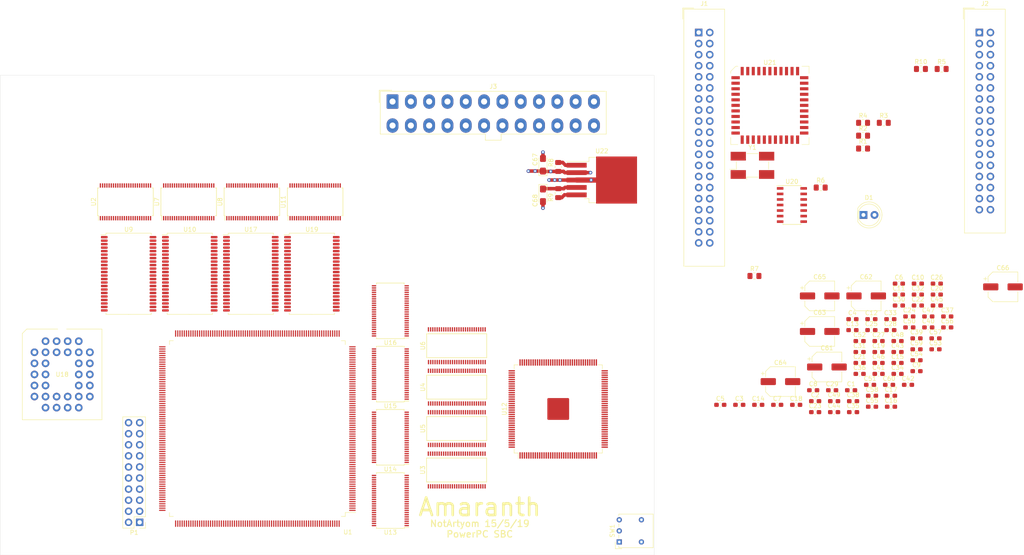
<source format=kicad_pcb>
(kicad_pcb (version 20171130) (host pcbnew 5.1.1)
  (layers (0 F.Cu mixed) (1 In1.Cu signal) (2 In2.Cu signal) (31 B.Cu mixed) (34 B.Paste user) (35 F.Paste user) (36 B.SilkS user) (37 F.SilkS user) (38 B.Mask user) (39 F.Mask user) (44 Edge.Cuts user))
  (net 0 "")
  (net 1 +5V)
  (net 2 GND)
  (net 3 HRESET)
  (net 4 "Net-(P1-Pad5)")
  (net 5 "Net-(P1-Pad7)")
  (net 6 "Net-(P1-Pad9)")
  (net 7 "Net-(P1-Pad13)")
  (net 8 SRESET)
  (net 9 "Net-(P1-Pad2)")
  (net 10 "Net-(P1-Pad17)")
  (net 11 "Net-(P1-Pad19)")
  (net 12 /DH11)
  (net 13 /DH12)
  (net 14 /DH13)
  (net 15 /DH14)
  (net 16 /DH15)
  (net 17 /DH16)
  (net 18 /DH17)
  (net 19 /DH18)
  (net 20 /DH19)
  (net 21 /DH20)
  (net 22 /DH21)
  (net 23 /DH22)
  (net 24 /DH23)
  (net 25 /DH24)
  (net 26 /DH25)
  (net 27 /DH26)
  (net 28 /DH27)
  (net 29 /DH28)
  (net 30 /DH29)
  (net 31 /DH30)
  (net 32 /DH31)
  (net 33 "Net-(U1-Pad74)")
  (net 34 "Net-(U1-Pad72)")
  (net 35 "Net-(U1-Pad71)")
  (net 36 "Net-(U1-Pad70)")
  (net 37 "Net-(U1-Pad69)")
  (net 38 "Net-(U1-Pad68)")
  (net 39 "Net-(U1-Pad67)")
  (net 40 /A31)
  (net 41 /A30)
  (net 42 /A29)
  (net 43 /A28)
  (net 44 /A27)
  (net 45 /A26)
  (net 46 /A25)
  (net 47 /A24)
  (net 48 /A23)
  (net 49 /A22)
  (net 50 /A21)
  (net 51 /A20)
  (net 52 /A19)
  (net 53 /A18)
  (net 54 /A17)
  (net 55 /A16)
  (net 56 /A15)
  (net 57 /A14)
  (net 58 /A13)
  (net 59 /A12)
  (net 60 /A11)
  (net 61 /A10)
  (net 62 /A9)
  (net 63 /A8)
  (net 64 /A7)
  (net 65 /A6)
  (net 66 /A5)
  (net 67 /A4)
  (net 68 /A3)
  (net 69 /A2)
  (net 70 /A1)
  (net 71 /A0)
  (net 72 "Net-(U1-Pad300)")
  (net 73 "Net-(U1-Pad299)")
  (net 74 "Net-(U1-Pad298)")
  (net 75 "Net-(U1-Pad297)")
  (net 76 "Net-(U1-Pad295)")
  (net 77 "Net-(U1-Pad292)")
  (net 78 "Net-(U1-Pad291)")
  (net 79 "Net-(U1-Pad290)")
  (net 80 "Net-(U1-Pad285)")
  (net 81 "Net-(U1-Pad282)")
  (net 82 "Net-(U1-Pad277)")
  (net 83 "Net-(U1-Pad275)")
  (net 84 "Net-(U1-Pad273)")
  (net 85 "Net-(U1-Pad271)")
  (net 86 "Net-(U1-Pad262)")
  (net 87 "Net-(U1-Pad260)")
  (net 88 "Net-(U1-Pad258)")
  (net 89 "Net-(U1-Pad256)")
  (net 90 "Net-(U1-Pad254)")
  (net 91 "Net-(U1-Pad251)")
  (net 92 "Net-(U1-Pad250)")
  (net 93 "Net-(U1-Pad248)")
  (net 94 "Net-(U1-Pad247)")
  (net 95 "Net-(U1-Pad246)")
  (net 96 "Net-(U1-Pad244)")
  (net 97 "Net-(U1-Pad243)")
  (net 98 "Net-(U1-Pad241)")
  (net 99 "Net-(U1-Pad238)")
  (net 100 "Net-(U1-Pad237)")
  (net 101 "Net-(U1-Pad236)")
  (net 102 "Net-(U1-Pad235)")
  (net 103 "Net-(U1-Pad233)")
  (net 104 "Net-(U1-Pad232)")
  (net 105 "Net-(U1-Pad231)")
  (net 106 "Net-(U1-Pad229)")
  (net 107 "Net-(U1-Pad228)")
  (net 108 "Net-(U1-Pad227)")
  (net 109 "Net-(U1-Pad226)")
  (net 110 "Net-(U1-Pad224)")
  (net 111 "Net-(U1-Pad222)")
  (net 112 "Net-(U1-Pad221)")
  (net 113 "Net-(U1-Pad220)")
  (net 114 "Net-(U1-Pad219)")
  (net 115 "Net-(U1-Pad216)")
  (net 116 "Net-(U1-Pad215)")
  (net 117 "Net-(U1-Pad214)")
  (net 118 "Net-(U1-Pad212)")
  (net 119 "Net-(U1-Pad211)")
  (net 120 "Net-(U1-Pad210)")
  (net 121 "Net-(U1-Pad203)")
  (net 122 "Net-(U1-Pad202)")
  (net 123 "Net-(U1-Pad201)")
  (net 124 "Net-(U1-Pad199)")
  (net 125 "Net-(U1-Pad198)")
  (net 126 "Net-(U1-Pad197)")
  (net 127 "Net-(U1-Pad195)")
  (net 128 "Net-(U1-Pad194)")
  (net 129 /DL0)
  (net 130 /DL1)
  (net 131 /DL2)
  (net 132 /DL3)
  (net 133 /DL4)
  (net 134 /DL5)
  (net 135 /DL6)
  (net 136 /DL7)
  (net 137 /DL8)
  (net 138 /DL9)
  (net 139 /DL10)
  (net 140 /DL11)
  (net 141 /DL12)
  (net 142 /DL13)
  (net 143 /DL14)
  (net 144 /DL15)
  (net 145 /DL16)
  (net 146 /DL17)
  (net 147 /DL18)
  (net 148 /DL19)
  (net 149 /DL20)
  (net 150 /DL21)
  (net 151 /DL22)
  (net 152 /DL23)
  (net 153 /DL24)
  (net 154 /DL25)
  (net 155 /DL26)
  (net 156 /DL27)
  (net 157 /DL28)
  (net 158 /DL29)
  (net 159 /DL30)
  (net 160 /DL31)
  (net 161 /DH0)
  (net 162 /DH1)
  (net 163 /DH2)
  (net 164 /DH3)
  (net 165 /DH4)
  (net 166 /DH5)
  (net 167 /DH6)
  (net 168 /DH7)
  (net 169 /DH8)
  (net 170 /DH9)
  (net 171 /DH10)
  (net 172 "Net-(U3-Pad54)")
  (net 173 /D_D15)
  (net 174 "Net-(U3-Pad52)")
  (net 175 /D_D14)
  (net 176 /D_D13)
  (net 177 "Net-(U3-Pad49)")
  (net 178 /D_D12)
  (net 179 /D_D11)
  (net 180 "Net-(U3-Pad46)")
  (net 181 /D_D10)
  (net 182 /D_D9)
  (net 183 "Net-(U3-Pad43)")
  (net 184 /D_D8)
  (net 185 "Net-(U3-Pad41)")
  (net 186 /DQM1)
  (net 187 /D_CLK)
  (net 188 /D_CKE)
  (net 189 /D_A12)
  (net 190 /D_A11)
  (net 191 /D_A9)
  (net 192 /D_A8)
  (net 193 /D_A7)
  (net 194 /D_A6)
  (net 195 /D_A5)
  (net 196 /D_A4)
  (net 197 "Net-(U3-Pad27)")
  (net 198 /D_A3)
  (net 199 /D_A2)
  (net 200 /D_A1)
  (net 201 /D_A0)
  (net 202 /D_A10)
  (net 203 /BA1)
  (net 204 /BA0)
  (net 205 /D_CS)
  (net 206 /RAS)
  (net 207 /CAS)
  (net 208 /D_WE)
  (net 209 /DQM0)
  (net 210 "Net-(U3-Pad14)")
  (net 211 /D_D7)
  (net 212 "Net-(U3-Pad12)")
  (net 213 /D_D6)
  (net 214 /D_D5)
  (net 215 "Net-(U3-Pad9)")
  (net 216 /D_D4)
  (net 217 /D_D3)
  (net 218 "Net-(U3-Pad6)")
  (net 219 /D_D2)
  (net 220 /D_D1)
  (net 221 "Net-(U3-Pad3)")
  (net 222 /D_D0)
  (net 223 "Net-(U3-Pad1)")
  (net 224 "Net-(U3-Pad28)")
  (net 225 "Net-(U4-Pad28)")
  (net 226 "Net-(U4-Pad1)")
  (net 227 /D_D32)
  (net 228 "Net-(U4-Pad3)")
  (net 229 /D_D33)
  (net 230 /D_D34)
  (net 231 "Net-(U4-Pad6)")
  (net 232 /D_D35)
  (net 233 /D_D36)
  (net 234 "Net-(U4-Pad9)")
  (net 235 /D_D37)
  (net 236 /D_D38)
  (net 237 "Net-(U4-Pad12)")
  (net 238 /D_D39)
  (net 239 "Net-(U4-Pad14)")
  (net 240 /DQM4)
  (net 241 "Net-(U4-Pad27)")
  (net 242 /DQM5)
  (net 243 "Net-(U4-Pad41)")
  (net 244 /D_D40)
  (net 245 "Net-(U4-Pad43)")
  (net 246 /D_D41)
  (net 247 /D_D42)
  (net 248 "Net-(U4-Pad46)")
  (net 249 /D_D43)
  (net 250 /D_D44)
  (net 251 "Net-(U4-Pad49)")
  (net 252 /D_D45)
  (net 253 /D_D46)
  (net 254 "Net-(U4-Pad52)")
  (net 255 /D_D47)
  (net 256 "Net-(U4-Pad54)")
  (net 257 "Net-(U5-Pad28)")
  (net 258 "Net-(U5-Pad1)")
  (net 259 /D_D16)
  (net 260 "Net-(U5-Pad3)")
  (net 261 /D_D17)
  (net 262 /D_D18)
  (net 263 "Net-(U5-Pad6)")
  (net 264 /D_D19)
  (net 265 /D_D20)
  (net 266 "Net-(U5-Pad9)")
  (net 267 /D_D21)
  (net 268 /D_D22)
  (net 269 "Net-(U5-Pad12)")
  (net 270 /D_D23)
  (net 271 "Net-(U5-Pad14)")
  (net 272 /DQM2)
  (net 273 "Net-(U5-Pad27)")
  (net 274 /DQM3)
  (net 275 "Net-(U5-Pad41)")
  (net 276 /D_D24)
  (net 277 "Net-(U5-Pad43)")
  (net 278 /D_D25)
  (net 279 /D_D26)
  (net 280 "Net-(U5-Pad46)")
  (net 281 /D_D27)
  (net 282 /D_D28)
  (net 283 "Net-(U5-Pad49)")
  (net 284 /D_D29)
  (net 285 /D_D30)
  (net 286 "Net-(U5-Pad52)")
  (net 287 /D_D31)
  (net 288 "Net-(U5-Pad54)")
  (net 289 "Net-(U6-Pad54)")
  (net 290 /D_D63)
  (net 291 "Net-(U6-Pad52)")
  (net 292 /D_D62)
  (net 293 /D_D61)
  (net 294 "Net-(U6-Pad49)")
  (net 295 /D_D60)
  (net 296 /D_D59)
  (net 297 "Net-(U6-Pad46)")
  (net 298 /D_D58)
  (net 299 /D_D57)
  (net 300 "Net-(U6-Pad43)")
  (net 301 /D_D56)
  (net 302 "Net-(U6-Pad41)")
  (net 303 /DQM7)
  (net 304 "Net-(U6-Pad27)")
  (net 305 /DQM6)
  (net 306 "Net-(U6-Pad14)")
  (net 307 /D_D55)
  (net 308 "Net-(U6-Pad12)")
  (net 309 /D_D54)
  (net 310 /D_D53)
  (net 311 "Net-(U6-Pad9)")
  (net 312 /D_D52)
  (net 313 /D_D51)
  (net 314 "Net-(U6-Pad6)")
  (net 315 /D_D50)
  (net 316 /D_D49)
  (net 317 "Net-(U6-Pad3)")
  (net 318 /D_D48)
  (net 319 "Net-(U6-Pad1)")
  (net 320 "Net-(U6-Pad28)")
  (net 321 "Net-(U9-Pad6)")
  (net 322 /ID0)
  (net 323 /ID1)
  (net 324 /ID2)
  (net 325 /ID3)
  (net 326 /ID4)
  (net 327 /ID5)
  (net 328 /ID6)
  (net 329 /ID7)
  (net 330 "Net-(U9-Pad17)")
  (net 331 "Net-(U9-Pad39)")
  (net 332 "Net-(U9-Pad40)")
  (net 333 "Net-(U9-Pad41)")
  (net 334 "Net-(U10-Pad41)")
  (net 335 "Net-(U10-Pad40)")
  (net 336 "Net-(U10-Pad39)")
  (net 337 "Net-(U10-Pad17)")
  (net 338 "Net-(U10-Pad6)")
  (net 339 "Net-(U12-Pad145)")
  (net 340 "Net-(U12-Pad1)")
  (net 341 "Net-(U12-Pad2)")
  (net 342 "Net-(U12-Pad3)")
  (net 343 "Net-(U12-Pad4)")
  (net 344 "Net-(U12-Pad5)")
  (net 345 "Net-(U12-Pad6)")
  (net 346 "Net-(U12-Pad7)")
  (net 347 "Net-(U12-Pad8)")
  (net 348 "Net-(U12-Pad9)")
  (net 349 "Net-(U12-Pad14)")
  (net 350 "Net-(U12-Pad15)")
  (net 351 "Net-(U12-Pad16)")
  (net 352 "Net-(U12-Pad17)")
  (net 353 "Net-(U12-Pad18)")
  (net 354 "Net-(U12-Pad19)")
  (net 355 "Net-(U12-Pad20)")
  (net 356 "Net-(U12-Pad21)")
  (net 357 "Net-(U12-Pad22)")
  (net 358 "Net-(U12-Pad23)")
  (net 359 "Net-(U12-Pad24)")
  (net 360 "Net-(U12-Pad25)")
  (net 361 "Net-(U12-Pad26)")
  (net 362 "Net-(U12-Pad27)")
  (net 363 "Net-(U12-Pad28)")
  (net 364 "Net-(U12-Pad29)")
  (net 365 "Net-(U12-Pad30)")
  (net 366 "Net-(U12-Pad31)")
  (net 367 "Net-(U12-Pad32)")
  (net 368 "Net-(U12-Pad33)")
  (net 369 "Net-(U12-Pad34)")
  (net 370 "Net-(U12-Pad35)")
  (net 371 "Net-(U12-Pad36)")
  (net 372 "Net-(U12-Pad37)")
  (net 373 "Net-(U12-Pad38)")
  (net 374 "Net-(U12-Pad39)")
  (net 375 "Net-(U12-Pad40)")
  (net 376 "Net-(U12-Pad41)")
  (net 377 "Net-(U12-Pad42)")
  (net 378 "Net-(U12-Pad43)")
  (net 379 "Net-(U12-Pad44)")
  (net 380 "Net-(U12-Pad45)")
  (net 381 "Net-(U12-Pad46)")
  (net 382 "Net-(U12-Pad47)")
  (net 383 "Net-(U12-Pad48)")
  (net 384 "Net-(U12-Pad49)")
  (net 385 "Net-(U12-Pad50)")
  (net 386 "Net-(U12-Pad51)")
  (net 387 "Net-(U12-Pad52)")
  (net 388 "Net-(U12-Pad53)")
  (net 389 "Net-(U12-Pad54)")
  (net 390 "Net-(U12-Pad55)")
  (net 391 "Net-(U12-Pad56)")
  (net 392 "Net-(U12-Pad57)")
  (net 393 "Net-(U12-Pad58)")
  (net 394 "Net-(U12-Pad59)")
  (net 395 "Net-(U12-Pad60)")
  (net 396 "Net-(U12-Pad61)")
  (net 397 "Net-(U12-Pad62)")
  (net 398 "Net-(U12-Pad63)")
  (net 399 "Net-(U12-Pad64)")
  (net 400 "Net-(U12-Pad65)")
  (net 401 "Net-(U12-Pad66)")
  (net 402 "Net-(U12-Pad67)")
  (net 403 "Net-(U12-Pad68)")
  (net 404 "Net-(U12-Pad69)")
  (net 405 "Net-(U12-Pad70)")
  (net 406 "Net-(U12-Pad71)")
  (net 407 "Net-(U12-Pad72)")
  (net 408 "Net-(U12-Pad73)")
  (net 409 "Net-(U12-Pad74)")
  (net 410 "Net-(U12-Pad75)")
  (net 411 "Net-(U12-Pad76)")
  (net 412 "Net-(U12-Pad77)")
  (net 413 "Net-(U12-Pad78)")
  (net 414 "Net-(U12-Pad79)")
  (net 415 "Net-(U12-Pad80)")
  (net 416 "Net-(U12-Pad81)")
  (net 417 "Net-(U12-Pad82)")
  (net 418 "Net-(U12-Pad83)")
  (net 419 "Net-(U12-Pad84)")
  (net 420 "Net-(U12-Pad85)")
  (net 421 "Net-(U12-Pad86)")
  (net 422 "Net-(U12-Pad87)")
  (net 423 "Net-(U12-Pad88)")
  (net 424 "Net-(U12-Pad89)")
  (net 425 "Net-(U12-Pad90)")
  (net 426 "Net-(U12-Pad91)")
  (net 427 "Net-(U12-Pad92)")
  (net 428 "Net-(U12-Pad93)")
  (net 429 "Net-(U12-Pad94)")
  (net 430 "Net-(U12-Pad95)")
  (net 431 "Net-(U12-Pad96)")
  (net 432 "Net-(U12-Pad97)")
  (net 433 "Net-(U12-Pad98)")
  (net 434 "Net-(U12-Pad99)")
  (net 435 "Net-(U12-Pad103)")
  (net 436 "Net-(U12-Pad104)")
  (net 437 "Net-(U12-Pad107)")
  (net 438 "Net-(U12-Pad108)")
  (net 439 "Net-(U12-Pad109)")
  (net 440 "Net-(U12-Pad115)")
  (net 441 "Net-(U12-Pad116)")
  (net 442 "Net-(U12-Pad117)")
  (net 443 "Net-(U12-Pad125)")
  (net 444 "Net-(U12-Pad128)")
  (net 445 "Net-(U12-Pad133)")
  (net 446 "Net-(U12-Pad137)")
  (net 447 "Net-(U12-Pad139)")
  (net 448 "Net-(U12-Pad142)")
  (net 449 "Net-(U12-Pad143)")
  (net 450 "Net-(U12-Pad144)")
  (net 451 "Net-(U2-Pad48)")
  (net 452 "Net-(U2-Pad25)")
  (net 453 "Net-(U2-Pad24)")
  (net 454 "Net-(U2-Pad1)")
  (net 455 "Net-(U7-Pad1)")
  (net 456 "Net-(U7-Pad24)")
  (net 457 "Net-(U7-Pad25)")
  (net 458 "Net-(U7-Pad48)")
  (net 459 "Net-(U8-Pad1)")
  (net 460 "Net-(U8-Pad24)")
  (net 461 "Net-(U8-Pad25)")
  (net 462 "Net-(U8-Pad48)")
  (net 463 "Net-(U11-Pad48)")
  (net 464 "Net-(U11-Pad25)")
  (net 465 "Net-(U11-Pad24)")
  (net 466 "Net-(U11-Pad1)")
  (net 467 "Net-(U13-Pad1)")
  (net 468 "Net-(U13-Pad24)")
  (net 469 "Net-(U13-Pad25)")
  (net 470 "Net-(U13-Pad48)")
  (net 471 "Net-(U14-Pad48)")
  (net 472 "Net-(U14-Pad25)")
  (net 473 "Net-(U14-Pad24)")
  (net 474 "Net-(U14-Pad1)")
  (net 475 "Net-(U15-Pad1)")
  (net 476 "Net-(U15-Pad24)")
  (net 477 "Net-(U15-Pad25)")
  (net 478 "Net-(U15-Pad48)")
  (net 479 "Net-(U16-Pad48)")
  (net 480 "Net-(U16-Pad25)")
  (net 481 "Net-(U16-Pad24)")
  (net 482 "Net-(U16-Pad1)")
  (net 483 8burst_0)
  (net 484 8burst_1)
  (net 485 8burst_2)
  (net 486 8burst_3)
  (net 487 "Net-(U17-Pad41)")
  (net 488 "Net-(U17-Pad40)")
  (net 489 "Net-(U17-Pad39)")
  (net 490 "Net-(U17-Pad17)")
  (net 491 "Net-(U17-Pad6)")
  (net 492 "Net-(U19-Pad6)")
  (net 493 "Net-(U19-Pad17)")
  (net 494 "Net-(U19-Pad39)")
  (net 495 "Net-(U19-Pad40)")
  (net 496 "Net-(U19-Pad41)")
  (net 497 "Net-(U20-Pad5)")
  (net 498 +2V5)
  (net 499 +3V3)
  (net 500 RESET)
  (net 501 "Net-(J1-Pad3)")
  (net 502 "Net-(J1-Pad4)")
  (net 503 "Net-(J1-Pad5)")
  (net 504 "Net-(J1-Pad6)")
  (net 505 "Net-(J1-Pad7)")
  (net 506 "Net-(J1-Pad8)")
  (net 507 "Net-(J1-Pad9)")
  (net 508 "Net-(J1-Pad10)")
  (net 509 "Net-(J1-Pad11)")
  (net 510 "Net-(J1-Pad12)")
  (net 511 "Net-(J1-Pad13)")
  (net 512 "Net-(J1-Pad14)")
  (net 513 "Net-(J1-Pad15)")
  (net 514 "Net-(J1-Pad16)")
  (net 515 "Net-(J1-Pad17)")
  (net 516 "Net-(J1-Pad18)")
  (net 517 "Net-(J1-Pad20)")
  (net 518 "Net-(J1-Pad21)")
  (net 519 WRITE)
  (net 520 READ)
  (net 521 "Net-(J1-Pad27)")
  (net 522 "Net-(J1-Pad28)")
  (net 523 "Net-(J1-Pad31)")
  (net 524 "Net-(J1-Pad32)")
  (net 525 /IOA1)
  (net 526 "Net-(J1-Pad34)")
  (net 527 /IOA0)
  (net 528 /IOA2)
  (net 529 IDE)
  (net 530 "Net-(J1-Pad39)")
  (net 531 "Net-(J2-Pad2)")
  (net 532 "Net-(J2-Pad4)")
  (net 533 "Net-(J2-Pad16)")
  (net 534 "Net-(J2-Pad8)")
  (net 535 "Net-(J2-Pad10)")
  (net 536 "Net-(J2-Pad12)")
  (net 537 "Net-(J2-Pad14)")
  (net 538 "Net-(J2-Pad18)")
  (net 539 "Net-(J2-Pad20)")
  (net 540 "Net-(J2-Pad22)")
  (net 541 "Net-(J2-Pad24)")
  (net 542 "Net-(J2-Pad26)")
  (net 543 "Net-(J2-Pad28)")
  (net 544 "Net-(J2-Pad30)")
  (net 545 "Net-(J2-Pad32)")
  (net 546 "Net-(J2-Pad34)")
  (net 547 "Net-(J3-Pad8)")
  (net 548 "Net-(J3-Pad9)")
  (net 549 -12V)
  (net 550 "Net-(J3-Pad16)")
  (net 551 -5V)
  (net 552 "Net-(R1-Pad1)")
  (net 553 "Net-(R8-Pad2)")
  (net 554 "Net-(R9-Pad2)")
  (net 555 CS_ROM)
  (net 556 RESET_N)
  (net 557 IRQ_IDE)
  (net 558 IRQ_FLOPPY)
  (net 559 CS_FLOPPY)
  (net 560 "Net-(U21-Pad6)")
  (net 561 "Net-(U21-Pad15)")
  (net 562 CS_FLOPPY_LDOR)
  (net 563 CS_FLOPPY_LDCR)
  (net 564 "Net-(U21-Pad22)")
  (net 565 "Net-(U21-Pad25)")
  (net 566 "Net-(U21-Pad26)")
  (net 567 "Net-(U21-Pad38)")
  (net 568 "Net-(D1-Pad1)")
  (module Connector_PinHeader_2.54mm:PinHeader_2x10_P2.54mm_Vertical (layer F.Cu) (at 67 137.5 180)
    (fp_text reference P1 (at 1.27 -2.33) (layer F.SilkS))
    (fp_text value JTAG)
    (pad 1 thru_hole rect (at 0 0 180) (size 1.7 1.7) (drill 1) (layers *.Cu *.Mask) (net 1 +5V))
    (pad 2 thru_hole oval (at 2.54 0 180) (size 1.7 1.7) (drill 1) (layers *.Cu *.Mask) (net 9 "Net-(P1-Pad2)"))
    (pad 3 thru_hole oval (at 0 2.54 180) (size 1.7 1.7) (drill 1) (layers *.Cu *.Mask) (net 3 HRESET))
    (pad 4 thru_hole oval (at 2.54 2.54 180) (size 1.7 1.7) (drill 1) (layers *.Cu *.Mask) (net 2 GND))
    (pad 5 thru_hole oval (at 0 5.08 180) (size 1.7 1.7) (drill 1) (layers *.Cu *.Mask) (net 4 "Net-(P1-Pad5)"))
    (pad 6 thru_hole oval (at 2.54 5.08 180) (size 1.7 1.7) (drill 1) (layers *.Cu *.Mask) (net 2 GND))
    (pad 7 thru_hole oval (at 0 7.62 180) (size 1.7 1.7) (drill 1) (layers *.Cu *.Mask) (net 5 "Net-(P1-Pad7)"))
    (pad 8 thru_hole oval (at 2.54 7.62 180) (size 1.7 1.7) (drill 1) (layers *.Cu *.Mask) (net 2 GND))
    (pad 9 thru_hole oval (at 0 10.16 180) (size 1.7 1.7) (drill 1) (layers *.Cu *.Mask) (net 6 "Net-(P1-Pad9)"))
    (pad 10 thru_hole oval (at 2.54 10.16 180) (size 1.7 1.7) (drill 1) (layers *.Cu *.Mask) (net 2 GND))
    (pad 11 thru_hole oval (at 0 12.7 180) (size 1.7 1.7) (drill 1) (layers *.Cu *.Mask) (net 2 GND))
    (pad 12 thru_hole oval (at 2.54 12.7 180) (size 1.7 1.7) (drill 1) (layers *.Cu *.Mask) (net 2 GND))
    (pad 13 thru_hole oval (at 0 15.24 180) (size 1.7 1.7) (drill 1) (layers *.Cu *.Mask) (net 7 "Net-(P1-Pad13)"))
    (pad 14 thru_hole oval (at 2.54 15.24 180) (size 1.7 1.7) (drill 1) (layers *.Cu *.Mask) (net 2 GND))
    (pad 15 thru_hole oval (at 0 17.78 180) (size 1.7 1.7) (drill 1) (layers *.Cu *.Mask) (net 8 SRESET))
    (pad 16 thru_hole oval (at 2.54 17.78 180) (size 1.7 1.7) (drill 1) (layers *.Cu *.Mask) (net 2 GND))
    (pad 17 thru_hole oval (at 0 20.32 180) (size 1.7 1.7) (drill 1) (layers *.Cu *.Mask) (net 10 "Net-(P1-Pad17)"))
    (pad 18 thru_hole oval (at 2.54 20.32 180) (size 1.7 1.7) (drill 1) (layers *.Cu *.Mask) (net 2 GND))
    (pad 19 thru_hole oval (at 0 22.86 180) (size 1.7 1.7) (drill 1) (layers *.Cu *.Mask) (net 11 "Net-(P1-Pad19)"))
    (pad 20 thru_hole oval (at 2.54 22.86 180) (size 1.7 1.7) (drill 1) (layers *.Cu *.Mask) (net 2 GND))
  )
  (module Amaranth:CQFP-304 (layer F.Cu) (at 94 116 180)
    (fp_text reference U1 (at -20.75 -23.75) (layer F.SilkS))
    (fp_text value PPC601)
    (pad 109 smd oval (at -2.75 21.8 180) (size 0.254 1.52) (layers F.Cu F.Paste F.Mask) (net 2 GND))
    (pad 108 smd oval (at -3.25 21.8 180) (size 0.254 1.52) (layers F.Cu F.Paste F.Mask) (net 12 /DH11))
    (pad 107 smd oval (at -3.75 21.8 180) (size 0.254 1.52) (layers F.Cu F.Paste F.Mask) (net 13 /DH12))
    (pad 106 smd oval (at -4.25 21.8 180) (size 0.254 1.52) (layers F.Cu F.Paste F.Mask) (net 14 /DH13))
    (pad 105 smd oval (at -4.75 21.8 180) (size 0.254 1.52) (layers F.Cu F.Paste F.Mask) (net 1 +5V))
    (pad 104 smd oval (at -5.25 21.8 180) (size 0.254 1.52) (layers F.Cu F.Paste F.Mask) (net 15 /DH14))
    (pad 103 smd oval (at -5.75 21.8 180) (size 0.254 1.52) (layers F.Cu F.Paste F.Mask) (net 16 /DH15))
    (pad 102 smd oval (at -6.25 21.8 180) (size 0.254 1.52) (layers F.Cu F.Paste F.Mask) (net 2 GND))
    (pad 101 smd oval (at -6.75 21.8 180) (size 0.254 1.52) (layers F.Cu F.Paste F.Mask) (net 1 +5V))
    (pad 100 smd oval (at -7.25 21.8 180) (size 0.254 1.52) (layers F.Cu F.Paste F.Mask) (net 2 GND))
    (pad 99 smd oval (at -7.75 21.8 180) (size 0.254 1.52) (layers F.Cu F.Paste F.Mask) (net 17 /DH16))
    (pad 98 smd oval (at -8.25 21.8 180) (size 0.254 1.52) (layers F.Cu F.Paste F.Mask) (net 18 /DH17))
    (pad 97 smd oval (at -8.75 21.8 180) (size 0.254 1.52) (layers F.Cu F.Paste F.Mask) (net 19 /DH18))
    (pad 96 smd oval (at -9.25 21.8 180) (size 0.254 1.52) (layers F.Cu F.Paste F.Mask) (net 1 +5V))
    (pad 95 smd oval (at -9.75 21.8 180) (size 0.254 1.52) (layers F.Cu F.Paste F.Mask) (net 20 /DH19))
    (pad 94 smd oval (at -10.25 21.8 180) (size 0.254 1.52) (layers F.Cu F.Paste F.Mask) (net 21 /DH20))
    (pad 93 smd oval (at -10.75 21.8 180) (size 0.254 1.52) (layers F.Cu F.Paste F.Mask) (net 22 /DH21))
    (pad 92 smd oval (at -11.25 21.8 180) (size 0.254 1.52) (layers F.Cu F.Paste F.Mask) (net 498 +2V5))
    (pad 91 smd oval (at -11.75 21.8 180) (size 0.254 1.52) (layers F.Cu F.Paste F.Mask) (net 23 /DH22))
    (pad 90 smd oval (at -12.25 21.8 180) (size 0.254 1.52) (layers F.Cu F.Paste F.Mask) (net 24 /DH23))
    (pad 89 smd oval (at -12.75 21.8 180) (size 0.254 1.52) (layers F.Cu F.Paste F.Mask) (net 2 GND))
    (pad 88 smd oval (at -13.25 21.8 180) (size 0.254 1.52) (layers F.Cu F.Paste F.Mask) (net 498 +2V5))
    (pad 87 smd oval (at -13.75 21.8 180) (size 0.254 1.52) (layers F.Cu F.Paste F.Mask) (net 2 GND))
    (pad 86 smd oval (at -14.25 21.8 180) (size 0.254 1.52) (layers F.Cu F.Paste F.Mask) (net 25 /DH24))
    (pad 85 smd oval (at -14.75 21.8 180) (size 0.254 1.52) (layers F.Cu F.Paste F.Mask) (net 26 /DH25))
    (pad 84 smd oval (at -15.25 21.8 180) (size 0.254 1.52) (layers F.Cu F.Paste F.Mask) (net 27 /DH26))
    (pad 83 smd oval (at -15.75 21.8 180) (size 0.254 1.52) (layers F.Cu F.Paste F.Mask) (net 28 /DH27))
    (pad 82 smd oval (at -16.25 21.8 180) (size 0.254 1.52) (layers F.Cu F.Paste F.Mask) (net 29 /DH28))
    (pad 81 smd oval (at -16.75 21.8 180) (size 0.254 1.52) (layers F.Cu F.Paste F.Mask) (net 30 /DH29))
    (pad 80 smd oval (at -17.25 21.8 180) (size 0.254 1.52) (layers F.Cu F.Paste F.Mask) (net 31 /DH30))
    (pad 79 smd oval (at -17.75 21.8 180) (size 0.254 1.52) (layers F.Cu F.Paste F.Mask) (net 1 +5V))
    (pad 78 smd oval (at -18.25 21.8 180) (size 0.254 1.52) (layers F.Cu F.Paste F.Mask) (net 7 "Net-(P1-Pad13)"))
    (pad 77 smd oval (at -18.75 21.8 180) (size 0.254 1.52) (layers F.Cu F.Paste F.Mask) (net 2 GND))
    (pad 76 smd oval (at -21.8 18.75 270) (size 0.254 1.52) (layers F.Cu F.Paste F.Mask) (net 498 +2V5))
    (pad 75 smd oval (at -21.8 18.25 270) (size 0.254 1.52) (layers F.Cu F.Paste F.Mask) (net 32 /DH31))
    (pad 74 smd oval (at -21.8 17.75 270) (size 0.254 1.52) (layers F.Cu F.Paste F.Mask) (net 33 "Net-(U1-Pad74)"))
    (pad 73 smd oval (at -21.8 17.25 270) (size 0.254 1.52) (layers F.Cu F.Paste F.Mask) (net 2 GND))
    (pad 72 smd oval (at -21.8 16.75 270) (size 0.254 1.52) (layers F.Cu F.Paste F.Mask) (net 34 "Net-(U1-Pad72)"))
    (pad 71 smd oval (at -21.8 16.25 270) (size 0.254 1.52) (layers F.Cu F.Paste F.Mask) (net 35 "Net-(U1-Pad71)"))
    (pad 70 smd oval (at -21.8 15.75 270) (size 0.254 1.52) (layers F.Cu F.Paste F.Mask) (net 36 "Net-(U1-Pad70)"))
    (pad 69 smd oval (at -21.8 15.25 270) (size 0.254 1.52) (layers F.Cu F.Paste F.Mask) (net 37 "Net-(U1-Pad69)"))
    (pad 68 smd oval (at -21.8 14.75 270) (size 0.254 1.52) (layers F.Cu F.Paste F.Mask) (net 38 "Net-(U1-Pad68)"))
    (pad 67 smd oval (at -21.8 14.25 270) (size 0.254 1.52) (layers F.Cu F.Paste F.Mask) (net 39 "Net-(U1-Pad67)"))
    (pad 66 smd oval (at -21.8 13.75 270) (size 0.254 1.52) (layers F.Cu F.Paste F.Mask) (net 1 +5V))
    (pad 65 smd oval (at -21.8 13.25 270) (size 0.254 1.52) (layers F.Cu F.Paste F.Mask) (net 2 GND))
    (pad 64 smd oval (at -21.8 12.75 270) (size 0.254 1.52) (layers F.Cu F.Paste F.Mask) (net 40 /A31))
    (pad 63 smd oval (at -21.8 12.25 270) (size 0.254 1.52) (layers F.Cu F.Paste F.Mask) (net 41 /A30))
    (pad 62 smd oval (at -21.8 11.75 270) (size 0.254 1.52) (layers F.Cu F.Paste F.Mask) (net 42 /A29))
    (pad 61 smd oval (at -21.8 11.25 270) (size 0.254 1.52) (layers F.Cu F.Paste F.Mask) (net 498 +2V5))
    (pad 60 smd oval (at -21.8 10.75 270) (size 0.254 1.52) (layers F.Cu F.Paste F.Mask) (net 43 /A28))
    (pad 59 smd oval (at -21.8 10.25 270) (size 0.254 1.52) (layers F.Cu F.Paste F.Mask) (net 44 /A27))
    (pad 58 smd oval (at -21.8 9.75 270) (size 0.254 1.52) (layers F.Cu F.Paste F.Mask) (net 45 /A26))
    (pad 57 smd oval (at -21.8 9.25 270) (size 0.254 1.52) (layers F.Cu F.Paste F.Mask) (net 2 GND))
    (pad 56 smd oval (at -21.8 8.75 270) (size 0.254 1.52) (layers F.Cu F.Paste F.Mask) (net 46 /A25))
    (pad 55 smd oval (at -21.8 8.25 270) (size 0.254 1.52) (layers F.Cu F.Paste F.Mask) (net 47 /A24))
    (pad 54 smd oval (at -21.8 7.75 270) (size 0.254 1.52) (layers F.Cu F.Paste F.Mask) (net 48 /A23))
    (pad 53 smd oval (at -21.8 7.25 270) (size 0.254 1.52) (layers F.Cu F.Paste F.Mask) (net 498 +2V5))
    (pad 52 smd oval (at -21.8 6.75 270) (size 0.254 1.52) (layers F.Cu F.Paste F.Mask) (net 2 GND))
    (pad 51 smd oval (at -21.8 6.25 270) (size 0.254 1.52) (layers F.Cu F.Paste F.Mask) (net 49 /A22))
    (pad 50 smd oval (at -21.8 5.75 270) (size 0.254 1.52) (layers F.Cu F.Paste F.Mask) (net 50 /A21))
    (pad 49 smd oval (at -21.8 5.25 270) (size 0.254 1.52) (layers F.Cu F.Paste F.Mask) (net 51 /A20))
    (pad 48 smd oval (at -21.8 4.75 270) (size 0.254 1.52) (layers F.Cu F.Paste F.Mask) (net 1 +5V))
    (pad 47 smd oval (at -21.8 4.25 270) (size 0.254 1.52) (layers F.Cu F.Paste F.Mask) (net 52 /A19))
    (pad 46 smd oval (at -21.8 3.75 270) (size 0.254 1.52) (layers F.Cu F.Paste F.Mask) (net 53 /A18))
    (pad 45 smd oval (at -21.8 3.25 270) (size 0.254 1.52) (layers F.Cu F.Paste F.Mask) (net 54 /A17))
    (pad 44 smd oval (at -21.8 2.75 270) (size 0.254 1.52) (layers F.Cu F.Paste F.Mask) (net 2 GND))
    (pad 43 smd oval (at -21.8 2.25 270) (size 0.254 1.52) (layers F.Cu F.Paste F.Mask) (net 55 /A16))
    (pad 42 smd oval (at -21.8 1.75 270) (size 0.254 1.52) (layers F.Cu F.Paste F.Mask) (net 56 /A15))
    (pad 41 smd oval (at -21.8 1.25 270) (size 0.254 1.52) (layers F.Cu F.Paste F.Mask) (net 57 /A14))
    (pad 40 smd oval (at -21.8 0.75 270) (size 0.254 1.52) (layers F.Cu F.Paste F.Mask) (net 1 +5V))
    (pad 39 smd oval (at -21.8 0.25 270) (size 0.254 1.52) (layers F.Cu F.Paste F.Mask) (net 2 GND))
    (pad 38 smd oval (at -21.8 -0.25 270) (size 0.254 1.52) (layers F.Cu F.Paste F.Mask) (net 2 GND))
    (pad 37 smd oval (at -21.8 -0.75 270) (size 0.254 1.52) (layers F.Cu F.Paste F.Mask) (net 498 +2V5))
    (pad 36 smd oval (at -21.8 -1.25 270) (size 0.254 1.52) (layers F.Cu F.Paste F.Mask) (net 58 /A13))
    (pad 35 smd oval (at -21.8 -1.75 270) (size 0.254 1.52) (layers F.Cu F.Paste F.Mask) (net 59 /A12))
    (pad 34 smd oval (at -21.8 -2.25 270) (size 0.254 1.52) (layers F.Cu F.Paste F.Mask) (net 60 /A11))
    (pad 33 smd oval (at -21.8 -2.75 270) (size 0.254 1.52) (layers F.Cu F.Paste F.Mask) (net 2 GND))
    (pad 32 smd oval (at -21.8 -3.25 270) (size 0.254 1.52) (layers F.Cu F.Paste F.Mask) (net 61 /A10))
    (pad 31 smd oval (at -21.8 -3.75 270) (size 0.254 1.52) (layers F.Cu F.Paste F.Mask) (net 62 /A9))
    (pad 30 smd oval (at -21.8 -4.25 270) (size 0.254 1.52) (layers F.Cu F.Paste F.Mask) (net 63 /A8))
    (pad 29 smd oval (at -21.8 -4.75 270) (size 0.254 1.52) (layers F.Cu F.Paste F.Mask) (net 1 +5V))
    (pad 28 smd oval (at -21.8 -5.25 270) (size 0.254 1.52) (layers F.Cu F.Paste F.Mask) (net 64 /A7))
    (pad 27 smd oval (at -21.8 -5.75 270) (size 0.254 1.52) (layers F.Cu F.Paste F.Mask) (net 65 /A6))
    (pad 26 smd oval (at -21.8 -6.25 270) (size 0.254 1.52) (layers F.Cu F.Paste F.Mask) (net 66 /A5))
    (pad 25 smd oval (at -21.8 -6.75 270) (size 0.254 1.52) (layers F.Cu F.Paste F.Mask) (net 2 GND))
    (pad 24 smd oval (at -21.8 -7.25 270) (size 0.254 1.52) (layers F.Cu F.Paste F.Mask) (net 1 +5V))
    (pad 23 smd oval (at -21.8 -7.75 270) (size 0.254 1.52) (layers F.Cu F.Paste F.Mask) (net 67 /A4))
    (pad 22 smd oval (at -21.8 -8.25 270) (size 0.254 1.52) (layers F.Cu F.Paste F.Mask) (net 68 /A3))
    (pad 1 smd oval (at -21.8 -18.75 270) (size 0.254 1.52) (layers F.Cu F.Paste F.Mask) (net 2 GND))
    (pad 3 smd oval (at -21.8 -17.75 270) (size 0.254 1.52) (layers F.Cu F.Paste F.Mask) (net 2 GND))
    (pad 2 smd oval (at -21.8 -18.25 270) (size 0.254 1.52) (layers F.Cu F.Paste F.Mask) (net 498 +2V5))
    (pad 9 smd oval (at -21.8 -14.75 270) (size 0.254 1.52) (layers F.Cu F.Paste F.Mask) (net 1 +5V))
    (pad 8 smd oval (at -21.8 -15.25 270) (size 0.254 1.52) (layers F.Cu F.Paste F.Mask) (net 1 +5V))
    (pad 7 smd oval (at -21.8 -15.75 270) (size 0.254 1.52) (layers F.Cu F.Paste F.Mask) (net 1 +5V))
    (pad 21 smd oval (at -21.8 -8.75 270) (size 0.254 1.52) (layers F.Cu F.Paste F.Mask) (net 69 /A2))
    (pad 20 smd oval (at -21.8 -9.25 270) (size 0.254 1.52) (layers F.Cu F.Paste F.Mask) (net 2 GND))
    (pad 19 smd oval (at -21.8 -9.75 270) (size 0.254 1.52) (layers F.Cu F.Paste F.Mask) (net 70 /A1))
    (pad 18 smd oval (at -21.8 -10.25 270) (size 0.254 1.52) (layers F.Cu F.Paste F.Mask) (net 71 /A0))
    (pad 17 smd oval (at -21.8 -10.75 270) (size 0.254 1.52) (layers F.Cu F.Paste F.Mask) (net 1 +5V))
    (pad 16 smd oval (at -21.8 -11.25 270) (size 0.254 1.52) (layers F.Cu F.Paste F.Mask) (net 498 +2V5))
    (pad 15 smd oval (at -21.8 -11.75 270) (size 0.254 1.52) (layers F.Cu F.Paste F.Mask) (net 1 +5V))
    (pad 14 smd oval (at -21.8 -12.25 270) (size 0.254 1.52) (layers F.Cu F.Paste F.Mask) (net 2 GND))
    (pad 13 smd oval (at -21.8 -12.75 270) (size 0.254 1.52) (layers F.Cu F.Paste F.Mask) (net 2 GND))
    (pad 12 smd oval (at -21.8 -13.25 270) (size 0.254 1.52) (layers F.Cu F.Paste F.Mask) (net 2 GND))
    (pad 11 smd oval (at -21.8 -13.75 270) (size 0.254 1.52) (layers F.Cu F.Paste F.Mask) (net 498 +2V5))
    (pad 10 smd oval (at -21.8 -14.25 270) (size 0.254 1.52) (layers F.Cu F.Paste F.Mask) (net 1 +5V))
    (pad 304 smd oval (at -18.75 -21.8 180) (size 0.254 1.52) (layers F.Cu F.Paste F.Mask) (net 1 +5V))
    (pad 303 smd oval (at -18.25 -21.8 180) (size 0.254 1.52) (layers F.Cu F.Paste F.Mask) (net 2 GND))
    (pad 302 smd oval (at -17.75 -21.8 180) (size 0.254 1.52) (layers F.Cu F.Paste F.Mask) (net 1 +5V))
    (pad 301 smd oval (at -17.25 -21.8 180) (size 0.254 1.52) (layers F.Cu F.Paste F.Mask) (net 2 GND))
    (pad 300 smd oval (at -16.75 -21.8 180) (size 0.254 1.52) (layers F.Cu F.Paste F.Mask) (net 72 "Net-(U1-Pad300)"))
    (pad 299 smd oval (at -16.25 -21.8 180) (size 0.254 1.52) (layers F.Cu F.Paste F.Mask) (net 73 "Net-(U1-Pad299)"))
    (pad 298 smd oval (at -15.75 -21.8 180) (size 0.254 1.52) (layers F.Cu F.Paste F.Mask) (net 74 "Net-(U1-Pad298)"))
    (pad 297 smd oval (at -15.25 -21.8 180) (size 0.254 1.52) (layers F.Cu F.Paste F.Mask) (net 75 "Net-(U1-Pad297)"))
    (pad 296 smd oval (at -14.75 -21.8 180) (size 0.254 1.52) (layers F.Cu F.Paste F.Mask) (net 1 +5V))
    (pad 295 smd oval (at -14.25 -21.8 180) (size 0.254 1.52) (layers F.Cu F.Paste F.Mask) (net 76 "Net-(U1-Pad295)"))
    (pad 294 smd oval (at -13.75 -21.8 180) (size 0.254 1.52) (layers F.Cu F.Paste F.Mask) (net 2 GND))
    (pad 293 smd oval (at -13.25 -21.8 180) (size 0.254 1.52) (layers F.Cu F.Paste F.Mask) (net 498 +2V5))
    (pad 292 smd oval (at -12.75 -21.8 180) (size 0.254 1.52) (layers F.Cu F.Paste F.Mask) (net 77 "Net-(U1-Pad292)"))
    (pad 291 smd oval (at -12.25 -21.8 180) (size 0.254 1.52) (layers F.Cu F.Paste F.Mask) (net 78 "Net-(U1-Pad291)"))
    (pad 290 smd oval (at -11.75 -21.8 180) (size 0.254 1.52) (layers F.Cu F.Paste F.Mask) (net 79 "Net-(U1-Pad290)"))
    (pad 289 smd oval (at -11.25 -21.8 180) (size 0.254 1.52) (layers F.Cu F.Paste F.Mask) (net 1 +5V))
    (pad 288 smd oval (at -10.75 -21.8 180) (size 0.254 1.52) (layers F.Cu F.Paste F.Mask) (net 2 GND))
    (pad 287 smd oval (at -10.25 -21.8 180) (size 0.254 1.52) (layers F.Cu F.Paste F.Mask) (net 2 GND))
    (pad 286 smd oval (at -9.75 -21.8 180) (size 0.254 1.52) (layers F.Cu F.Paste F.Mask) (net 1 +5V))
    (pad 285 smd oval (at -9.25 -21.8 180) (size 0.254 1.52) (layers F.Cu F.Paste F.Mask) (net 80 "Net-(U1-Pad285)"))
    (pad 284 smd oval (at -8.75 -21.8 180) (size 0.254 1.52) (layers F.Cu F.Paste F.Mask) (net 2 GND))
    (pad 283 smd oval (at -8.25 -21.8 180) (size 0.254 1.52) (layers F.Cu F.Paste F.Mask) (net 498 +2V5))
    (pad 282 smd oval (at -7.75 -21.8 180) (size 0.254 1.52) (layers F.Cu F.Paste F.Mask) (net 81 "Net-(U1-Pad282)"))
    (pad 281 smd oval (at -7.25 -21.8 180) (size 0.254 1.52) (layers F.Cu F.Paste F.Mask) (net 2 GND))
    (pad 280 smd oval (at -6.75 -21.8 180) (size 0.254 1.52) (layers F.Cu F.Paste F.Mask) (net 498 +2V5))
    (pad 279 smd oval (at -6.25 -21.8 180) (size 0.254 1.52) (layers F.Cu F.Paste F.Mask) (net 3 HRESET))
    (pad 278 smd oval (at -5.75 -21.8 180) (size 0.254 1.52) (layers F.Cu F.Paste F.Mask) (net 2 GND))
    (pad 277 smd oval (at -5.25 -21.8 180) (size 0.254 1.52) (layers F.Cu F.Paste F.Mask) (net 82 "Net-(U1-Pad277)"))
    (pad 276 smd oval (at -4.75 -21.8 180) (size 0.254 1.52) (layers F.Cu F.Paste F.Mask) (net 1 +5V))
    (pad 275 smd oval (at -4.25 -21.8 180) (size 0.254 1.52) (layers F.Cu F.Paste F.Mask) (net 83 "Net-(U1-Pad275)"))
    (pad 274 smd oval (at -3.75 -21.8 180) (size 0.254 1.52) (layers F.Cu F.Paste F.Mask) (net 2 GND))
    (pad 273 smd oval (at -3.25 -21.8 180) (size 0.254 1.52) (layers F.Cu F.Paste F.Mask) (net 84 "Net-(U1-Pad273)"))
    (pad 272 smd oval (at -2.75 -21.8 180) (size 0.254 1.52) (layers F.Cu F.Paste F.Mask) (net 1 +5V))
    (pad 271 smd oval (at -2.25 -21.8 180) (size 0.254 1.52) (layers F.Cu F.Paste F.Mask) (net 85 "Net-(U1-Pad271)"))
    (pad 270 smd oval (at -1.75 -21.8 180) (size 0.254 1.52) (layers F.Cu F.Paste F.Mask) (net 498 +2V5))
    (pad 269 smd oval (at -1.25 -21.8 180) (size 0.254 1.52) (layers F.Cu F.Paste F.Mask) (net 2 GND))
    (pad 268 smd oval (at -0.75 -21.8 180) (size 0.254 1.52) (layers F.Cu F.Paste F.Mask) (net 498 +2V5))
    (pad 267 smd oval (at -0.25 -21.8 180) (size 0.254 1.52) (layers F.Cu F.Paste F.Mask) (net 2 GND))
    (pad 266 smd oval (at 0.25 -21.8 180) (size 0.254 1.52) (layers F.Cu F.Paste F.Mask) (net 2 GND))
    (pad 265 smd oval (at 0.75 -21.8 180) (size 0.254 1.52) (layers F.Cu F.Paste F.Mask) (net 498 +2V5))
    (pad 264 smd oval (at 1.25 -21.8 180) (size 0.254 1.52) (layers F.Cu F.Paste F.Mask) (net 8 SRESET))
    (pad 263 smd oval (at 1.75 -21.8 180) (size 0.254 1.52) (layers F.Cu F.Paste F.Mask) (net 2 GND))
    (pad 262 smd oval (at 2.25 -21.8 180) (size 0.254 1.52) (layers F.Cu F.Paste F.Mask) (net 86 "Net-(U1-Pad262)"))
    (pad 261 smd oval (at 2.75 -21.8 180) (size 0.254 1.52) (layers F.Cu F.Paste F.Mask) (net 1 +5V))
    (pad 260 smd oval (at 3.25 -21.8 180) (size 0.254 1.52) (layers F.Cu F.Paste F.Mask) (net 87 "Net-(U1-Pad260)"))
    (pad 259 smd oval (at 3.75 -21.8 180) (size 0.254 1.52) (layers F.Cu F.Paste F.Mask) (net 2 GND))
    (pad 258 smd oval (at 4.25 -21.8 180) (size 0.254 1.52) (layers F.Cu F.Paste F.Mask) (net 88 "Net-(U1-Pad258)"))
    (pad 257 smd oval (at 4.75 -21.8 180) (size 0.254 1.52) (layers F.Cu F.Paste F.Mask) (net 498 +2V5))
    (pad 256 smd oval (at 5.25 -21.8 180) (size 0.254 1.52) (layers F.Cu F.Paste F.Mask) (net 89 "Net-(U1-Pad256)"))
    (pad 255 smd oval (at 5.75 -21.8 180) (size 0.254 1.52) (layers F.Cu F.Paste F.Mask) (net 1 +5V))
    (pad 254 smd oval (at 6.25 -21.8 180) (size 0.254 1.52) (layers F.Cu F.Paste F.Mask) (net 90 "Net-(U1-Pad254)"))
    (pad 253 smd oval (at 6.75 -21.8 180) (size 0.254 1.52) (layers F.Cu F.Paste F.Mask) (net 498 +2V5))
    (pad 252 smd oval (at 7.25 -21.8 180) (size 0.254 1.52) (layers F.Cu F.Paste F.Mask) (net 2 GND))
    (pad 251 smd oval (at 7.75 -21.8 180) (size 0.254 1.52) (layers F.Cu F.Paste F.Mask) (net 91 "Net-(U1-Pad251)"))
    (pad 250 smd oval (at 8.25 -21.8 180) (size 0.254 1.52) (layers F.Cu F.Paste F.Mask) (net 92 "Net-(U1-Pad250)"))
    (pad 249 smd oval (at 8.75 -21.8 180) (size 0.254 1.52) (layers F.Cu F.Paste F.Mask) (net 1 +5V))
    (pad 248 smd oval (at 9.25 -21.8 180) (size 0.254 1.52) (layers F.Cu F.Paste F.Mask) (net 93 "Net-(U1-Pad248)"))
    (pad 247 smd oval (at 9.75 -21.8 180) (size 0.254 1.52) (layers F.Cu F.Paste F.Mask) (net 94 "Net-(U1-Pad247)"))
    (pad 246 smd oval (at 10.25 -21.8 180) (size 0.254 1.52) (layers F.Cu F.Paste F.Mask) (net 95 "Net-(U1-Pad246)"))
    (pad 245 smd oval (at 10.75 -21.8 180) (size 0.254 1.52) (layers F.Cu F.Paste F.Mask) (net 1 +5V))
    (pad 244 smd oval (at 11.25 -21.8 180) (size 0.254 1.52) (layers F.Cu F.Paste F.Mask) (net 96 "Net-(U1-Pad244)"))
    (pad 243 smd oval (at 11.75 -21.8 180) (size 0.254 1.52) (layers F.Cu F.Paste F.Mask) (net 97 "Net-(U1-Pad243)"))
    (pad 242 smd oval (at 12.25 -21.8 180) (size 0.254 1.52) (layers F.Cu F.Paste F.Mask) (net 2 GND))
    (pad 241 smd oval (at 12.75 -21.8 180) (size 0.254 1.52) (layers F.Cu F.Paste F.Mask) (net 98 "Net-(U1-Pad241)"))
    (pad 240 smd oval (at 13.25 -21.8 180) (size 0.254 1.52) (layers F.Cu F.Paste F.Mask) (net 498 +2V5))
    (pad 239 smd oval (at 13.75 -21.8 180) (size 0.254 1.52) (layers F.Cu F.Paste F.Mask) (net 2 GND))
    (pad 238 smd oval (at 14.25 -21.8 180) (size 0.254 1.52) (layers F.Cu F.Paste F.Mask) (net 99 "Net-(U1-Pad238)"))
    (pad 237 smd oval (at 14.75 -21.8 180) (size 0.254 1.52) (layers F.Cu F.Paste F.Mask) (net 100 "Net-(U1-Pad237)"))
    (pad 236 smd oval (at 15.25 -21.8 180) (size 0.254 1.52) (layers F.Cu F.Paste F.Mask) (net 101 "Net-(U1-Pad236)"))
    (pad 235 smd oval (at 15.75 -21.8 180) (size 0.254 1.52) (layers F.Cu F.Paste F.Mask) (net 102 "Net-(U1-Pad235)"))
    (pad 234 smd oval (at 16.25 -21.8 180) (size 0.254 1.52) (layers F.Cu F.Paste F.Mask) (net 1 +5V))
    (pad 233 smd oval (at 16.75 -21.8 180) (size 0.254 1.52) (layers F.Cu F.Paste F.Mask) (net 103 "Net-(U1-Pad233)"))
    (pad 232 smd oval (at 17.25 -21.8 180) (size 0.254 1.52) (layers F.Cu F.Paste F.Mask) (net 104 "Net-(U1-Pad232)"))
    (pad 231 smd oval (at 17.75 -21.8 180) (size 0.254 1.52) (layers F.Cu F.Paste F.Mask) (net 105 "Net-(U1-Pad231)"))
    (pad 230 smd oval (at 18.25 -21.8 180) (size 0.254 1.52) (layers F.Cu F.Paste F.Mask) (net 2 GND))
    (pad 229 smd oval (at 18.75 -21.8 180) (size 0.254 1.52) (layers F.Cu F.Paste F.Mask) (net 106 "Net-(U1-Pad229)"))
    (pad 228 smd oval (at 21.8 -18.75 270) (size 0.254 1.52) (layers F.Cu F.Paste F.Mask) (net 107 "Net-(U1-Pad228)"))
    (pad 227 smd oval (at 21.8 -18.25 270) (size 0.254 1.52) (layers F.Cu F.Paste F.Mask) (net 108 "Net-(U1-Pad227)"))
    (pad 226 smd oval (at 21.8 -17.75 270) (size 0.254 1.52) (layers F.Cu F.Paste F.Mask) (net 109 "Net-(U1-Pad226)"))
    (pad 225 smd oval (at 21.8 -17.25 270) (size 0.254 1.52) (layers F.Cu F.Paste F.Mask) (net 498 +2V5))
    (pad 224 smd oval (at 21.8 -16.75 270) (size 0.254 1.52) (layers F.Cu F.Paste F.Mask) (net 110 "Net-(U1-Pad224)"))
    (pad 223 smd oval (at 21.8 -16.25 270) (size 0.254 1.52) (layers F.Cu F.Paste F.Mask) (net 2 GND))
    (pad 222 smd oval (at 21.8 -15.75 270) (size 0.254 1.52) (layers F.Cu F.Paste F.Mask) (net 111 "Net-(U1-Pad222)"))
    (pad 221 smd oval (at 21.8 -15.25 270) (size 0.254 1.52) (layers F.Cu F.Paste F.Mask) (net 112 "Net-(U1-Pad221)"))
    (pad 220 smd oval (at 21.8 -14.75 270) (size 0.254 1.52) (layers F.Cu F.Paste F.Mask) (net 113 "Net-(U1-Pad220)"))
    (pad 219 smd oval (at 21.8 -14.25 270) (size 0.254 1.52) (layers F.Cu F.Paste F.Mask) (net 114 "Net-(U1-Pad219)"))
    (pad 218 smd oval (at 21.8 -13.75 270) (size 0.254 1.52) (layers F.Cu F.Paste F.Mask) (net 1 +5V))
    (pad 217 smd oval (at 21.8 -13.25 270) (size 0.254 1.52) (layers F.Cu F.Paste F.Mask) (net 2 GND))
    (pad 216 smd oval (at 21.8 -12.75 270) (size 0.254 1.52) (layers F.Cu F.Paste F.Mask) (net 115 "Net-(U1-Pad216)"))
    (pad 215 smd oval (at 21.8 -12.25 270) (size 0.254 1.52) (layers F.Cu F.Paste F.Mask) (net 116 "Net-(U1-Pad215)"))
    (pad 214 smd oval (at 21.8 -11.75 270) (size 0.254 1.52) (layers F.Cu F.Paste F.Mask) (net 117 "Net-(U1-Pad214)"))
    (pad 213 smd oval (at 21.8 -11.25 270) (size 0.254 1.52) (layers F.Cu F.Paste F.Mask) (net 1 +5V))
    (pad 212 smd oval (at 21.8 -10.75 270) (size 0.254 1.52) (layers F.Cu F.Paste F.Mask) (net 118 "Net-(U1-Pad212)"))
    (pad 211 smd oval (at 21.8 -10.25 270) (size 0.254 1.52) (layers F.Cu F.Paste F.Mask) (net 119 "Net-(U1-Pad211)"))
    (pad 210 smd oval (at 21.8 -9.75 270) (size 0.254 1.52) (layers F.Cu F.Paste F.Mask) (net 120 "Net-(U1-Pad210)"))
    (pad 209 smd oval (at 21.8 -9.25 270) (size 0.254 1.52) (layers F.Cu F.Paste F.Mask) (net 2 GND))
    (pad 208 smd oval (at 21.8 -8.75 270) (size 0.254 1.52) (layers F.Cu F.Paste F.Mask) (net 2 GND))
    (pad 207 smd oval (at 21.8 -8.25 270) (size 0.254 1.52) (layers F.Cu F.Paste F.Mask) (net 1 +5V))
    (pad 206 smd oval (at 21.8 -7.75 270) (size 0.254 1.52) (layers F.Cu F.Paste F.Mask) (net 1 +5V))
    (pad 205 smd oval (at 21.8 -7.25 270) (size 0.254 1.52) (layers F.Cu F.Paste F.Mask) (net 498 +2V5))
    (pad 204 smd oval (at 21.8 -6.75 270) (size 0.254 1.52) (layers F.Cu F.Paste F.Mask) (net 2 GND))
    (pad 203 smd oval (at 21.8 -6.25 270) (size 0.254 1.52) (layers F.Cu F.Paste F.Mask) (net 121 "Net-(U1-Pad203)"))
    (pad 202 smd oval (at 21.8 -5.75 270) (size 0.254 1.52) (layers F.Cu F.Paste F.Mask) (net 122 "Net-(U1-Pad202)"))
    (pad 201 smd oval (at 21.8 -5.25 270) (size 0.254 1.52) (layers F.Cu F.Paste F.Mask) (net 123 "Net-(U1-Pad201)"))
    (pad 200 smd oval (at 21.8 -4.75 270) (size 0.254 1.52) (layers F.Cu F.Paste F.Mask) (net 498 +2V5))
    (pad 199 smd oval (at 21.8 -4.25 270) (size 0.254 1.52) (layers F.Cu F.Paste F.Mask) (net 124 "Net-(U1-Pad199)"))
    (pad 198 smd oval (at 21.8 -3.75 270) (size 0.254 1.52) (layers F.Cu F.Paste F.Mask) (net 125 "Net-(U1-Pad198)"))
    (pad 197 smd oval (at 21.8 -3.25 270) (size 0.254 1.52) (layers F.Cu F.Paste F.Mask) (net 126 "Net-(U1-Pad197)"))
    (pad 196 smd oval (at 21.8 -2.75 270) (size 0.254 1.52) (layers F.Cu F.Paste F.Mask) (net 2 GND))
    (pad 195 smd oval (at 21.8 -2.25 270) (size 0.254 1.52) (layers F.Cu F.Paste F.Mask) (net 127 "Net-(U1-Pad195)"))
    (pad 194 smd oval (at 21.8 -1.75 270) (size 0.254 1.52) (layers F.Cu F.Paste F.Mask) (net 128 "Net-(U1-Pad194)"))
    (pad 193 smd oval (at 21.8 -1.25 270) (size 0.254 1.52) (layers F.Cu F.Paste F.Mask) (net 2 GND))
    (pad 192 smd oval (at 21.8 -0.75 270) (size 0.254 1.52) (layers F.Cu F.Paste F.Mask) (net 1 +5V))
    (pad 191 smd oval (at 21.8 -0.25 270) (size 0.254 1.52) (layers F.Cu F.Paste F.Mask) (net 2 GND))
    (pad 190 smd oval (at 21.8 0.25 270) (size 0.254 1.52) (layers F.Cu F.Paste F.Mask) (net 2 GND))
    (pad 189 smd oval (at 21.8 0.75 270) (size 0.254 1.52) (layers F.Cu F.Paste F.Mask) (net 498 +2V5))
    (pad 188 smd oval (at 21.8 1.25 270) (size 0.254 1.52) (layers F.Cu F.Paste F.Mask) (net 129 /DL0))
    (pad 187 smd oval (at 21.8 1.75 270) (size 0.254 1.52) (layers F.Cu F.Paste F.Mask) (net 6 "Net-(P1-Pad9)"))
    (pad 186 smd oval (at 21.8 2.25 270) (size 0.254 1.52) (layers F.Cu F.Paste F.Mask) (net 4 "Net-(P1-Pad5)"))
    (pad 185 smd oval (at 21.8 2.75 270) (size 0.254 1.52) (layers F.Cu F.Paste F.Mask) (net 130 /DL1))
    (pad 184 smd oval (at 21.8 3.25 270) (size 0.254 1.52) (layers F.Cu F.Paste F.Mask) (net 5 "Net-(P1-Pad7)"))
    (pad 183 smd oval (at 21.8 3.75 270) (size 0.254 1.52) (layers F.Cu F.Paste F.Mask) (net 2 GND))
    (pad 182 smd oval (at 21.8 4.25 270) (size 0.254 1.52) (layers F.Cu F.Paste F.Mask) (net 131 /DL2))
    (pad 181 smd oval (at 21.8 4.75 270) (size 0.254 1.52) (layers F.Cu F.Paste F.Mask) (net 132 /DL3))
    (pad 180 smd oval (at 21.8 5.25 270) (size 0.254 1.52) (layers F.Cu F.Paste F.Mask) (net 133 /DL4))
    (pad 179 smd oval (at 21.8 5.75 270) (size 0.254 1.52) (layers F.Cu F.Paste F.Mask) (net 498 +2V5))
    (pad 178 smd oval (at 21.8 6.25 270) (size 0.254 1.52) (layers F.Cu F.Paste F.Mask) (net 134 /DL5))
    (pad 177 smd oval (at 21.8 6.75 270) (size 0.254 1.52) (layers F.Cu F.Paste F.Mask) (net 2 GND))
    (pad 176 smd oval (at 21.8 7.25 270) (size 0.254 1.52) (layers F.Cu F.Paste F.Mask) (net 1 +5V))
    (pad 175 smd oval (at 21.8 7.75 270) (size 0.254 1.52) (layers F.Cu F.Paste F.Mask) (net 2 GND))
    (pad 174 smd oval (at 21.8 8.25 270) (size 0.254 1.52) (layers F.Cu F.Paste F.Mask) (net 1 +5V))
    (pad 173 smd oval (at 21.8 8.75 270) (size 0.254 1.52) (layers F.Cu F.Paste F.Mask) (net 135 /DL6))
    (pad 172 smd oval (at 21.8 9.25 270) (size 0.254 1.52) (layers F.Cu F.Paste F.Mask) (net 136 /DL7))
    (pad 171 smd oval (at 21.8 9.75 270) (size 0.254 1.52) (layers F.Cu F.Paste F.Mask) (net 498 +2V5))
    (pad 170 smd oval (at 21.8 10.25 270) (size 0.254 1.52) (layers F.Cu F.Paste F.Mask) (net 2 GND))
    (pad 169 smd oval (at 21.8 10.75 270) (size 0.254 1.52) (layers F.Cu F.Paste F.Mask) (net 137 /DL8))
    (pad 168 smd oval (at 21.8 11.25 270) (size 0.254 1.52) (layers F.Cu F.Paste F.Mask) (net 138 /DL9))
    (pad 167 smd oval (at 21.8 11.75 270) (size 0.254 1.52) (layers F.Cu F.Paste F.Mask) (net 139 /DL10))
    (pad 166 smd oval (at 21.8 12.25 270) (size 0.254 1.52) (layers F.Cu F.Paste F.Mask) (net 1 +5V))
    (pad 165 smd oval (at 21.8 12.75 270) (size 0.254 1.52) (layers F.Cu F.Paste F.Mask) (net 140 /DL11))
    (pad 164 smd oval (at 21.8 13.25 270) (size 0.254 1.52) (layers F.Cu F.Paste F.Mask) (net 2 GND))
    (pad 163 smd oval (at 21.8 13.75 270) (size 0.254 1.52) (layers F.Cu F.Paste F.Mask) (net 498 +2V5))
    (pad 162 smd oval (at 21.8 14.25 270) (size 0.254 1.52) (layers F.Cu F.Paste F.Mask) (net 498 +2V5))
    (pad 161 smd oval (at 21.8 14.75 270) (size 0.254 1.52) (layers F.Cu F.Paste F.Mask) (net 141 /DL12))
    (pad 160 smd oval (at 21.8 15.25 270) (size 0.254 1.52) (layers F.Cu F.Paste F.Mask) (net 2 GND))
    (pad 159 smd oval (at 21.8 15.75 270) (size 0.254 1.52) (layers F.Cu F.Paste F.Mask) (net 142 /DL13))
    (pad 158 smd oval (at 21.8 16.25 270) (size 0.254 1.52) (layers F.Cu F.Paste F.Mask) (net 2 GND))
    (pad 157 smd oval (at 21.8 16.75 270) (size 0.254 1.52) (layers F.Cu F.Paste F.Mask) (net 143 /DL14))
    (pad 156 smd oval (at 21.8 17.25 270) (size 0.254 1.52) (layers F.Cu F.Paste F.Mask) (net 1 +5V))
    (pad 155 smd oval (at 21.8 17.75 270) (size 0.254 1.52) (layers F.Cu F.Paste F.Mask) (net 144 /DL15))
    (pad 154 smd oval (at 21.8 18.25 270) (size 0.254 1.52) (layers F.Cu F.Paste F.Mask) (net 1 +5V))
    (pad 153 smd oval (at 21.8 18.75 270) (size 0.254 1.52) (layers F.Cu F.Paste F.Mask) (net 2 GND))
    (pad 152 smd oval (at 18.75 21.8 180) (size 0.254 1.52) (layers F.Cu F.Paste F.Mask) (net 2 GND))
    (pad 151 smd oval (at 18.25 21.8 180) (size 0.254 1.52) (layers F.Cu F.Paste F.Mask) (net 145 /DL16))
    (pad 150 smd oval (at 17.75 21.8 180) (size 0.254 1.52) (layers F.Cu F.Paste F.Mask) (net 2 GND))
    (pad 149 smd oval (at 17.25 21.8 180) (size 0.254 1.52) (layers F.Cu F.Paste F.Mask) (net 146 /DL17))
    (pad 148 smd oval (at 16.75 21.8 180) (size 0.254 1.52) (layers F.Cu F.Paste F.Mask) (net 147 /DL18))
    (pad 147 smd oval (at 16.25 21.8 180) (size 0.254 1.52) (layers F.Cu F.Paste F.Mask) (net 148 /DL19))
    (pad 146 smd oval (at 15.75 21.8 180) (size 0.254 1.52) (layers F.Cu F.Paste F.Mask) (net 1 +5V))
    (pad 145 smd oval (at 15.25 21.8 180) (size 0.254 1.52) (layers F.Cu F.Paste F.Mask) (net 149 /DL20))
    (pad 144 smd oval (at 14.75 21.8 180) (size 0.254 1.52) (layers F.Cu F.Paste F.Mask) (net 150 /DL21))
    (pad 143 smd oval (at 14.25 21.8 180) (size 0.254 1.52) (layers F.Cu F.Paste F.Mask) (net 151 /DL22))
    (pad 142 smd oval (at 13.75 21.8 180) (size 0.254 1.52) (layers F.Cu F.Paste F.Mask) (net 2 GND))
    (pad 141 smd oval (at 13.25 21.8 180) (size 0.254 1.52) (layers F.Cu F.Paste F.Mask) (net 1 +5V))
    (pad 140 smd oval (at 12.75 21.8 180) (size 0.254 1.52) (layers F.Cu F.Paste F.Mask) (net 152 /DL23))
    (pad 139 smd oval (at 12.25 21.8 180) (size 0.254 1.52) (layers F.Cu F.Paste F.Mask) (net 153 /DL24))
    (pad 138 smd oval (at 11.75 21.8 180) (size 0.254 1.52) (layers F.Cu F.Paste F.Mask) (net 154 /DL25))
    (pad 137 smd oval (at 11.25 21.8 180) (size 0.254 1.52) (layers F.Cu F.Paste F.Mask) (net 2 GND))
    (pad 136 smd oval (at 10.75 21.8 180) (size 0.254 1.52) (layers F.Cu F.Paste F.Mask) (net 155 /DL26))
    (pad 135 smd oval (at 10.25 21.8 180) (size 0.254 1.52) (layers F.Cu F.Paste F.Mask) (net 156 /DL27))
    (pad 134 smd oval (at 9.75 21.8 180) (size 0.254 1.52) (layers F.Cu F.Paste F.Mask) (net 157 /DL28))
    (pad 133 smd oval (at 9.25 21.8 180) (size 0.254 1.52) (layers F.Cu F.Paste F.Mask) (net 498 +2V5))
    (pad 132 smd oval (at 8.75 21.8 180) (size 0.254 1.52) (layers F.Cu F.Paste F.Mask) (net 158 /DL29))
    (pad 131 smd oval (at 8.25 21.8 180) (size 0.254 1.52) (layers F.Cu F.Paste F.Mask) (net 159 /DL30))
    (pad 130 smd oval (at 7.75 21.8 180) (size 0.254 1.52) (layers F.Cu F.Paste F.Mask) (net 160 /DL31))
    (pad 129 smd oval (at 7.25 21.8 180) (size 0.254 1.52) (layers F.Cu F.Paste F.Mask) (net 2 GND))
    (pad 128 smd oval (at 6.75 21.8 180) (size 0.254 1.52) (layers F.Cu F.Paste F.Mask) (net 498 +2V5))
    (pad 127 smd oval (at 6.25 21.8 180) (size 0.254 1.52) (layers F.Cu F.Paste F.Mask) (net 161 /DH0))
    (pad 126 smd oval (at 5.75 21.8 180) (size 0.254 1.52) (layers F.Cu F.Paste F.Mask) (net 162 /DH1))
    (pad 125 smd oval (at 5.25 21.8 180) (size 0.254 1.52) (layers F.Cu F.Paste F.Mask) (net 163 /DH2))
    (pad 124 smd oval (at 4.75 21.8 180) (size 0.254 1.52) (layers F.Cu F.Paste F.Mask) (net 2 GND))
    (pad 123 smd oval (at 4.25 21.8 180) (size 0.254 1.52) (layers F.Cu F.Paste F.Mask) (net 164 /DH3))
    (pad 122 smd oval (at 3.75 21.8 180) (size 0.254 1.52) (layers F.Cu F.Paste F.Mask) (net 165 /DH4))
    (pad 121 smd oval (at 3.25 21.8 180) (size 0.254 1.52) (layers F.Cu F.Paste F.Mask) (net 166 /DH5))
    (pad 120 smd oval (at 2.75 21.8 180) (size 0.254 1.52) (layers F.Cu F.Paste F.Mask) (net 1 +5V))
    (pad 119 smd oval (at 2.25 21.8 180) (size 0.254 1.52) (layers F.Cu F.Paste F.Mask) (net 167 /DH6))
    (pad 118 smd oval (at 1.75 21.8 180) (size 0.254 1.52) (layers F.Cu F.Paste F.Mask) (net 168 /DH7))
    (pad 117 smd oval (at 1.25 21.8 180) (size 0.254 1.52) (layers F.Cu F.Paste F.Mask) (net 2 GND))
    (pad 116 smd oval (at 0.75 21.8 180) (size 0.254 1.52) (layers F.Cu F.Paste F.Mask) (net 1 +5V))
    (pad 115 smd oval (at 0.25 21.8 180) (size 0.254 1.52) (layers F.Cu F.Paste F.Mask) (net 2 GND))
    (pad 114 smd oval (at -0.25 21.8 180) (size 0.254 1.52) (layers F.Cu F.Paste F.Mask) (net 2 GND))
    (pad 113 smd oval (at -0.75 21.8 180) (size 0.254 1.52) (layers F.Cu F.Paste F.Mask) (net 498 +2V5))
    (pad 112 smd oval (at -1.25 21.8 180) (size 0.254 1.52) (layers F.Cu F.Paste F.Mask) (net 169 /DH8))
    (pad 111 smd oval (at -1.75 21.8 180) (size 0.254 1.52) (layers F.Cu F.Paste F.Mask) (net 170 /DH9))
    (pad 110 smd oval (at -2.25 21.8 180) (size 0.254 1.52) (layers F.Cu F.Paste F.Mask) (net 171 /DH10))
    (pad 6 smd oval (at -21.8 -16.25 270) (size 0.254 1.52) (layers F.Cu F.Paste F.Mask) (net 2 GND))
    (pad 5 smd oval (at -21.8 -16.75 270) (size 0.254 1.52) (layers F.Cu F.Paste F.Mask) (net 1 +5V))
    (pad 4 smd oval (at -21.8 -17.25 270) (size 0.254 1.52) (layers F.Cu F.Paste F.Mask) (net 1 +5V))
  )
  (module Package_SO:TSSOP-48_6.1x12.5mm_P0.5mm (layer F.Cu) (at 63.75 64 90)
    (fp_text reference U2 (at 0 -7.3 90) (layer F.SilkS))
    (fp_text value 74LVC16373A)
    (pad 48 smd rect (at 3.75 -5.75 90) (size 1 0.285) (layers F.Cu F.Paste F.Mask) (net 451 "Net-(U2-Pad48)"))
    (pad 47 smd rect (at 3.75 -5.25 90) (size 1 0.285) (layers F.Cu F.Paste F.Mask) (net 322 /ID0))
    (pad 46 smd rect (at 3.75 -4.75 90) (size 1 0.285) (layers F.Cu F.Paste F.Mask) (net 323 /ID1))
    (pad 45 smd rect (at 3.75 -4.25 90) (size 1 0.285) (layers F.Cu F.Paste F.Mask) (net 2 GND))
    (pad 44 smd rect (at 3.75 -3.75 90) (size 1 0.285) (layers F.Cu F.Paste F.Mask) (net 324 /ID2))
    (pad 43 smd rect (at 3.75 -3.25 90) (size 1 0.285) (layers F.Cu F.Paste F.Mask) (net 325 /ID3))
    (pad 42 smd rect (at 3.75 -2.75 90) (size 1 0.285) (layers F.Cu F.Paste F.Mask) (net 1 +5V))
    (pad 41 smd rect (at 3.75 -2.25 90) (size 1 0.285) (layers F.Cu F.Paste F.Mask) (net 326 /ID4))
    (pad 40 smd rect (at 3.75 -1.75 90) (size 1 0.285) (layers F.Cu F.Paste F.Mask) (net 327 /ID5))
    (pad 39 smd rect (at 3.75 -1.25 90) (size 1 0.285) (layers F.Cu F.Paste F.Mask) (net 2 GND))
    (pad 38 smd rect (at 3.75 -0.75 90) (size 1 0.285) (layers F.Cu F.Paste F.Mask) (net 328 /ID6))
    (pad 37 smd rect (at 3.75 -0.25 90) (size 1 0.285) (layers F.Cu F.Paste F.Mask) (net 329 /ID7))
    (pad 36 smd rect (at 3.75 0.25 90) (size 1 0.285) (layers F.Cu F.Paste F.Mask) (net 322 /ID0))
    (pad 35 smd rect (at 3.75 0.75 90) (size 1 0.285) (layers F.Cu F.Paste F.Mask) (net 323 /ID1))
    (pad 34 smd rect (at 3.75 1.25 90) (size 1 0.285) (layers F.Cu F.Paste F.Mask) (net 2 GND))
    (pad 33 smd rect (at 3.75 1.75 90) (size 1 0.285) (layers F.Cu F.Paste F.Mask) (net 324 /ID2))
    (pad 32 smd rect (at 3.75 2.25 90) (size 1 0.285) (layers F.Cu F.Paste F.Mask) (net 325 /ID3))
    (pad 31 smd rect (at 3.75 2.75 90) (size 1 0.285) (layers F.Cu F.Paste F.Mask) (net 1 +5V))
    (pad 30 smd rect (at 3.75 3.25 90) (size 1 0.285) (layers F.Cu F.Paste F.Mask) (net 326 /ID4))
    (pad 29 smd rect (at 3.75 3.75 90) (size 1 0.285) (layers F.Cu F.Paste F.Mask) (net 327 /ID5))
    (pad 28 smd rect (at 3.75 4.25 90) (size 1 0.285) (layers F.Cu F.Paste F.Mask) (net 2 GND))
    (pad 27 smd rect (at 3.75 4.75 90) (size 1 0.285) (layers F.Cu F.Paste F.Mask) (net 328 /ID6))
    (pad 26 smd rect (at 3.75 5.25 90) (size 1 0.285) (layers F.Cu F.Paste F.Mask) (net 329 /ID7))
    (pad 25 smd rect (at 3.75 5.75 90) (size 1 0.285) (layers F.Cu F.Paste F.Mask) (net 452 "Net-(U2-Pad25)"))
    (pad 24 smd rect (at -3.75 5.75 90) (size 1 0.285) (layers F.Cu F.Paste F.Mask) (net 453 "Net-(U2-Pad24)"))
    (pad 23 smd rect (at -3.75 5.25 90) (size 1 0.285) (layers F.Cu F.Paste F.Mask) (net 144 /DL15))
    (pad 22 smd rect (at -3.75 4.75 90) (size 1 0.285) (layers F.Cu F.Paste F.Mask) (net 143 /DL14))
    (pad 21 smd rect (at -3.75 4.25 90) (size 1 0.285) (layers F.Cu F.Paste F.Mask) (net 2 GND))
    (pad 20 smd rect (at -3.75 3.75 90) (size 1 0.285) (layers F.Cu F.Paste F.Mask) (net 142 /DL13))
    (pad 19 smd rect (at -3.75 3.25 90) (size 1 0.285) (layers F.Cu F.Paste F.Mask) (net 141 /DL12))
    (pad 18 smd rect (at -3.75 2.75 90) (size 1 0.285) (layers F.Cu F.Paste F.Mask) (net 1 +5V))
    (pad 17 smd rect (at -3.75 2.25 90) (size 1 0.285) (layers F.Cu F.Paste F.Mask) (net 140 /DL11))
    (pad 16 smd rect (at -3.75 1.75 90) (size 1 0.285) (layers F.Cu F.Paste F.Mask) (net 139 /DL10))
    (pad 15 smd rect (at -3.75 1.25 90) (size 1 0.285) (layers F.Cu F.Paste F.Mask) (net 2 GND))
    (pad 14 smd rect (at -3.75 0.75 90) (size 1 0.285) (layers F.Cu F.Paste F.Mask) (net 138 /DL9))
    (pad 13 smd rect (at -3.75 0.25 90) (size 1 0.285) (layers F.Cu F.Paste F.Mask) (net 137 /DL8))
    (pad 12 smd rect (at -3.75 -0.25 90) (size 1 0.285) (layers F.Cu F.Paste F.Mask) (net 136 /DL7))
    (pad 11 smd rect (at -3.75 -0.75 90) (size 1 0.285) (layers F.Cu F.Paste F.Mask) (net 135 /DL6))
    (pad 10 smd rect (at -3.75 -1.25 90) (size 1 0.285) (layers F.Cu F.Paste F.Mask) (net 2 GND))
    (pad 9 smd rect (at -3.75 -1.75 90) (size 1 0.285) (layers F.Cu F.Paste F.Mask) (net 134 /DL5))
    (pad 8 smd rect (at -3.75 -2.25 90) (size 1 0.285) (layers F.Cu F.Paste F.Mask) (net 133 /DL4))
    (pad 7 smd rect (at -3.75 -2.75 90) (size 1 0.285) (layers F.Cu F.Paste F.Mask) (net 1 +5V))
    (pad 6 smd rect (at -3.75 -3.25 90) (size 1 0.285) (layers F.Cu F.Paste F.Mask) (net 132 /DL3))
    (pad 5 smd rect (at -3.75 -3.75 90) (size 1 0.285) (layers F.Cu F.Paste F.Mask) (net 131 /DL2))
    (pad 4 smd rect (at -3.75 -4.25 90) (size 1 0.285) (layers F.Cu F.Paste F.Mask) (net 2 GND))
    (pad 3 smd rect (at -3.75 -4.75 90) (size 1 0.285) (layers F.Cu F.Paste F.Mask) (net 130 /DL1))
    (pad 2 smd rect (at -3.75 -5.25 90) (size 1 0.285) (layers F.Cu F.Paste F.Mask) (net 129 /DL0))
    (pad 1 smd rect (at -3.75 -5.75 90) (size 1 0.285) (layers F.Cu F.Paste F.Mask) (net 454 "Net-(U2-Pad1)"))
  )
  (module Amaranth:TSSOP-54_6.1x14mm_Pitch0.5mm (layer F.Cu) (at 139.975001 125.5 90)
    (fp_text reference U3 (at 0 -8.05 90) (layer F.SilkS))
    (fp_text value AS4C16M16SA)
    (pad 28 smd rect (at 3.75 6.23692 90) (size 1 0.285) (layers F.Cu F.Paste F.Mask) (net 224 "Net-(U3-Pad28)"))
    (pad 1 smd rect (at -3.75 -6.75 90) (size 1 0.285) (layers F.Cu F.Paste F.Mask) (net 223 "Net-(U3-Pad1)"))
    (pad 2 smd rect (at -3.75 -6.25 90) (size 1 0.285) (layers F.Cu F.Paste F.Mask) (net 222 /D_D0))
    (pad 3 smd rect (at -3.75 -5.75 90) (size 1 0.285) (layers F.Cu F.Paste F.Mask) (net 221 "Net-(U3-Pad3)"))
    (pad 4 smd rect (at -3.75 -5.25 90) (size 1 0.285) (layers F.Cu F.Paste F.Mask) (net 220 /D_D1))
    (pad 5 smd rect (at -3.75 -4.75 90) (size 1 0.285) (layers F.Cu F.Paste F.Mask) (net 219 /D_D2))
    (pad 6 smd rect (at -3.75 -4.25 90) (size 1 0.285) (layers F.Cu F.Paste F.Mask) (net 218 "Net-(U3-Pad6)"))
    (pad 7 smd rect (at -3.75 -3.75 90) (size 1 0.285) (layers F.Cu F.Paste F.Mask) (net 217 /D_D3))
    (pad 8 smd rect (at -3.75 -3.25 90) (size 1 0.285) (layers F.Cu F.Paste F.Mask) (net 216 /D_D4))
    (pad 9 smd rect (at -3.75 -2.75 90) (size 1 0.285) (layers F.Cu F.Paste F.Mask) (net 215 "Net-(U3-Pad9)"))
    (pad 10 smd rect (at -3.75 -2.25 90) (size 1 0.285) (layers F.Cu F.Paste F.Mask) (net 214 /D_D5))
    (pad 11 smd rect (at -3.75 -1.75 90) (size 1 0.285) (layers F.Cu F.Paste F.Mask) (net 213 /D_D6))
    (pad 12 smd rect (at -3.75 -1.25 90) (size 1 0.285) (layers F.Cu F.Paste F.Mask) (net 212 "Net-(U3-Pad12)"))
    (pad 13 smd rect (at -3.75 -0.75 90) (size 1 0.285) (layers F.Cu F.Paste F.Mask) (net 211 /D_D7))
    (pad 14 smd rect (at -3.75 -0.25 90) (size 1 0.285) (layers F.Cu F.Paste F.Mask) (net 210 "Net-(U3-Pad14)"))
    (pad 15 smd rect (at -3.75 0.25 90) (size 1 0.285) (layers F.Cu F.Paste F.Mask) (net 209 /DQM0))
    (pad 16 smd rect (at -3.75 0.75 90) (size 1 0.285) (layers F.Cu F.Paste F.Mask) (net 208 /D_WE))
    (pad 17 smd rect (at -3.75 1.25 90) (size 1 0.285) (layers F.Cu F.Paste F.Mask) (net 207 /CAS))
    (pad 18 smd rect (at -3.75 1.75 90) (size 1 0.285) (layers F.Cu F.Paste F.Mask) (net 206 /RAS))
    (pad 19 smd rect (at -3.75 2.25 90) (size 1 0.285) (layers F.Cu F.Paste F.Mask) (net 205 /D_CS))
    (pad 20 smd rect (at -3.75 2.75 90) (size 1 0.285) (layers F.Cu F.Paste F.Mask) (net 204 /BA0))
    (pad 21 smd rect (at -3.75 3.25 90) (size 1 0.285) (layers F.Cu F.Paste F.Mask) (net 203 /BA1))
    (pad 22 smd rect (at -3.75 3.75 90) (size 1 0.285) (layers F.Cu F.Paste F.Mask) (net 202 /D_A10))
    (pad 23 smd rect (at -3.75 4.25 90) (size 1 0.285) (layers F.Cu F.Paste F.Mask) (net 201 /D_A0))
    (pad 24 smd rect (at -3.75 4.75 90) (size 1 0.285) (layers F.Cu F.Paste F.Mask) (net 200 /D_A1))
    (pad 25 smd rect (at -3.75 5.25 90) (size 1 0.285) (layers F.Cu F.Paste F.Mask) (net 199 /D_A2))
    (pad 26 smd rect (at -3.75 5.75 90) (size 1 0.285) (layers F.Cu F.Paste F.Mask) (net 198 /D_A3))
    (pad 27 smd rect (at -3.75 6.25 90) (size 1 0.285) (layers F.Cu F.Paste F.Mask) (net 197 "Net-(U3-Pad27)"))
    (pad 29 smd rect (at 3.75 5.734 90) (size 1 0.285) (layers F.Cu F.Paste F.Mask) (net 196 /D_A4))
    (pad 30 smd rect (at 3.75 5.234 90) (size 1 0.285) (layers F.Cu F.Paste F.Mask) (net 195 /D_A5))
    (pad 31 smd rect (at 3.75 4.734 90) (size 1 0.285) (layers F.Cu F.Paste F.Mask) (net 194 /D_A6))
    (pad 32 smd rect (at 3.75 4.234 90) (size 1 0.285) (layers F.Cu F.Paste F.Mask) (net 193 /D_A7))
    (pad 33 smd rect (at 3.75 3.734 90) (size 1 0.285) (layers F.Cu F.Paste F.Mask) (net 192 /D_A8))
    (pad 34 smd rect (at 3.75 3.234 90) (size 1 0.285) (layers F.Cu F.Paste F.Mask) (net 191 /D_A9))
    (pad 35 smd rect (at 3.75 2.734 90) (size 1 0.285) (layers F.Cu F.Paste F.Mask) (net 190 /D_A11))
    (pad 36 smd rect (at 3.75 2.234 90) (size 1 0.285) (layers F.Cu F.Paste F.Mask) (net 189 /D_A12))
    (pad 37 smd rect (at 3.75 1.734 90) (size 1 0.285) (layers F.Cu F.Paste F.Mask) (net 188 /D_CKE))
    (pad 38 smd rect (at 3.75 1.234 90) (size 1 0.285) (layers F.Cu F.Paste F.Mask) (net 187 /D_CLK))
    (pad 39 smd rect (at 3.75 0.734 90) (size 1 0.285) (layers F.Cu F.Paste F.Mask) (net 186 /DQM1))
    (pad 40 smd rect (at 3.75 0.234 90) (size 1 0.285) (layers F.Cu F.Paste F.Mask))
    (pad 41 smd rect (at 3.75 -0.266 90) (size 1 0.285) (layers F.Cu F.Paste F.Mask) (net 185 "Net-(U3-Pad41)"))
    (pad 42 smd rect (at 3.75 -0.766 90) (size 1 0.285) (layers F.Cu F.Paste F.Mask) (net 184 /D_D8))
    (pad 43 smd rect (at 3.75 -1.266 90) (size 1 0.285) (layers F.Cu F.Paste F.Mask) (net 183 "Net-(U3-Pad43)"))
    (pad 44 smd rect (at 3.75 -1.766 90) (size 1 0.285) (layers F.Cu F.Paste F.Mask) (net 182 /D_D9))
    (pad 45 smd rect (at 3.75 -2.266 90) (size 1 0.285) (layers F.Cu F.Paste F.Mask) (net 181 /D_D10))
    (pad 46 smd rect (at 3.75 -2.766 90) (size 1 0.285) (layers F.Cu F.Paste F.Mask) (net 180 "Net-(U3-Pad46)"))
    (pad 47 smd rect (at 3.75 -3.266 90) (size 1 0.285) (layers F.Cu F.Paste F.Mask) (net 179 /D_D11))
    (pad 48 smd rect (at 3.75 -3.766 90) (size 1 0.285) (layers F.Cu F.Paste F.Mask) (net 178 /D_D12))
    (pad 49 smd rect (at 3.75 -4.266 90) (size 1 0.285) (layers F.Cu F.Paste F.Mask) (net 177 "Net-(U3-Pad49)"))
    (pad 50 smd rect (at 3.75 -4.766 90) (size 1 0.285) (layers F.Cu F.Paste F.Mask) (net 176 /D_D13))
    (pad 51 smd rect (at 3.75 -5.266 90) (size 1 0.285) (layers F.Cu F.Paste F.Mask) (net 175 /D_D14))
    (pad 52 smd rect (at 3.75 -5.766 90) (size 1 0.285) (layers F.Cu F.Paste F.Mask) (net 174 "Net-(U3-Pad52)"))
    (pad 53 smd rect (at 3.75 -6.266 90) (size 1 0.285) (layers F.Cu F.Paste F.Mask) (net 173 /D_D15))
    (pad 54 smd rect (at 3.75 -6.766 90) (size 1 0.285) (layers F.Cu F.Paste F.Mask) (net 172 "Net-(U3-Pad54)"))
  )
  (module Amaranth:TSSOP-54_6.1x14mm_Pitch0.5mm (layer F.Cu) (at 140 106.5 90)
    (fp_text reference U4 (at 0 -8.05 90) (layer F.SilkS))
    (fp_text value AS4C16M16SA)
    (pad 28 smd rect (at 3.75 6.23692 90) (size 1 0.285) (layers F.Cu F.Paste F.Mask) (net 225 "Net-(U4-Pad28)"))
    (pad 1 smd rect (at -3.75 -6.75 90) (size 1 0.285) (layers F.Cu F.Paste F.Mask) (net 226 "Net-(U4-Pad1)"))
    (pad 2 smd rect (at -3.75 -6.25 90) (size 1 0.285) (layers F.Cu F.Paste F.Mask) (net 227 /D_D32))
    (pad 3 smd rect (at -3.75 -5.75 90) (size 1 0.285) (layers F.Cu F.Paste F.Mask) (net 228 "Net-(U4-Pad3)"))
    (pad 4 smd rect (at -3.75 -5.25 90) (size 1 0.285) (layers F.Cu F.Paste F.Mask) (net 229 /D_D33))
    (pad 5 smd rect (at -3.75 -4.75 90) (size 1 0.285) (layers F.Cu F.Paste F.Mask) (net 230 /D_D34))
    (pad 6 smd rect (at -3.75 -4.25 90) (size 1 0.285) (layers F.Cu F.Paste F.Mask) (net 231 "Net-(U4-Pad6)"))
    (pad 7 smd rect (at -3.75 -3.75 90) (size 1 0.285) (layers F.Cu F.Paste F.Mask) (net 232 /D_D35))
    (pad 8 smd rect (at -3.75 -3.25 90) (size 1 0.285) (layers F.Cu F.Paste F.Mask) (net 233 /D_D36))
    (pad 9 smd rect (at -3.75 -2.75 90) (size 1 0.285) (layers F.Cu F.Paste F.Mask) (net 234 "Net-(U4-Pad9)"))
    (pad 10 smd rect (at -3.75 -2.25 90) (size 1 0.285) (layers F.Cu F.Paste F.Mask) (net 235 /D_D37))
    (pad 11 smd rect (at -3.75 -1.75 90) (size 1 0.285) (layers F.Cu F.Paste F.Mask) (net 236 /D_D38))
    (pad 12 smd rect (at -3.75 -1.25 90) (size 1 0.285) (layers F.Cu F.Paste F.Mask) (net 237 "Net-(U4-Pad12)"))
    (pad 13 smd rect (at -3.75 -0.75 90) (size 1 0.285) (layers F.Cu F.Paste F.Mask) (net 238 /D_D39))
    (pad 14 smd rect (at -3.75 -0.25 90) (size 1 0.285) (layers F.Cu F.Paste F.Mask) (net 239 "Net-(U4-Pad14)"))
    (pad 15 smd rect (at -3.75 0.25 90) (size 1 0.285) (layers F.Cu F.Paste F.Mask) (net 240 /DQM4))
    (pad 16 smd rect (at -3.75 0.75 90) (size 1 0.285) (layers F.Cu F.Paste F.Mask) (net 208 /D_WE))
    (pad 17 smd rect (at -3.75 1.25 90) (size 1 0.285) (layers F.Cu F.Paste F.Mask) (net 207 /CAS))
    (pad 18 smd rect (at -3.75 1.75 90) (size 1 0.285) (layers F.Cu F.Paste F.Mask) (net 206 /RAS))
    (pad 19 smd rect (at -3.75 2.25 90) (size 1 0.285) (layers F.Cu F.Paste F.Mask) (net 205 /D_CS))
    (pad 20 smd rect (at -3.75 2.75 90) (size 1 0.285) (layers F.Cu F.Paste F.Mask) (net 204 /BA0))
    (pad 21 smd rect (at -3.75 3.25 90) (size 1 0.285) (layers F.Cu F.Paste F.Mask) (net 203 /BA1))
    (pad 22 smd rect (at -3.75 3.75 90) (size 1 0.285) (layers F.Cu F.Paste F.Mask) (net 202 /D_A10))
    (pad 23 smd rect (at -3.75 4.25 90) (size 1 0.285) (layers F.Cu F.Paste F.Mask) (net 201 /D_A0))
    (pad 24 smd rect (at -3.75 4.75 90) (size 1 0.285) (layers F.Cu F.Paste F.Mask) (net 200 /D_A1))
    (pad 25 smd rect (at -3.75 5.25 90) (size 1 0.285) (layers F.Cu F.Paste F.Mask) (net 199 /D_A2))
    (pad 26 smd rect (at -3.75 5.75 90) (size 1 0.285) (layers F.Cu F.Paste F.Mask) (net 198 /D_A3))
    (pad 27 smd rect (at -3.75 6.25 90) (size 1 0.285) (layers F.Cu F.Paste F.Mask) (net 241 "Net-(U4-Pad27)"))
    (pad 29 smd rect (at 3.75 5.734 90) (size 1 0.285) (layers F.Cu F.Paste F.Mask) (net 196 /D_A4))
    (pad 30 smd rect (at 3.75 5.234 90) (size 1 0.285) (layers F.Cu F.Paste F.Mask) (net 195 /D_A5))
    (pad 31 smd rect (at 3.75 4.734 90) (size 1 0.285) (layers F.Cu F.Paste F.Mask) (net 194 /D_A6))
    (pad 32 smd rect (at 3.75 4.234 90) (size 1 0.285) (layers F.Cu F.Paste F.Mask) (net 193 /D_A7))
    (pad 33 smd rect (at 3.75 3.734 90) (size 1 0.285) (layers F.Cu F.Paste F.Mask) (net 192 /D_A8))
    (pad 34 smd rect (at 3.75 3.234 90) (size 1 0.285) (layers F.Cu F.Paste F.Mask) (net 191 /D_A9))
    (pad 35 smd rect (at 3.75 2.734 90) (size 1 0.285) (layers F.Cu F.Paste F.Mask) (net 190 /D_A11))
    (pad 36 smd rect (at 3.75 2.234 90) (size 1 0.285) (layers F.Cu F.Paste F.Mask) (net 189 /D_A12))
    (pad 37 smd rect (at 3.75 1.734 90) (size 1 0.285) (layers F.Cu F.Paste F.Mask) (net 188 /D_CKE))
    (pad 38 smd rect (at 3.75 1.234 90) (size 1 0.285) (layers F.Cu F.Paste F.Mask) (net 187 /D_CLK))
    (pad 39 smd rect (at 3.75 0.734 90) (size 1 0.285) (layers F.Cu F.Paste F.Mask) (net 242 /DQM5))
    (pad 40 smd rect (at 3.75 0.234 90) (size 1 0.285) (layers F.Cu F.Paste F.Mask))
    (pad 41 smd rect (at 3.75 -0.266 90) (size 1 0.285) (layers F.Cu F.Paste F.Mask) (net 243 "Net-(U4-Pad41)"))
    (pad 42 smd rect (at 3.75 -0.766 90) (size 1 0.285) (layers F.Cu F.Paste F.Mask) (net 244 /D_D40))
    (pad 43 smd rect (at 3.75 -1.266 90) (size 1 0.285) (layers F.Cu F.Paste F.Mask) (net 245 "Net-(U4-Pad43)"))
    (pad 44 smd rect (at 3.75 -1.766 90) (size 1 0.285) (layers F.Cu F.Paste F.Mask) (net 246 /D_D41))
    (pad 45 smd rect (at 3.75 -2.266 90) (size 1 0.285) (layers F.Cu F.Paste F.Mask) (net 247 /D_D42))
    (pad 46 smd rect (at 3.75 -2.766 90) (size 1 0.285) (layers F.Cu F.Paste F.Mask) (net 248 "Net-(U4-Pad46)"))
    (pad 47 smd rect (at 3.75 -3.266 90) (size 1 0.285) (layers F.Cu F.Paste F.Mask) (net 249 /D_D43))
    (pad 48 smd rect (at 3.75 -3.766 90) (size 1 0.285) (layers F.Cu F.Paste F.Mask) (net 250 /D_D44))
    (pad 49 smd rect (at 3.75 -4.266 90) (size 1 0.285) (layers F.Cu F.Paste F.Mask) (net 251 "Net-(U4-Pad49)"))
    (pad 50 smd rect (at 3.75 -4.766 90) (size 1 0.285) (layers F.Cu F.Paste F.Mask) (net 252 /D_D45))
    (pad 51 smd rect (at 3.75 -5.266 90) (size 1 0.285) (layers F.Cu F.Paste F.Mask) (net 253 /D_D46))
    (pad 52 smd rect (at 3.75 -5.766 90) (size 1 0.285) (layers F.Cu F.Paste F.Mask) (net 254 "Net-(U4-Pad52)"))
    (pad 53 smd rect (at 3.75 -6.266 90) (size 1 0.285) (layers F.Cu F.Paste F.Mask) (net 255 /D_D47))
    (pad 54 smd rect (at 3.75 -6.766 90) (size 1 0.285) (layers F.Cu F.Paste F.Mask) (net 256 "Net-(U4-Pad54)"))
  )
  (module Amaranth:TSSOP-54_6.1x14mm_Pitch0.5mm (layer F.Cu) (at 140 116 90)
    (fp_text reference U5 (at 0 -8.05 90) (layer F.SilkS))
    (fp_text value AS4C16M16SA)
    (pad 54 smd rect (at 3.75 -6.766 90) (size 1 0.285) (layers F.Cu F.Paste F.Mask) (net 288 "Net-(U5-Pad54)"))
    (pad 53 smd rect (at 3.75 -6.266 90) (size 1 0.285) (layers F.Cu F.Paste F.Mask) (net 287 /D_D31))
    (pad 52 smd rect (at 3.75 -5.766 90) (size 1 0.285) (layers F.Cu F.Paste F.Mask) (net 286 "Net-(U5-Pad52)"))
    (pad 51 smd rect (at 3.75 -5.266 90) (size 1 0.285) (layers F.Cu F.Paste F.Mask) (net 285 /D_D30))
    (pad 50 smd rect (at 3.75 -4.766 90) (size 1 0.285) (layers F.Cu F.Paste F.Mask) (net 284 /D_D29))
    (pad 49 smd rect (at 3.75 -4.266 90) (size 1 0.285) (layers F.Cu F.Paste F.Mask) (net 283 "Net-(U5-Pad49)"))
    (pad 48 smd rect (at 3.75 -3.766 90) (size 1 0.285) (layers F.Cu F.Paste F.Mask) (net 282 /D_D28))
    (pad 47 smd rect (at 3.75 -3.266 90) (size 1 0.285) (layers F.Cu F.Paste F.Mask) (net 281 /D_D27))
    (pad 46 smd rect (at 3.75 -2.766 90) (size 1 0.285) (layers F.Cu F.Paste F.Mask) (net 280 "Net-(U5-Pad46)"))
    (pad 45 smd rect (at 3.75 -2.266 90) (size 1 0.285) (layers F.Cu F.Paste F.Mask) (net 279 /D_D26))
    (pad 44 smd rect (at 3.75 -1.766 90) (size 1 0.285) (layers F.Cu F.Paste F.Mask) (net 278 /D_D25))
    (pad 43 smd rect (at 3.75 -1.266 90) (size 1 0.285) (layers F.Cu F.Paste F.Mask) (net 277 "Net-(U5-Pad43)"))
    (pad 42 smd rect (at 3.75 -0.766 90) (size 1 0.285) (layers F.Cu F.Paste F.Mask) (net 276 /D_D24))
    (pad 41 smd rect (at 3.75 -0.266 90) (size 1 0.285) (layers F.Cu F.Paste F.Mask) (net 275 "Net-(U5-Pad41)"))
    (pad 40 smd rect (at 3.75 0.234 90) (size 1 0.285) (layers F.Cu F.Paste F.Mask))
    (pad 39 smd rect (at 3.75 0.734 90) (size 1 0.285) (layers F.Cu F.Paste F.Mask) (net 274 /DQM3))
    (pad 38 smd rect (at 3.75 1.234 90) (size 1 0.285) (layers F.Cu F.Paste F.Mask) (net 187 /D_CLK))
    (pad 37 smd rect (at 3.75 1.734 90) (size 1 0.285) (layers F.Cu F.Paste F.Mask) (net 188 /D_CKE))
    (pad 36 smd rect (at 3.75 2.234 90) (size 1 0.285) (layers F.Cu F.Paste F.Mask) (net 189 /D_A12))
    (pad 35 smd rect (at 3.75 2.734 90) (size 1 0.285) (layers F.Cu F.Paste F.Mask) (net 190 /D_A11))
    (pad 34 smd rect (at 3.75 3.234 90) (size 1 0.285) (layers F.Cu F.Paste F.Mask) (net 191 /D_A9))
    (pad 33 smd rect (at 3.75 3.734 90) (size 1 0.285) (layers F.Cu F.Paste F.Mask) (net 192 /D_A8))
    (pad 32 smd rect (at 3.75 4.234 90) (size 1 0.285) (layers F.Cu F.Paste F.Mask) (net 193 /D_A7))
    (pad 31 smd rect (at 3.75 4.734 90) (size 1 0.285) (layers F.Cu F.Paste F.Mask) (net 194 /D_A6))
    (pad 30 smd rect (at 3.75 5.234 90) (size 1 0.285) (layers F.Cu F.Paste F.Mask) (net 195 /D_A5))
    (pad 29 smd rect (at 3.75 5.734 90) (size 1 0.285) (layers F.Cu F.Paste F.Mask) (net 196 /D_A4))
    (pad 27 smd rect (at -3.75 6.25 90) (size 1 0.285) (layers F.Cu F.Paste F.Mask) (net 273 "Net-(U5-Pad27)"))
    (pad 26 smd rect (at -3.75 5.75 90) (size 1 0.285) (layers F.Cu F.Paste F.Mask) (net 198 /D_A3))
    (pad 25 smd rect (at -3.75 5.25 90) (size 1 0.285) (layers F.Cu F.Paste F.Mask) (net 199 /D_A2))
    (pad 24 smd rect (at -3.75 4.75 90) (size 1 0.285) (layers F.Cu F.Paste F.Mask) (net 200 /D_A1))
    (pad 23 smd rect (at -3.75 4.25 90) (size 1 0.285) (layers F.Cu F.Paste F.Mask) (net 201 /D_A0))
    (pad 22 smd rect (at -3.75 3.75 90) (size 1 0.285) (layers F.Cu F.Paste F.Mask) (net 202 /D_A10))
    (pad 21 smd rect (at -3.75 3.25 90) (size 1 0.285) (layers F.Cu F.Paste F.Mask) (net 203 /BA1))
    (pad 20 smd rect (at -3.75 2.75 90) (size 1 0.285) (layers F.Cu F.Paste F.Mask) (net 204 /BA0))
    (pad 19 smd rect (at -3.75 2.25 90) (size 1 0.285) (layers F.Cu F.Paste F.Mask) (net 205 /D_CS))
    (pad 18 smd rect (at -3.75 1.75 90) (size 1 0.285) (layers F.Cu F.Paste F.Mask) (net 206 /RAS))
    (pad 17 smd rect (at -3.75 1.25 90) (size 1 0.285) (layers F.Cu F.Paste F.Mask) (net 207 /CAS))
    (pad 16 smd rect (at -3.75 0.75 90) (size 1 0.285) (layers F.Cu F.Paste F.Mask) (net 208 /D_WE))
    (pad 15 smd rect (at -3.75 0.25 90) (size 1 0.285) (layers F.Cu F.Paste F.Mask) (net 272 /DQM2))
    (pad 14 smd rect (at -3.75 -0.25 90) (size 1 0.285) (layers F.Cu F.Paste F.Mask) (net 271 "Net-(U5-Pad14)"))
    (pad 13 smd rect (at -3.75 -0.75 90) (size 1 0.285) (layers F.Cu F.Paste F.Mask) (net 270 /D_D23))
    (pad 12 smd rect (at -3.75 -1.25 90) (size 1 0.285) (layers F.Cu F.Paste F.Mask) (net 269 "Net-(U5-Pad12)"))
    (pad 11 smd rect (at -3.75 -1.75 90) (size 1 0.285) (layers F.Cu F.Paste F.Mask) (net 268 /D_D22))
    (pad 10 smd rect (at -3.75 -2.25 90) (size 1 0.285) (layers F.Cu F.Paste F.Mask) (net 267 /D_D21))
    (pad 9 smd rect (at -3.75 -2.75 90) (size 1 0.285) (layers F.Cu F.Paste F.Mask) (net 266 "Net-(U5-Pad9)"))
    (pad 8 smd rect (at -3.75 -3.25 90) (size 1 0.285) (layers F.Cu F.Paste F.Mask) (net 265 /D_D20))
    (pad 7 smd rect (at -3.75 -3.75 90) (size 1 0.285) (layers F.Cu F.Paste F.Mask) (net 264 /D_D19))
    (pad 6 smd rect (at -3.75 -4.25 90) (size 1 0.285) (layers F.Cu F.Paste F.Mask) (net 263 "Net-(U5-Pad6)"))
    (pad 5 smd rect (at -3.75 -4.75 90) (size 1 0.285) (layers F.Cu F.Paste F.Mask) (net 262 /D_D18))
    (pad 4 smd rect (at -3.75 -5.25 90) (size 1 0.285) (layers F.Cu F.Paste F.Mask) (net 261 /D_D17))
    (pad 3 smd rect (at -3.75 -5.75 90) (size 1 0.285) (layers F.Cu F.Paste F.Mask) (net 260 "Net-(U5-Pad3)"))
    (pad 2 smd rect (at -3.75 -6.25 90) (size 1 0.285) (layers F.Cu F.Paste F.Mask) (net 259 /D_D16))
    (pad 1 smd rect (at -3.75 -6.75 90) (size 1 0.285) (layers F.Cu F.Paste F.Mask) (net 258 "Net-(U5-Pad1)"))
    (pad 28 smd rect (at 3.75 6.23692 90) (size 1 0.285) (layers F.Cu F.Paste F.Mask) (net 257 "Net-(U5-Pad28)"))
  )
  (module Amaranth:TSSOP-54_6.1x14mm_Pitch0.5mm (layer F.Cu) (at 140 97 90)
    (fp_text reference U6 (at 0 -8.05 90) (layer F.SilkS))
    (fp_text value AS4C16M16SA)
    (pad 54 smd rect (at 3.75 -6.766 90) (size 1 0.285) (layers F.Cu F.Paste F.Mask) (net 289 "Net-(U6-Pad54)"))
    (pad 53 smd rect (at 3.75 -6.266 90) (size 1 0.285) (layers F.Cu F.Paste F.Mask) (net 290 /D_D63))
    (pad 52 smd rect (at 3.75 -5.766 90) (size 1 0.285) (layers F.Cu F.Paste F.Mask) (net 291 "Net-(U6-Pad52)"))
    (pad 51 smd rect (at 3.75 -5.266 90) (size 1 0.285) (layers F.Cu F.Paste F.Mask) (net 292 /D_D62))
    (pad 50 smd rect (at 3.75 -4.766 90) (size 1 0.285) (layers F.Cu F.Paste F.Mask) (net 293 /D_D61))
    (pad 49 smd rect (at 3.75 -4.266 90) (size 1 0.285) (layers F.Cu F.Paste F.Mask) (net 294 "Net-(U6-Pad49)"))
    (pad 48 smd rect (at 3.75 -3.766 90) (size 1 0.285) (layers F.Cu F.Paste F.Mask) (net 295 /D_D60))
    (pad 47 smd rect (at 3.75 -3.266 90) (size 1 0.285) (layers F.Cu F.Paste F.Mask) (net 296 /D_D59))
    (pad 46 smd rect (at 3.75 -2.766 90) (size 1 0.285) (layers F.Cu F.Paste F.Mask) (net 297 "Net-(U6-Pad46)"))
    (pad 45 smd rect (at 3.75 -2.266 90) (size 1 0.285) (layers F.Cu F.Paste F.Mask) (net 298 /D_D58))
    (pad 44 smd rect (at 3.75 -1.766 90) (size 1 0.285) (layers F.Cu F.Paste F.Mask) (net 299 /D_D57))
    (pad 43 smd rect (at 3.75 -1.266 90) (size 1 0.285) (layers F.Cu F.Paste F.Mask) (net 300 "Net-(U6-Pad43)"))
    (pad 42 smd rect (at 3.75 -0.766 90) (size 1 0.285) (layers F.Cu F.Paste F.Mask) (net 301 /D_D56))
    (pad 41 smd rect (at 3.75 -0.266 90) (size 1 0.285) (layers F.Cu F.Paste F.Mask) (net 302 "Net-(U6-Pad41)"))
    (pad 40 smd rect (at 3.75 0.234 90) (size 1 0.285) (layers F.Cu F.Paste F.Mask))
    (pad 39 smd rect (at 3.75 0.734 90) (size 1 0.285) (layers F.Cu F.Paste F.Mask) (net 303 /DQM7))
    (pad 38 smd rect (at 3.75 1.234 90) (size 1 0.285) (layers F.Cu F.Paste F.Mask) (net 187 /D_CLK))
    (pad 37 smd rect (at 3.75 1.734 90) (size 1 0.285) (layers F.Cu F.Paste F.Mask) (net 188 /D_CKE))
    (pad 36 smd rect (at 3.75 2.234 90) (size 1 0.285) (layers F.Cu F.Paste F.Mask) (net 189 /D_A12))
    (pad 35 smd rect (at 3.75 2.734 90) (size 1 0.285) (layers F.Cu F.Paste F.Mask) (net 190 /D_A11))
    (pad 34 smd rect (at 3.75 3.234 90) (size 1 0.285) (layers F.Cu F.Paste F.Mask) (net 191 /D_A9))
    (pad 33 smd rect (at 3.75 3.734 90) (size 1 0.285) (layers F.Cu F.Paste F.Mask) (net 192 /D_A8))
    (pad 32 smd rect (at 3.75 4.234 90) (size 1 0.285) (layers F.Cu F.Paste F.Mask) (net 193 /D_A7))
    (pad 31 smd rect (at 3.75 4.734 90) (size 1 0.285) (layers F.Cu F.Paste F.Mask) (net 194 /D_A6))
    (pad 30 smd rect (at 3.75 5.234 90) (size 1 0.285) (layers F.Cu F.Paste F.Mask) (net 195 /D_A5))
    (pad 29 smd rect (at 3.75 5.734 90) (size 1 0.285) (layers F.Cu F.Paste F.Mask) (net 196 /D_A4))
    (pad 27 smd rect (at -3.75 6.25 90) (size 1 0.285) (layers F.Cu F.Paste F.Mask) (net 304 "Net-(U6-Pad27)"))
    (pad 26 smd rect (at -3.75 5.75 90) (size 1 0.285) (layers F.Cu F.Paste F.Mask) (net 198 /D_A3))
    (pad 25 smd rect (at -3.75 5.25 90) (size 1 0.285) (layers F.Cu F.Paste F.Mask) (net 199 /D_A2))
    (pad 24 smd rect (at -3.75 4.75 90) (size 1 0.285) (layers F.Cu F.Paste F.Mask) (net 200 /D_A1))
    (pad 23 smd rect (at -3.75 4.25 90) (size 1 0.285) (layers F.Cu F.Paste F.Mask) (net 201 /D_A0))
    (pad 22 smd rect (at -3.75 3.75 90) (size 1 0.285) (layers F.Cu F.Paste F.Mask) (net 202 /D_A10))
    (pad 21 smd rect (at -3.75 3.25 90) (size 1 0.285) (layers F.Cu F.Paste F.Mask) (net 203 /BA1))
    (pad 20 smd rect (at -3.75 2.75 90) (size 1 0.285) (layers F.Cu F.Paste F.Mask) (net 204 /BA0))
    (pad 19 smd rect (at -3.75 2.25 90) (size 1 0.285) (layers F.Cu F.Paste F.Mask) (net 205 /D_CS))
    (pad 18 smd rect (at -3.75 1.75 90) (size 1 0.285) (layers F.Cu F.Paste F.Mask) (net 206 /RAS))
    (pad 17 smd rect (at -3.75 1.25 90) (size 1 0.285) (layers F.Cu F.Paste F.Mask) (net 207 /CAS))
    (pad 16 smd rect (at -3.75 0.75 90) (size 1 0.285) (layers F.Cu F.Paste F.Mask) (net 208 /D_WE))
    (pad 15 smd rect (at -3.75 0.25 90) (size 1 0.285) (layers F.Cu F.Paste F.Mask) (net 305 /DQM6))
    (pad 14 smd rect (at -3.75 -0.25 90) (size 1 0.285) (layers F.Cu F.Paste F.Mask) (net 306 "Net-(U6-Pad14)"))
    (pad 13 smd rect (at -3.75 -0.75 90) (size 1 0.285) (layers F.Cu F.Paste F.Mask) (net 307 /D_D55))
    (pad 12 smd rect (at -3.75 -1.25 90) (size 1 0.285) (layers F.Cu F.Paste F.Mask) (net 308 "Net-(U6-Pad12)"))
    (pad 11 smd rect (at -3.75 -1.75 90) (size 1 0.285) (layers F.Cu F.Paste F.Mask) (net 309 /D_D54))
    (pad 10 smd rect (at -3.75 -2.25 90) (size 1 0.285) (layers F.Cu F.Paste F.Mask) (net 310 /D_D53))
    (pad 9 smd rect (at -3.75 -2.75 90) (size 1 0.285) (layers F.Cu F.Paste F.Mask) (net 311 "Net-(U6-Pad9)"))
    (pad 8 smd rect (at -3.75 -3.25 90) (size 1 0.285) (layers F.Cu F.Paste F.Mask) (net 312 /D_D52))
    (pad 7 smd rect (at -3.75 -3.75 90) (size 1 0.285) (layers F.Cu F.Paste F.Mask) (net 313 /D_D51))
    (pad 6 smd rect (at -3.75 -4.25 90) (size 1 0.285) (layers F.Cu F.Paste F.Mask) (net 314 "Net-(U6-Pad6)"))
    (pad 5 smd rect (at -3.75 -4.75 90) (size 1 0.285) (layers F.Cu F.Paste F.Mask) (net 315 /D_D50))
    (pad 4 smd rect (at -3.75 -5.25 90) (size 1 0.285) (layers F.Cu F.Paste F.Mask) (net 316 /D_D49))
    (pad 3 smd rect (at -3.75 -5.75 90) (size 1 0.285) (layers F.Cu F.Paste F.Mask) (net 317 "Net-(U6-Pad3)"))
    (pad 2 smd rect (at -3.75 -6.25 90) (size 1 0.285) (layers F.Cu F.Paste F.Mask) (net 318 /D_D48))
    (pad 1 smd rect (at -3.75 -6.75 90) (size 1 0.285) (layers F.Cu F.Paste F.Mask) (net 319 "Net-(U6-Pad1)"))
    (pad 28 smd rect (at 3.75 6.23692 90) (size 1 0.285) (layers F.Cu F.Paste F.Mask) (net 320 "Net-(U6-Pad28)"))
  )
  (module Package_SO:TSSOP-48_6.1x12.5mm_P0.5mm (layer F.Cu) (at 78.25 64 90)
    (fp_text reference U7 (at 0 -7.3 90) (layer F.SilkS))
    (fp_text value 74LVC16373A)
    (pad 1 smd rect (at -3.75 -5.75 90) (size 1 0.285) (layers F.Cu F.Paste F.Mask) (net 455 "Net-(U7-Pad1)"))
    (pad 2 smd rect (at -3.75 -5.25 90) (size 1 0.285) (layers F.Cu F.Paste F.Mask) (net 145 /DL16))
    (pad 3 smd rect (at -3.75 -4.75 90) (size 1 0.285) (layers F.Cu F.Paste F.Mask) (net 146 /DL17))
    (pad 4 smd rect (at -3.75 -4.25 90) (size 1 0.285) (layers F.Cu F.Paste F.Mask) (net 2 GND))
    (pad 5 smd rect (at -3.75 -3.75 90) (size 1 0.285) (layers F.Cu F.Paste F.Mask) (net 147 /DL18))
    (pad 6 smd rect (at -3.75 -3.25 90) (size 1 0.285) (layers F.Cu F.Paste F.Mask) (net 148 /DL19))
    (pad 7 smd rect (at -3.75 -2.75 90) (size 1 0.285) (layers F.Cu F.Paste F.Mask) (net 1 +5V))
    (pad 8 smd rect (at -3.75 -2.25 90) (size 1 0.285) (layers F.Cu F.Paste F.Mask) (net 149 /DL20))
    (pad 9 smd rect (at -3.75 -1.75 90) (size 1 0.285) (layers F.Cu F.Paste F.Mask) (net 150 /DL21))
    (pad 10 smd rect (at -3.75 -1.25 90) (size 1 0.285) (layers F.Cu F.Paste F.Mask) (net 2 GND))
    (pad 11 smd rect (at -3.75 -0.75 90) (size 1 0.285) (layers F.Cu F.Paste F.Mask) (net 151 /DL22))
    (pad 12 smd rect (at -3.75 -0.25 90) (size 1 0.285) (layers F.Cu F.Paste F.Mask) (net 152 /DL23))
    (pad 13 smd rect (at -3.75 0.25 90) (size 1 0.285) (layers F.Cu F.Paste F.Mask) (net 153 /DL24))
    (pad 14 smd rect (at -3.75 0.75 90) (size 1 0.285) (layers F.Cu F.Paste F.Mask) (net 154 /DL25))
    (pad 15 smd rect (at -3.75 1.25 90) (size 1 0.285) (layers F.Cu F.Paste F.Mask) (net 2 GND))
    (pad 16 smd rect (at -3.75 1.75 90) (size 1 0.285) (layers F.Cu F.Paste F.Mask) (net 155 /DL26))
    (pad 17 smd rect (at -3.75 2.25 90) (size 1 0.285) (layers F.Cu F.Paste F.Mask) (net 156 /DL27))
    (pad 18 smd rect (at -3.75 2.75 90) (size 1 0.285) (layers F.Cu F.Paste F.Mask) (net 1 +5V))
    (pad 19 smd rect (at -3.75 3.25 90) (size 1 0.285) (layers F.Cu F.Paste F.Mask) (net 157 /DL28))
    (pad 20 smd rect (at -3.75 3.75 90) (size 1 0.285) (layers F.Cu F.Paste F.Mask) (net 158 /DL29))
    (pad 21 smd rect (at -3.75 4.25 90) (size 1 0.285) (layers F.Cu F.Paste F.Mask) (net 2 GND))
    (pad 22 smd rect (at -3.75 4.75 90) (size 1 0.285) (layers F.Cu F.Paste F.Mask) (net 159 /DL30))
    (pad 23 smd rect (at -3.75 5.25 90) (size 1 0.285) (layers F.Cu F.Paste F.Mask) (net 160 /DL31))
    (pad 24 smd rect (at -3.75 5.75 90) (size 1 0.285) (layers F.Cu F.Paste F.Mask) (net 456 "Net-(U7-Pad24)"))
    (pad 25 smd rect (at 3.75 5.75 90) (size 1 0.285) (layers F.Cu F.Paste F.Mask) (net 457 "Net-(U7-Pad25)"))
    (pad 26 smd rect (at 3.75 5.25 90) (size 1 0.285) (layers F.Cu F.Paste F.Mask) (net 329 /ID7))
    (pad 27 smd rect (at 3.75 4.75 90) (size 1 0.285) (layers F.Cu F.Paste F.Mask) (net 328 /ID6))
    (pad 28 smd rect (at 3.75 4.25 90) (size 1 0.285) (layers F.Cu F.Paste F.Mask) (net 2 GND))
    (pad 29 smd rect (at 3.75 3.75 90) (size 1 0.285) (layers F.Cu F.Paste F.Mask) (net 327 /ID5))
    (pad 30 smd rect (at 3.75 3.25 90) (size 1 0.285) (layers F.Cu F.Paste F.Mask) (net 326 /ID4))
    (pad 31 smd rect (at 3.75 2.75 90) (size 1 0.285) (layers F.Cu F.Paste F.Mask) (net 1 +5V))
    (pad 32 smd rect (at 3.75 2.25 90) (size 1 0.285) (layers F.Cu F.Paste F.Mask) (net 325 /ID3))
    (pad 33 smd rect (at 3.75 1.75 90) (size 1 0.285) (layers F.Cu F.Paste F.Mask) (net 324 /ID2))
    (pad 34 smd rect (at 3.75 1.25 90) (size 1 0.285) (layers F.Cu F.Paste F.Mask) (net 2 GND))
    (pad 35 smd rect (at 3.75 0.75 90) (size 1 0.285) (layers F.Cu F.Paste F.Mask) (net 323 /ID1))
    (pad 36 smd rect (at 3.75 0.25 90) (size 1 0.285) (layers F.Cu F.Paste F.Mask) (net 322 /ID0))
    (pad 37 smd rect (at 3.75 -0.25 90) (size 1 0.285) (layers F.Cu F.Paste F.Mask) (net 329 /ID7))
    (pad 38 smd rect (at 3.75 -0.75 90) (size 1 0.285) (layers F.Cu F.Paste F.Mask) (net 328 /ID6))
    (pad 39 smd rect (at 3.75 -1.25 90) (size 1 0.285) (layers F.Cu F.Paste F.Mask) (net 2 GND))
    (pad 40 smd rect (at 3.75 -1.75 90) (size 1 0.285) (layers F.Cu F.Paste F.Mask) (net 327 /ID5))
    (pad 41 smd rect (at 3.75 -2.25 90) (size 1 0.285) (layers F.Cu F.Paste F.Mask) (net 326 /ID4))
    (pad 42 smd rect (at 3.75 -2.75 90) (size 1 0.285) (layers F.Cu F.Paste F.Mask) (net 1 +5V))
    (pad 43 smd rect (at 3.75 -3.25 90) (size 1 0.285) (layers F.Cu F.Paste F.Mask) (net 325 /ID3))
    (pad 44 smd rect (at 3.75 -3.75 90) (size 1 0.285) (layers F.Cu F.Paste F.Mask) (net 324 /ID2))
    (pad 45 smd rect (at 3.75 -4.25 90) (size 1 0.285) (layers F.Cu F.Paste F.Mask) (net 2 GND))
    (pad 46 smd rect (at 3.75 -4.75 90) (size 1 0.285) (layers F.Cu F.Paste F.Mask) (net 323 /ID1))
    (pad 47 smd rect (at 3.75 -5.25 90) (size 1 0.285) (layers F.Cu F.Paste F.Mask) (net 322 /ID0))
    (pad 48 smd rect (at 3.75 -5.75 90) (size 1 0.285) (layers F.Cu F.Paste F.Mask) (net 458 "Net-(U7-Pad48)"))
  )
  (module Package_SO:TSSOP-48_6.1x12.5mm_P0.5mm (layer F.Cu) (at 92.75 64 90)
    (fp_text reference U8 (at 0 -7.3 90) (layer F.SilkS))
    (fp_text value 74LVC16373A)
    (pad 1 smd rect (at -3.75 -5.75 90) (size 1 0.285) (layers F.Cu F.Paste F.Mask) (net 459 "Net-(U8-Pad1)"))
    (pad 2 smd rect (at -3.75 -5.25 90) (size 1 0.285) (layers F.Cu F.Paste F.Mask) (net 161 /DH0))
    (pad 3 smd rect (at -3.75 -4.75 90) (size 1 0.285) (layers F.Cu F.Paste F.Mask) (net 162 /DH1))
    (pad 4 smd rect (at -3.75 -4.25 90) (size 1 0.285) (layers F.Cu F.Paste F.Mask) (net 2 GND))
    (pad 5 smd rect (at -3.75 -3.75 90) (size 1 0.285) (layers F.Cu F.Paste F.Mask) (net 163 /DH2))
    (pad 6 smd rect (at -3.75 -3.25 90) (size 1 0.285) (layers F.Cu F.Paste F.Mask) (net 164 /DH3))
    (pad 7 smd rect (at -3.75 -2.75 90) (size 1 0.285) (layers F.Cu F.Paste F.Mask) (net 1 +5V))
    (pad 8 smd rect (at -3.75 -2.25 90) (size 1 0.285) (layers F.Cu F.Paste F.Mask) (net 165 /DH4))
    (pad 9 smd rect (at -3.75 -1.75 90) (size 1 0.285) (layers F.Cu F.Paste F.Mask) (net 166 /DH5))
    (pad 10 smd rect (at -3.75 -1.25 90) (size 1 0.285) (layers F.Cu F.Paste F.Mask) (net 2 GND))
    (pad 11 smd rect (at -3.75 -0.75 90) (size 1 0.285) (layers F.Cu F.Paste F.Mask) (net 167 /DH6))
    (pad 12 smd rect (at -3.75 -0.25 90) (size 1 0.285) (layers F.Cu F.Paste F.Mask) (net 168 /DH7))
    (pad 13 smd rect (at -3.75 0.25 90) (size 1 0.285) (layers F.Cu F.Paste F.Mask) (net 169 /DH8))
    (pad 14 smd rect (at -3.75 0.75 90) (size 1 0.285) (layers F.Cu F.Paste F.Mask) (net 170 /DH9))
    (pad 15 smd rect (at -3.75 1.25 90) (size 1 0.285) (layers F.Cu F.Paste F.Mask) (net 2 GND))
    (pad 16 smd rect (at -3.75 1.75 90) (size 1 0.285) (layers F.Cu F.Paste F.Mask) (net 171 /DH10))
    (pad 17 smd rect (at -3.75 2.25 90) (size 1 0.285) (layers F.Cu F.Paste F.Mask) (net 12 /DH11))
    (pad 18 smd rect (at -3.75 2.75 90) (size 1 0.285) (layers F.Cu F.Paste F.Mask) (net 1 +5V))
    (pad 19 smd rect (at -3.75 3.25 90) (size 1 0.285) (layers F.Cu F.Paste F.Mask) (net 13 /DH12))
    (pad 20 smd rect (at -3.75 3.75 90) (size 1 0.285) (layers F.Cu F.Paste F.Mask) (net 14 /DH13))
    (pad 21 smd rect (at -3.75 4.25 90) (size 1 0.285) (layers F.Cu F.Paste F.Mask) (net 2 GND))
    (pad 22 smd rect (at -3.75 4.75 90) (size 1 0.285) (layers F.Cu F.Paste F.Mask) (net 15 /DH14))
    (pad 23 smd rect (at -3.75 5.25 90) (size 1 0.285) (layers F.Cu F.Paste F.Mask) (net 16 /DH15))
    (pad 24 smd rect (at -3.75 5.75 90) (size 1 0.285) (layers F.Cu F.Paste F.Mask) (net 460 "Net-(U8-Pad24)"))
    (pad 25 smd rect (at 3.75 5.75 90) (size 1 0.285) (layers F.Cu F.Paste F.Mask) (net 461 "Net-(U8-Pad25)"))
    (pad 26 smd rect (at 3.75 5.25 90) (size 1 0.285) (layers F.Cu F.Paste F.Mask) (net 329 /ID7))
    (pad 27 smd rect (at 3.75 4.75 90) (size 1 0.285) (layers F.Cu F.Paste F.Mask) (net 328 /ID6))
    (pad 28 smd rect (at 3.75 4.25 90) (size 1 0.285) (layers F.Cu F.Paste F.Mask) (net 2 GND))
    (pad 29 smd rect (at 3.75 3.75 90) (size 1 0.285) (layers F.Cu F.Paste F.Mask) (net 327 /ID5))
    (pad 30 smd rect (at 3.75 3.25 90) (size 1 0.285) (layers F.Cu F.Paste F.Mask) (net 326 /ID4))
    (pad 31 smd rect (at 3.75 2.75 90) (size 1 0.285) (layers F.Cu F.Paste F.Mask) (net 1 +5V))
    (pad 32 smd rect (at 3.75 2.25 90) (size 1 0.285) (layers F.Cu F.Paste F.Mask) (net 325 /ID3))
    (pad 33 smd rect (at 3.75 1.75 90) (size 1 0.285) (layers F.Cu F.Paste F.Mask) (net 324 /ID2))
    (pad 34 smd rect (at 3.75 1.25 90) (size 1 0.285) (layers F.Cu F.Paste F.Mask) (net 2 GND))
    (pad 35 smd rect (at 3.75 0.75 90) (size 1 0.285) (layers F.Cu F.Paste F.Mask) (net 323 /ID1))
    (pad 36 smd rect (at 3.75 0.25 90) (size 1 0.285) (layers F.Cu F.Paste F.Mask) (net 322 /ID0))
    (pad 37 smd rect (at 3.75 -0.25 90) (size 1 0.285) (layers F.Cu F.Paste F.Mask) (net 329 /ID7))
    (pad 38 smd rect (at 3.75 -0.75 90) (size 1 0.285) (layers F.Cu F.Paste F.Mask) (net 328 /ID6))
    (pad 39 smd rect (at 3.75 -1.25 90) (size 1 0.285) (layers F.Cu F.Paste F.Mask) (net 2 GND))
    (pad 40 smd rect (at 3.75 -1.75 90) (size 1 0.285) (layers F.Cu F.Paste F.Mask) (net 327 /ID5))
    (pad 41 smd rect (at 3.75 -2.25 90) (size 1 0.285) (layers F.Cu F.Paste F.Mask) (net 326 /ID4))
    (pad 42 smd rect (at 3.75 -2.75 90) (size 1 0.285) (layers F.Cu F.Paste F.Mask) (net 1 +5V))
    (pad 43 smd rect (at 3.75 -3.25 90) (size 1 0.285) (layers F.Cu F.Paste F.Mask) (net 325 /ID3))
    (pad 44 smd rect (at 3.75 -3.75 90) (size 1 0.285) (layers F.Cu F.Paste F.Mask) (net 324 /ID2))
    (pad 45 smd rect (at 3.75 -4.25 90) (size 1 0.285) (layers F.Cu F.Paste F.Mask) (net 2 GND))
    (pad 46 smd rect (at 3.75 -4.75 90) (size 1 0.285) (layers F.Cu F.Paste F.Mask) (net 323 /ID1))
    (pad 47 smd rect (at 3.75 -5.25 90) (size 1 0.285) (layers F.Cu F.Paste F.Mask) (net 322 /ID0))
    (pad 48 smd rect (at 3.75 -5.75 90) (size 1 0.285) (layers F.Cu F.Paste F.Mask) (net 462 "Net-(U8-Pad48)"))
  )
  (module Package_SO:TSOP-II-44_10.16x18.41mm_P0.8mm (layer F.Cu) (at 64.475001 80.5)
    (fp_text reference U9 (at 0 -10.16) (layer F.SilkS))
    (fp_text value IS61WV25616)
    (pad 44 smd roundrect (at 5.5875 -8.4) (size 1.525 0.55) (layers F.Cu F.Paste F.Mask) (net 52 /A19))
    (pad 43 smd roundrect (at 5.5875 -7.6) (size 1.525 0.55) (layers F.Cu F.Paste F.Mask) (net 53 /A18))
    (pad 42 smd roundrect (at 5.5875 -6.8) (size 1.525 0.55) (layers F.Cu F.Paste F.Mask) (net 54 /A17))
    (pad 41 smd roundrect (at 5.5875 -6) (size 1.525 0.55) (layers F.Cu F.Paste F.Mask) (net 333 "Net-(U9-Pad41)"))
    (pad 40 smd roundrect (at 5.5875 -5.2) (size 1.525 0.55) (layers F.Cu F.Paste F.Mask) (net 332 "Net-(U9-Pad40)"))
    (pad 39 smd roundrect (at 5.5875 -4.4) (size 1.525 0.55) (layers F.Cu F.Paste F.Mask) (net 331 "Net-(U9-Pad39)"))
    (pad 38 smd roundrect (at 5.5875 -3.6) (size 1.525 0.55) (layers F.Cu F.Paste F.Mask) (net 144 /DL15))
    (pad 37 smd roundrect (at 5.5875 -2.8) (size 1.525 0.55) (layers F.Cu F.Paste F.Mask) (net 143 /DL14))
    (pad 36 smd roundrect (at 5.5875 -2) (size 1.525 0.55) (layers F.Cu F.Paste F.Mask) (net 142 /DL13))
    (pad 35 smd roundrect (at 5.5875 -1.2) (size 1.525 0.55) (layers F.Cu F.Paste F.Mask) (net 141 /DL12))
    (pad 34 smd roundrect (at 5.5875 -0.4) (size 1.525 0.55) (layers F.Cu F.Paste F.Mask) (net 2 GND))
    (pad 33 smd roundrect (at 5.5875 0.4) (size 1.525 0.55) (layers F.Cu F.Paste F.Mask) (net 1 +5V))
    (pad 32 smd roundrect (at 5.5875 1.2) (size 1.525 0.55) (layers F.Cu F.Paste F.Mask) (net 140 /DL11))
    (pad 31 smd roundrect (at 5.5875 2) (size 1.525 0.55) (layers F.Cu F.Paste F.Mask) (net 139 /DL10))
    (pad 30 smd roundrect (at 5.5875 2.8) (size 1.525 0.55) (layers F.Cu F.Paste F.Mask) (net 138 /DL9))
    (pad 29 smd roundrect (at 5.5875 3.6) (size 1.525 0.55) (layers F.Cu F.Paste F.Mask) (net 137 /DL8))
    (pad 28 smd roundrect (at 5.5875 4.4) (size 1.525 0.55) (layers F.Cu F.Paste F.Mask))
    (pad 27 smd roundrect (at 5.5875 5.2) (size 1.525 0.55) (layers F.Cu F.Paste F.Mask) (net 55 /A16))
    (pad 26 smd roundrect (at 5.5875 6) (size 1.525 0.55) (layers F.Cu F.Paste F.Mask) (net 56 /A15))
    (pad 25 smd roundrect (at 5.5875 6.8) (size 1.525 0.55) (layers F.Cu F.Paste F.Mask) (net 57 /A14))
    (pad 24 smd roundrect (at 5.5875 7.6) (size 1.525 0.55) (layers F.Cu F.Paste F.Mask) (net 58 /A13))
    (pad 23 smd roundrect (at 5.5875 8.4) (size 1.525 0.55) (layers F.Cu F.Paste F.Mask) (net 59 /A12))
    (pad 22 smd roundrect (at -5.5875 8.4) (size 1.525 0.55) (layers F.Cu F.Paste F.Mask) (net 60 /A11))
    (pad 21 smd roundrect (at -5.5875 7.6) (size 1.525 0.55) (layers F.Cu F.Paste F.Mask) (net 61 /A10))
    (pad 20 smd roundrect (at -5.5875 6.8) (size 1.525 0.55) (layers F.Cu F.Paste F.Mask) (net 62 /A9))
    (pad 19 smd roundrect (at -5.5875 6) (size 1.525 0.55) (layers F.Cu F.Paste F.Mask) (net 63 /A8))
    (pad 18 smd roundrect (at -5.5875 5.2) (size 1.525 0.55) (layers F.Cu F.Paste F.Mask) (net 64 /A7))
    (pad 17 smd roundrect (at -5.5875 4.4) (size 1.525 0.55) (layers F.Cu F.Paste F.Mask) (net 330 "Net-(U9-Pad17)"))
    (pad 16 smd roundrect (at -5.5875 3.6) (size 1.525 0.55) (layers F.Cu F.Paste F.Mask) (net 136 /DL7))
    (pad 15 smd roundrect (at -5.5875 2.8) (size 1.525 0.55) (layers F.Cu F.Paste F.Mask) (net 135 /DL6))
    (pad 14 smd roundrect (at -5.5875 2) (size 1.525 0.55) (layers F.Cu F.Paste F.Mask) (net 134 /DL5))
    (pad 13 smd roundrect (at -5.5875 1.2) (size 1.525 0.55) (layers F.Cu F.Paste F.Mask) (net 133 /DL4))
    (pad 12 smd roundrect (at -5.5875 0.4) (size 1.525 0.55) (layers F.Cu F.Paste F.Mask) (net 2 GND))
    (pad 11 smd roundrect (at -5.5875 -0.4) (size 1.525 0.55) (layers F.Cu F.Paste F.Mask) (net 1 +5V))
    (pad 10 smd roundrect (at -5.5875 -1.2) (size 1.525 0.55) (layers F.Cu F.Paste F.Mask) (net 132 /DL3))
    (pad 9 smd roundrect (at -5.5875 -2) (size 1.525 0.55) (layers F.Cu F.Paste F.Mask) (net 131 /DL2))
    (pad 8 smd roundrect (at -5.5875 -2.8) (size 1.525 0.55) (layers F.Cu F.Paste F.Mask) (net 130 /DL1))
    (pad 7 smd roundrect (at -5.5875 -3.6) (size 1.525 0.55) (layers F.Cu F.Paste F.Mask) (net 129 /DL0))
    (pad 6 smd roundrect (at -5.5875 -4.4) (size 1.525 0.55) (layers F.Cu F.Paste F.Mask) (net 321 "Net-(U9-Pad6)"))
    (pad 5 smd roundrect (at -5.5875 -5.2) (size 1.525 0.55) (layers F.Cu F.Paste F.Mask) (net 65 /A6))
    (pad 4 smd roundrect (at -5.5875 -6) (size 1.525 0.55) (layers F.Cu F.Paste F.Mask) (net 66 /A5))
    (pad 3 smd roundrect (at -5.5875 -6.8) (size 1.525 0.55) (layers F.Cu F.Paste F.Mask) (net 67 /A4))
    (pad 2 smd roundrect (at -5.5875 -7.6) (size 1.525 0.55) (layers F.Cu F.Paste F.Mask) (net 68 /A3))
    (pad 1 smd roundrect (at -5.5875 -8.4) (size 1.525 0.55) (layers F.Cu F.Paste F.Mask) (net 69 /A2))
  )
  (module Package_SO:TSOP-II-44_10.16x18.41mm_P0.8mm (layer F.Cu) (at 78.5 80.5)
    (fp_text reference U10 (at 0 -10.16) (layer F.SilkS))
    (fp_text value IS61WV25616)
    (pad 1 smd roundrect (at -5.5875 -8.4) (size 1.525 0.55) (layers F.Cu F.Paste F.Mask) (net 69 /A2))
    (pad 2 smd roundrect (at -5.5875 -7.6) (size 1.525 0.55) (layers F.Cu F.Paste F.Mask) (net 68 /A3))
    (pad 3 smd roundrect (at -5.5875 -6.8) (size 1.525 0.55) (layers F.Cu F.Paste F.Mask) (net 67 /A4))
    (pad 4 smd roundrect (at -5.5875 -6) (size 1.525 0.55) (layers F.Cu F.Paste F.Mask) (net 66 /A5))
    (pad 5 smd roundrect (at -5.5875 -5.2) (size 1.525 0.55) (layers F.Cu F.Paste F.Mask) (net 65 /A6))
    (pad 6 smd roundrect (at -5.5875 -4.4) (size 1.525 0.55) (layers F.Cu F.Paste F.Mask) (net 338 "Net-(U10-Pad6)"))
    (pad 7 smd roundrect (at -5.5875 -3.6) (size 1.525 0.55) (layers F.Cu F.Paste F.Mask) (net 145 /DL16))
    (pad 8 smd roundrect (at -5.5875 -2.8) (size 1.525 0.55) (layers F.Cu F.Paste F.Mask) (net 146 /DL17))
    (pad 9 smd roundrect (at -5.5875 -2) (size 1.525 0.55) (layers F.Cu F.Paste F.Mask) (net 147 /DL18))
    (pad 10 smd roundrect (at -5.5875 -1.2) (size 1.525 0.55) (layers F.Cu F.Paste F.Mask) (net 148 /DL19))
    (pad 11 smd roundrect (at -5.5875 -0.4) (size 1.525 0.55) (layers F.Cu F.Paste F.Mask) (net 1 +5V))
    (pad 12 smd roundrect (at -5.5875 0.4) (size 1.525 0.55) (layers F.Cu F.Paste F.Mask) (net 2 GND))
    (pad 13 smd roundrect (at -5.5875 1.2) (size 1.525 0.55) (layers F.Cu F.Paste F.Mask) (net 149 /DL20))
    (pad 14 smd roundrect (at -5.5875 2) (size 1.525 0.55) (layers F.Cu F.Paste F.Mask) (net 150 /DL21))
    (pad 15 smd roundrect (at -5.5875 2.8) (size 1.525 0.55) (layers F.Cu F.Paste F.Mask) (net 151 /DL22))
    (pad 16 smd roundrect (at -5.5875 3.6) (size 1.525 0.55) (layers F.Cu F.Paste F.Mask) (net 152 /DL23))
    (pad 17 smd roundrect (at -5.5875 4.4) (size 1.525 0.55) (layers F.Cu F.Paste F.Mask) (net 337 "Net-(U10-Pad17)"))
    (pad 18 smd roundrect (at -5.5875 5.2) (size 1.525 0.55) (layers F.Cu F.Paste F.Mask) (net 64 /A7))
    (pad 19 smd roundrect (at -5.5875 6) (size 1.525 0.55) (layers F.Cu F.Paste F.Mask) (net 63 /A8))
    (pad 20 smd roundrect (at -5.5875 6.8) (size 1.525 0.55) (layers F.Cu F.Paste F.Mask) (net 62 /A9))
    (pad 21 smd roundrect (at -5.5875 7.6) (size 1.525 0.55) (layers F.Cu F.Paste F.Mask) (net 61 /A10))
    (pad 22 smd roundrect (at -5.5875 8.4) (size 1.525 0.55) (layers F.Cu F.Paste F.Mask) (net 60 /A11))
    (pad 23 smd roundrect (at 5.5875 8.4) (size 1.525 0.55) (layers F.Cu F.Paste F.Mask) (net 59 /A12))
    (pad 24 smd roundrect (at 5.5875 7.6) (size 1.525 0.55) (layers F.Cu F.Paste F.Mask) (net 58 /A13))
    (pad 25 smd roundrect (at 5.5875 6.8) (size 1.525 0.55) (layers F.Cu F.Paste F.Mask) (net 57 /A14))
    (pad 26 smd roundrect (at 5.5875 6) (size 1.525 0.55) (layers F.Cu F.Paste F.Mask) (net 56 /A15))
    (pad 27 smd roundrect (at 5.5875 5.2) (size 1.525 0.55) (layers F.Cu F.Paste F.Mask) (net 55 /A16))
    (pad 28 smd roundrect (at 5.5875 4.4) (size 1.525 0.55) (layers F.Cu F.Paste F.Mask))
    (pad 29 smd roundrect (at 5.5875 3.6) (size 1.525 0.55) (layers F.Cu F.Paste F.Mask) (net 153 /DL24))
    (pad 30 smd roundrect (at 5.5875 2.8) (size 1.525 0.55) (layers F.Cu F.Paste F.Mask) (net 154 /DL25))
    (pad 31 smd roundrect (at 5.5875 2) (size 1.525 0.55) (layers F.Cu F.Paste F.Mask) (net 155 /DL26))
    (pad 32 smd roundrect (at 5.5875 1.2) (size 1.525 0.55) (layers F.Cu F.Paste F.Mask) (net 156 /DL27))
    (pad 33 smd roundrect (at 5.5875 0.4) (size 1.525 0.55) (layers F.Cu F.Paste F.Mask) (net 1 +5V))
    (pad 34 smd roundrect (at 5.5875 -0.4) (size 1.525 0.55) (layers F.Cu F.Paste F.Mask) (net 2 GND))
    (pad 35 smd roundrect (at 5.5875 -1.2) (size 1.525 0.55) (layers F.Cu F.Paste F.Mask) (net 157 /DL28))
    (pad 36 smd roundrect (at 5.5875 -2) (size 1.525 0.55) (layers F.Cu F.Paste F.Mask) (net 158 /DL29))
    (pad 37 smd roundrect (at 5.5875 -2.8) (size 1.525 0.55) (layers F.Cu F.Paste F.Mask) (net 159 /DL30))
    (pad 38 smd roundrect (at 5.5875 -3.6) (size 1.525 0.55) (layers F.Cu F.Paste F.Mask) (net 160 /DL31))
    (pad 39 smd roundrect (at 5.5875 -4.4) (size 1.525 0.55) (layers F.Cu F.Paste F.Mask) (net 336 "Net-(U10-Pad39)"))
    (pad 40 smd roundrect (at 5.5875 -5.2) (size 1.525 0.55) (layers F.Cu F.Paste F.Mask) (net 335 "Net-(U10-Pad40)"))
    (pad 41 smd roundrect (at 5.5875 -6) (size 1.525 0.55) (layers F.Cu F.Paste F.Mask) (net 334 "Net-(U10-Pad41)"))
    (pad 42 smd roundrect (at 5.5875 -6.8) (size 1.525 0.55) (layers F.Cu F.Paste F.Mask) (net 54 /A17))
    (pad 43 smd roundrect (at 5.5875 -7.6) (size 1.525 0.55) (layers F.Cu F.Paste F.Mask) (net 53 /A18))
    (pad 44 smd roundrect (at 5.5875 -8.4) (size 1.525 0.55) (layers F.Cu F.Paste F.Mask) (net 52 /A19))
  )
  (module Package_SO:TSSOP-48_6.1x12.5mm_P0.5mm (layer F.Cu) (at 107.25 64 90)
    (fp_text reference U11 (at 0 -7.3 90) (layer F.SilkS))
    (fp_text value 74LVC16373A)
    (pad 48 smd rect (at 3.75 -5.75 90) (size 1 0.285) (layers F.Cu F.Paste F.Mask) (net 463 "Net-(U11-Pad48)"))
    (pad 47 smd rect (at 3.75 -5.25 90) (size 1 0.285) (layers F.Cu F.Paste F.Mask) (net 322 /ID0))
    (pad 46 smd rect (at 3.75 -4.75 90) (size 1 0.285) (layers F.Cu F.Paste F.Mask) (net 323 /ID1))
    (pad 45 smd rect (at 3.75 -4.25 90) (size 1 0.285) (layers F.Cu F.Paste F.Mask) (net 2 GND))
    (pad 44 smd rect (at 3.75 -3.75 90) (size 1 0.285) (layers F.Cu F.Paste F.Mask) (net 324 /ID2))
    (pad 43 smd rect (at 3.75 -3.25 90) (size 1 0.285) (layers F.Cu F.Paste F.Mask) (net 325 /ID3))
    (pad 42 smd rect (at 3.75 -2.75 90) (size 1 0.285) (layers F.Cu F.Paste F.Mask) (net 1 +5V))
    (pad 41 smd rect (at 3.75 -2.25 90) (size 1 0.285) (layers F.Cu F.Paste F.Mask) (net 326 /ID4))
    (pad 40 smd rect (at 3.75 -1.75 90) (size 1 0.285) (layers F.Cu F.Paste F.Mask) (net 327 /ID5))
    (pad 39 smd rect (at 3.75 -1.25 90) (size 1 0.285) (layers F.Cu F.Paste F.Mask) (net 2 GND))
    (pad 38 smd rect (at 3.75 -0.75 90) (size 1 0.285) (layers F.Cu F.Paste F.Mask) (net 328 /ID6))
    (pad 37 smd rect (at 3.75 -0.25 90) (size 1 0.285) (layers F.Cu F.Paste F.Mask) (net 329 /ID7))
    (pad 36 smd rect (at 3.75 0.25 90) (size 1 0.285) (layers F.Cu F.Paste F.Mask) (net 322 /ID0))
    (pad 35 smd rect (at 3.75 0.75 90) (size 1 0.285) (layers F.Cu F.Paste F.Mask) (net 323 /ID1))
    (pad 34 smd rect (at 3.75 1.25 90) (size 1 0.285) (layers F.Cu F.Paste F.Mask) (net 2 GND))
    (pad 33 smd rect (at 3.75 1.75 90) (size 1 0.285) (layers F.Cu F.Paste F.Mask) (net 324 /ID2))
    (pad 32 smd rect (at 3.75 2.25 90) (size 1 0.285) (layers F.Cu F.Paste F.Mask) (net 325 /ID3))
    (pad 31 smd rect (at 3.75 2.75 90) (size 1 0.285) (layers F.Cu F.Paste F.Mask) (net 1 +5V))
    (pad 30 smd rect (at 3.75 3.25 90) (size 1 0.285) (layers F.Cu F.Paste F.Mask) (net 326 /ID4))
    (pad 29 smd rect (at 3.75 3.75 90) (size 1 0.285) (layers F.Cu F.Paste F.Mask) (net 327 /ID5))
    (pad 28 smd rect (at 3.75 4.25 90) (size 1 0.285) (layers F.Cu F.Paste F.Mask) (net 2 GND))
    (pad 27 smd rect (at 3.75 4.75 90) (size 1 0.285) (layers F.Cu F.Paste F.Mask) (net 328 /ID6))
    (pad 26 smd rect (at 3.75 5.25 90) (size 1 0.285) (layers F.Cu F.Paste F.Mask) (net 329 /ID7))
    (pad 25 smd rect (at 3.75 5.75 90) (size 1 0.285) (layers F.Cu F.Paste F.Mask) (net 464 "Net-(U11-Pad25)"))
    (pad 24 smd rect (at -3.75 5.75 90) (size 1 0.285) (layers F.Cu F.Paste F.Mask) (net 465 "Net-(U11-Pad24)"))
    (pad 23 smd rect (at -3.75 5.25 90) (size 1 0.285) (layers F.Cu F.Paste F.Mask) (net 32 /DH31))
    (pad 22 smd rect (at -3.75 4.75 90) (size 1 0.285) (layers F.Cu F.Paste F.Mask) (net 31 /DH30))
    (pad 21 smd rect (at -3.75 4.25 90) (size 1 0.285) (layers F.Cu F.Paste F.Mask) (net 2 GND))
    (pad 20 smd rect (at -3.75 3.75 90) (size 1 0.285) (layers F.Cu F.Paste F.Mask) (net 30 /DH29))
    (pad 19 smd rect (at -3.75 3.25 90) (size 1 0.285) (layers F.Cu F.Paste F.Mask) (net 29 /DH28))
    (pad 18 smd rect (at -3.75 2.75 90) (size 1 0.285) (layers F.Cu F.Paste F.Mask) (net 1 +5V))
    (pad 17 smd rect (at -3.75 2.25 90) (size 1 0.285) (layers F.Cu F.Paste F.Mask) (net 28 /DH27))
    (pad 16 smd rect (at -3.75 1.75 90) (size 1 0.285) (layers F.Cu F.Paste F.Mask) (net 27 /DH26))
    (pad 15 smd rect (at -3.75 1.25 90) (size 1 0.285) (layers F.Cu F.Paste F.Mask) (net 2 GND))
    (pad 14 smd rect (at -3.75 0.75 90) (size 1 0.285) (layers F.Cu F.Paste F.Mask) (net 26 /DH25))
    (pad 13 smd rect (at -3.75 0.25 90) (size 1 0.285) (layers F.Cu F.Paste F.Mask) (net 25 /DH24))
    (pad 12 smd rect (at -3.75 -0.25 90) (size 1 0.285) (layers F.Cu F.Paste F.Mask) (net 24 /DH23))
    (pad 11 smd rect (at -3.75 -0.75 90) (size 1 0.285) (layers F.Cu F.Paste F.Mask) (net 23 /DH22))
    (pad 10 smd rect (at -3.75 -1.25 90) (size 1 0.285) (layers F.Cu F.Paste F.Mask) (net 2 GND))
    (pad 9 smd rect (at -3.75 -1.75 90) (size 1 0.285) (layers F.Cu F.Paste F.Mask) (net 22 /DH21))
    (pad 8 smd rect (at -3.75 -2.25 90) (size 1 0.285) (layers F.Cu F.Paste F.Mask) (net 21 /DH20))
    (pad 7 smd rect (at -3.75 -2.75 90) (size 1 0.285) (layers F.Cu F.Paste F.Mask) (net 1 +5V))
    (pad 6 smd rect (at -3.75 -3.25 90) (size 1 0.285) (layers F.Cu F.Paste F.Mask) (net 20 /DH19))
    (pad 5 smd rect (at -3.75 -3.75 90) (size 1 0.285) (layers F.Cu F.Paste F.Mask) (net 19 /DH18))
    (pad 4 smd rect (at -3.75 -4.25 90) (size 1 0.285) (layers F.Cu F.Paste F.Mask) (net 2 GND))
    (pad 3 smd rect (at -3.75 -4.75 90) (size 1 0.285) (layers F.Cu F.Paste F.Mask) (net 18 /DH17))
    (pad 2 smd rect (at -3.75 -5.25 90) (size 1 0.285) (layers F.Cu F.Paste F.Mask) (net 17 /DH16))
    (pad 1 smd rect (at -3.75 -5.75 90) (size 1 0.285) (layers F.Cu F.Paste F.Mask) (net 466 "Net-(U11-Pad1)"))
  )
  (module Package_QFP:EQFP-144-1EP_20x20mm_P0.5mm_EP5x5mm (layer F.Cu) (at 163 111.5 90)
    (fp_text reference U12 (at 0 -12.35 90) (layer F.SilkS))
    (fp_text value 10M04SCE144)
    (pad 145 smd roundrect (at 0 0 90) (size 5 5) (layers F.Cu F.Mask) (roundrect_rratio 0.05) (net 339 "Net-(U12-Pad145)"))
    (pad 1 smd roundrect (at -10.6625 -8.75 90) (size 1.475 0.3) (layers F.Cu F.Paste F.Mask) (net 340 "Net-(U12-Pad1)"))
    (pad 2 smd roundrect (at -10.6625 -8.25 90) (size 1.475 0.3) (layers F.Cu F.Paste F.Mask) (net 341 "Net-(U12-Pad2)"))
    (pad 3 smd roundrect (at -10.6625 -7.75 90) (size 1.475 0.3) (layers F.Cu F.Paste F.Mask) (net 342 "Net-(U12-Pad3)"))
    (pad 4 smd roundrect (at -10.6625 -7.25 90) (size 1.475 0.3) (layers F.Cu F.Paste F.Mask) (net 343 "Net-(U12-Pad4)"))
    (pad 5 smd roundrect (at -10.6625 -6.75 90) (size 1.475 0.3) (layers F.Cu F.Paste F.Mask) (net 344 "Net-(U12-Pad5)"))
    (pad 6 smd roundrect (at -10.6625 -6.25 90) (size 1.475 0.3) (layers F.Cu F.Paste F.Mask) (net 345 "Net-(U12-Pad6)"))
    (pad 7 smd roundrect (at -10.6625 -5.75 90) (size 1.475 0.3) (layers F.Cu F.Paste F.Mask) (net 346 "Net-(U12-Pad7)"))
    (pad 8 smd roundrect (at -10.6625 -5.25 90) (size 1.475 0.3) (layers F.Cu F.Paste F.Mask) (net 347 "Net-(U12-Pad8)"))
    (pad 9 smd roundrect (at -10.6625 -4.75 90) (size 1.475 0.3) (layers F.Cu F.Paste F.Mask) (net 348 "Net-(U12-Pad9)"))
    (pad 10 smd roundrect (at -10.6625 -4.25 90) (size 1.475 0.3) (layers F.Cu F.Paste F.Mask) (net 483 8burst_0))
    (pad 11 smd roundrect (at -10.6625 -3.75 90) (size 1.475 0.3) (layers F.Cu F.Paste F.Mask) (net 484 8burst_1))
    (pad 12 smd roundrect (at -10.6625 -3.25 90) (size 1.475 0.3) (layers F.Cu F.Paste F.Mask) (net 485 8burst_2))
    (pad 13 smd roundrect (at -10.6625 -2.75 90) (size 1.475 0.3) (layers F.Cu F.Paste F.Mask) (net 486 8burst_3))
    (pad 14 smd roundrect (at -10.6625 -2.25 90) (size 1.475 0.3) (layers F.Cu F.Paste F.Mask) (net 349 "Net-(U12-Pad14)"))
    (pad 15 smd roundrect (at -10.6625 -1.75 90) (size 1.475 0.3) (layers F.Cu F.Paste F.Mask) (net 350 "Net-(U12-Pad15)"))
    (pad 16 smd roundrect (at -10.6625 -1.25 90) (size 1.475 0.3) (layers F.Cu F.Paste F.Mask) (net 351 "Net-(U12-Pad16)"))
    (pad 17 smd roundrect (at -10.6625 -0.75 90) (size 1.475 0.3) (layers F.Cu F.Paste F.Mask) (net 352 "Net-(U12-Pad17)"))
    (pad 18 smd roundrect (at -10.6625 -0.25 90) (size 1.475 0.3) (layers F.Cu F.Paste F.Mask) (net 353 "Net-(U12-Pad18)"))
    (pad 19 smd roundrect (at -10.6625 0.25 90) (size 1.475 0.3) (layers F.Cu F.Paste F.Mask) (net 354 "Net-(U12-Pad19)"))
    (pad 20 smd roundrect (at -10.6625 0.75 90) (size 1.475 0.3) (layers F.Cu F.Paste F.Mask) (net 355 "Net-(U12-Pad20)"))
    (pad 21 smd roundrect (at -10.6625 1.25 90) (size 1.475 0.3) (layers F.Cu F.Paste F.Mask) (net 356 "Net-(U12-Pad21)"))
    (pad 22 smd roundrect (at -10.6625 1.75 90) (size 1.475 0.3) (layers F.Cu F.Paste F.Mask) (net 357 "Net-(U12-Pad22)"))
    (pad 23 smd roundrect (at -10.6625 2.25 90) (size 1.475 0.3) (layers F.Cu F.Paste F.Mask) (net 358 "Net-(U12-Pad23)"))
    (pad 24 smd roundrect (at -10.6625 2.75 90) (size 1.475 0.3) (layers F.Cu F.Paste F.Mask) (net 359 "Net-(U12-Pad24)"))
    (pad 25 smd roundrect (at -10.6625 3.25 90) (size 1.475 0.3) (layers F.Cu F.Paste F.Mask) (net 360 "Net-(U12-Pad25)"))
    (pad 26 smd roundrect (at -10.6625 3.75 90) (size 1.475 0.3) (layers F.Cu F.Paste F.Mask) (net 361 "Net-(U12-Pad26)"))
    (pad 27 smd roundrect (at -10.6625 4.25 90) (size 1.475 0.3) (layers F.Cu F.Paste F.Mask) (net 362 "Net-(U12-Pad27)"))
    (pad 28 smd roundrect (at -10.6625 4.75 90) (size 1.475 0.3) (layers F.Cu F.Paste F.Mask) (net 363 "Net-(U12-Pad28)"))
    (pad 29 smd roundrect (at -10.6625 5.25 90) (size 1.475 0.3) (layers F.Cu F.Paste F.Mask) (net 364 "Net-(U12-Pad29)"))
    (pad 30 smd roundrect (at -10.6625 5.75 90) (size 1.475 0.3) (layers F.Cu F.Paste F.Mask) (net 365 "Net-(U12-Pad30)"))
    (pad 31 smd roundrect (at -10.6625 6.25 90) (size 1.475 0.3) (layers F.Cu F.Paste F.Mask) (net 366 "Net-(U12-Pad31)"))
    (pad 32 smd roundrect (at -10.6625 6.75 90) (size 1.475 0.3) (layers F.Cu F.Paste F.Mask) (net 367 "Net-(U12-Pad32)"))
    (pad 33 smd roundrect (at -10.6625 7.25 90) (size 1.475 0.3) (layers F.Cu F.Paste F.Mask) (net 368 "Net-(U12-Pad33)"))
    (pad 34 smd roundrect (at -10.6625 7.75 90) (size 1.475 0.3) (layers F.Cu F.Paste F.Mask) (net 369 "Net-(U12-Pad34)"))
    (pad 35 smd roundrect (at -10.6625 8.25 90) (size 1.475 0.3) (layers F.Cu F.Paste F.Mask) (net 370 "Net-(U12-Pad35)"))
    (pad 36 smd roundrect (at -10.6625 8.75 90) (size 1.475 0.3) (layers F.Cu F.Paste F.Mask) (net 371 "Net-(U12-Pad36)"))
    (pad 37 smd roundrect (at -8.75 10.6625 90) (size 0.3 1.475) (layers F.Cu F.Paste F.Mask) (net 372 "Net-(U12-Pad37)"))
    (pad 38 smd roundrect (at -8.25 10.6625 90) (size 0.3 1.475) (layers F.Cu F.Paste F.Mask) (net 373 "Net-(U12-Pad38)"))
    (pad 39 smd roundrect (at -7.75 10.6625 90) (size 0.3 1.475) (layers F.Cu F.Paste F.Mask) (net 374 "Net-(U12-Pad39)"))
    (pad 40 smd roundrect (at -7.25 10.6625 90) (size 0.3 1.475) (layers F.Cu F.Paste F.Mask) (net 375 "Net-(U12-Pad40)"))
    (pad 41 smd roundrect (at -6.75 10.6625 90) (size 0.3 1.475) (layers F.Cu F.Paste F.Mask) (net 376 "Net-(U12-Pad41)"))
    (pad 42 smd roundrect (at -6.25 10.6625 90) (size 0.3 1.475) (layers F.Cu F.Paste F.Mask) (net 377 "Net-(U12-Pad42)"))
    (pad 43 smd roundrect (at -5.75 10.6625 90) (size 0.3 1.475) (layers F.Cu F.Paste F.Mask) (net 378 "Net-(U12-Pad43)"))
    (pad 44 smd roundrect (at -5.25 10.6625 90) (size 0.3 1.475) (layers F.Cu F.Paste F.Mask) (net 379 "Net-(U12-Pad44)"))
    (pad 45 smd roundrect (at -4.75 10.6625 90) (size 0.3 1.475) (layers F.Cu F.Paste F.Mask) (net 380 "Net-(U12-Pad45)"))
    (pad 46 smd roundrect (at -4.25 10.6625 90) (size 0.3 1.475) (layers F.Cu F.Paste F.Mask) (net 381 "Net-(U12-Pad46)"))
    (pad 47 smd roundrect (at -3.75 10.6625 90) (size 0.3 1.475) (layers F.Cu F.Paste F.Mask) (net 382 "Net-(U12-Pad47)"))
    (pad 48 smd roundrect (at -3.25 10.6625 90) (size 0.3 1.475) (layers F.Cu F.Paste F.Mask) (net 383 "Net-(U12-Pad48)"))
    (pad 49 smd roundrect (at -2.75 10.6625 90) (size 0.3 1.475) (layers F.Cu F.Paste F.Mask) (net 384 "Net-(U12-Pad49)"))
    (pad 50 smd roundrect (at -2.25 10.6625 90) (size 0.3 1.475) (layers F.Cu F.Paste F.Mask) (net 385 "Net-(U12-Pad50)"))
    (pad 51 smd roundrect (at -1.75 10.6625 90) (size 0.3 1.475) (layers F.Cu F.Paste F.Mask) (net 386 "Net-(U12-Pad51)"))
    (pad 52 smd roundrect (at -1.25 10.6625 90) (size 0.3 1.475) (layers F.Cu F.Paste F.Mask) (net 387 "Net-(U12-Pad52)"))
    (pad 53 smd roundrect (at -0.75 10.6625 90) (size 0.3 1.475) (layers F.Cu F.Paste F.Mask) (net 388 "Net-(U12-Pad53)"))
    (pad 54 smd roundrect (at -0.25 10.6625 90) (size 0.3 1.475) (layers F.Cu F.Paste F.Mask) (net 389 "Net-(U12-Pad54)"))
    (pad 55 smd roundrect (at 0.25 10.6625 90) (size 0.3 1.475) (layers F.Cu F.Paste F.Mask) (net 390 "Net-(U12-Pad55)"))
    (pad 56 smd roundrect (at 0.75 10.6625 90) (size 0.3 1.475) (layers F.Cu F.Paste F.Mask) (net 391 "Net-(U12-Pad56)"))
    (pad 57 smd roundrect (at 1.25 10.6625 90) (size 0.3 1.475) (layers F.Cu F.Paste F.Mask) (net 392 "Net-(U12-Pad57)"))
    (pad 58 smd roundrect (at 1.75 10.6625 90) (size 0.3 1.475) (layers F.Cu F.Paste F.Mask) (net 393 "Net-(U12-Pad58)"))
    (pad 59 smd roundrect (at 2.25 10.6625 90) (size 0.3 1.475) (layers F.Cu F.Paste F.Mask) (net 394 "Net-(U12-Pad59)"))
    (pad 60 smd roundrect (at 2.75 10.6625 90) (size 0.3 1.475) (layers F.Cu F.Paste F.Mask) (net 395 "Net-(U12-Pad60)"))
    (pad 61 smd roundrect (at 3.25 10.6625 90) (size 0.3 1.475) (layers F.Cu F.Paste F.Mask) (net 396 "Net-(U12-Pad61)"))
    (pad 62 smd roundrect (at 3.75 10.6625 90) (size 0.3 1.475) (layers F.Cu F.Paste F.Mask) (net 397 "Net-(U12-Pad62)"))
    (pad 63 smd roundrect (at 4.25 10.6625 90) (size 0.3 1.475) (layers F.Cu F.Paste F.Mask) (net 398 "Net-(U12-Pad63)"))
    (pad 64 smd roundrect (at 4.75 10.6625 90) (size 0.3 1.475) (layers F.Cu F.Paste F.Mask) (net 399 "Net-(U12-Pad64)"))
    (pad 65 smd roundrect (at 5.25 10.6625 90) (size 0.3 1.475) (layers F.Cu F.Paste F.Mask) (net 400 "Net-(U12-Pad65)"))
    (pad 66 smd roundrect (at 5.75 10.6625 90) (size 0.3 1.475) (layers F.Cu F.Paste F.Mask) (net 401 "Net-(U12-Pad66)"))
    (pad 67 smd roundrect (at 6.25 10.6625 90) (size 0.3 1.475) (layers F.Cu F.Paste F.Mask) (net 402 "Net-(U12-Pad67)"))
    (pad 68 smd roundrect (at 6.75 10.6625 90) (size 0.3 1.475) (layers F.Cu F.Paste F.Mask) (net 403 "Net-(U12-Pad68)"))
    (pad 69 smd roundrect (at 7.25 10.6625 90) (size 0.3 1.475) (layers F.Cu F.Paste F.Mask) (net 404 "Net-(U12-Pad69)"))
    (pad 70 smd roundrect (at 7.75 10.6625 90) (size 0.3 1.475) (layers F.Cu F.Paste F.Mask) (net 405 "Net-(U12-Pad70)"))
    (pad 71 smd roundrect (at 8.25 10.6625 90) (size 0.3 1.475) (layers F.Cu F.Paste F.Mask) (net 406 "Net-(U12-Pad71)"))
    (pad 72 smd roundrect (at 8.75 10.6625 90) (size 0.3 1.475) (layers F.Cu F.Paste F.Mask) (net 407 "Net-(U12-Pad72)"))
    (pad 73 smd roundrect (at 10.6625 8.75 90) (size 1.475 0.3) (layers F.Cu F.Paste F.Mask) (net 408 "Net-(U12-Pad73)"))
    (pad 74 smd roundrect (at 10.6625 8.25 90) (size 1.475 0.3) (layers F.Cu F.Paste F.Mask) (net 409 "Net-(U12-Pad74)"))
    (pad 75 smd roundrect (at 10.6625 7.75 90) (size 1.475 0.3) (layers F.Cu F.Paste F.Mask) (net 410 "Net-(U12-Pad75)"))
    (pad 76 smd roundrect (at 10.6625 7.25 90) (size 1.475 0.3) (layers F.Cu F.Paste F.Mask) (net 411 "Net-(U12-Pad76)"))
    (pad 77 smd roundrect (at 10.6625 6.75 90) (size 1.475 0.3) (layers F.Cu F.Paste F.Mask) (net 412 "Net-(U12-Pad77)"))
    (pad 78 smd roundrect (at 10.6625 6.25 90) (size 1.475 0.3) (layers F.Cu F.Paste F.Mask) (net 413 "Net-(U12-Pad78)"))
    (pad 79 smd roundrect (at 10.6625 5.75 90) (size 1.475 0.3) (layers F.Cu F.Paste F.Mask) (net 414 "Net-(U12-Pad79)"))
    (pad 80 smd roundrect (at 10.6625 5.25 90) (size 1.475 0.3) (layers F.Cu F.Paste F.Mask) (net 415 "Net-(U12-Pad80)"))
    (pad 81 smd roundrect (at 10.6625 4.75 90) (size 1.475 0.3) (layers F.Cu F.Paste F.Mask) (net 416 "Net-(U12-Pad81)"))
    (pad 82 smd roundrect (at 10.6625 4.25 90) (size 1.475 0.3) (layers F.Cu F.Paste F.Mask) (net 417 "Net-(U12-Pad82)"))
    (pad 83 smd roundrect (at 10.6625 3.75 90) (size 1.475 0.3) (layers F.Cu F.Paste F.Mask) (net 418 "Net-(U12-Pad83)"))
    (pad 84 smd roundrect (at 10.6625 3.25 90) (size 1.475 0.3) (layers F.Cu F.Paste F.Mask) (net 419 "Net-(U12-Pad84)"))
    (pad 85 smd roundrect (at 10.6625 2.75 90) (size 1.475 0.3) (layers F.Cu F.Paste F.Mask) (net 420 "Net-(U12-Pad85)"))
    (pad 86 smd roundrect (at 10.6625 2.25 90) (size 1.475 0.3) (layers F.Cu F.Paste F.Mask) (net 421 "Net-(U12-Pad86)"))
    (pad 87 smd roundrect (at 10.6625 1.75 90) (size 1.475 0.3) (layers F.Cu F.Paste F.Mask) (net 422 "Net-(U12-Pad87)"))
    (pad 88 smd roundrect (at 10.6625 1.25 90) (size 1.475 0.3) (layers F.Cu F.Paste F.Mask) (net 423 "Net-(U12-Pad88)"))
    (pad 89 smd roundrect (at 10.6625 0.75 90) (size 1.475 0.3) (layers F.Cu F.Paste F.Mask) (net 424 "Net-(U12-Pad89)"))
    (pad 90 smd roundrect (at 10.6625 0.25 90) (size 1.475 0.3) (layers F.Cu F.Paste F.Mask) (net 425 "Net-(U12-Pad90)"))
    (pad 91 smd roundrect (at 10.6625 -0.25 90) (size 1.475 0.3) (layers F.Cu F.Paste F.Mask) (net 426 "Net-(U12-Pad91)"))
    (pad 92 smd roundrect (at 10.6625 -0.75 90) (size 1.475 0.3) (layers F.Cu F.Paste F.Mask) (net 427 "Net-(U12-Pad92)"))
    (pad 93 smd roundrect (at 10.6625 -1.25 90) (size 1.475 0.3) (layers F.Cu F.Paste F.Mask) (net 428 "Net-(U12-Pad93)"))
    (pad 94 smd roundrect (at 10.6625 -1.75 90) (size 1.475 0.3) (layers F.Cu F.Paste F.Mask) (net 429 "Net-(U12-Pad94)"))
    (pad 95 smd roundrect (at 10.6625 -2.25 90) (size 1.475 0.3) (layers F.Cu F.Paste F.Mask) (net 430 "Net-(U12-Pad95)"))
    (pad 96 smd roundrect (at 10.6625 -2.75 90) (size 1.475 0.3) (layers F.Cu F.Paste F.Mask) (net 431 "Net-(U12-Pad96)"))
    (pad 97 smd roundrect (at 10.6625 -3.25 90) (size 1.475 0.3) (layers F.Cu F.Paste F.Mask) (net 432 "Net-(U12-Pad97)"))
    (pad 98 smd roundrect (at 10.6625 -3.75 90) (size 1.475 0.3) (layers F.Cu F.Paste F.Mask) (net 433 "Net-(U12-Pad98)"))
    (pad 99 smd roundrect (at 10.6625 -4.25 90) (size 1.475 0.3) (layers F.Cu F.Paste F.Mask) (net 434 "Net-(U12-Pad99)"))
    (pad 100 smd roundrect (at 10.6625 -4.75 90) (size 1.475 0.3) (layers F.Cu F.Paste F.Mask) (net 186 /DQM1))
    (pad 101 smd roundrect (at 10.6625 -5.25 90) (size 1.475 0.3) (layers F.Cu F.Paste F.Mask) (net 209 /DQM0))
    (pad 102 smd roundrect (at 10.6625 -5.75 90) (size 1.475 0.3) (layers F.Cu F.Paste F.Mask) (net 272 /DQM2))
    (pad 103 smd roundrect (at 10.6625 -6.25 90) (size 1.475 0.3) (layers F.Cu F.Paste F.Mask) (net 435 "Net-(U12-Pad103)"))
    (pad 104 smd roundrect (at 10.6625 -6.75 90) (size 1.475 0.3) (layers F.Cu F.Paste F.Mask) (net 436 "Net-(U12-Pad104)"))
    (pad 105 smd roundrect (at 10.6625 -7.25 90) (size 1.475 0.3) (layers F.Cu F.Paste F.Mask) (net 274 /DQM3))
    (pad 106 smd roundrect (at 10.6625 -7.75 90) (size 1.475 0.3) (layers F.Cu F.Paste F.Mask) (net 240 /DQM4))
    (pad 107 smd roundrect (at 10.6625 -8.25 90) (size 1.475 0.3) (layers F.Cu F.Paste F.Mask) (net 437 "Net-(U12-Pad107)"))
    (pad 108 smd roundrect (at 10.6625 -8.75 90) (size 1.475 0.3) (layers F.Cu F.Paste F.Mask) (net 438 "Net-(U12-Pad108)"))
    (pad 109 smd roundrect (at 8.75 -10.6625 90) (size 0.3 1.475) (layers F.Cu F.Paste F.Mask) (net 439 "Net-(U12-Pad109)"))
    (pad 110 smd roundrect (at 8.25 -10.6625 90) (size 0.3 1.475) (layers F.Cu F.Paste F.Mask) (net 242 /DQM5))
    (pad 111 smd roundrect (at 7.75 -10.6625 90) (size 0.3 1.475) (layers F.Cu F.Paste F.Mask) (net 305 /DQM6))
    (pad 112 smd roundrect (at 7.25 -10.6625 90) (size 0.3 1.475) (layers F.Cu F.Paste F.Mask) (net 303 /DQM7))
    (pad 113 smd roundrect (at 6.75 -10.6625 90) (size 0.3 1.475) (layers F.Cu F.Paste F.Mask) (net 206 /RAS))
    (pad 114 smd roundrect (at 6.25 -10.6625 90) (size 0.3 1.475) (layers F.Cu F.Paste F.Mask) (net 207 /CAS))
    (pad 115 smd roundrect (at 5.75 -10.6625 90) (size 0.3 1.475) (layers F.Cu F.Paste F.Mask) (net 440 "Net-(U12-Pad115)"))
    (pad 116 smd roundrect (at 5.25 -10.6625 90) (size 0.3 1.475) (layers F.Cu F.Paste F.Mask) (net 441 "Net-(U12-Pad116)"))
    (pad 117 smd roundrect (at 4.75 -10.6625 90) (size 0.3 1.475) (layers F.Cu F.Paste F.Mask) (net 442 "Net-(U12-Pad117)"))
    (pad 118 smd roundrect (at 4.25 -10.6625 90) (size 0.3 1.475) (layers F.Cu F.Paste F.Mask) (net 208 /D_WE))
    (pad 119 smd roundrect (at 3.75 -10.6625 90) (size 0.3 1.475) (layers F.Cu F.Paste F.Mask) (net 205 /D_CS))
    (pad 120 smd roundrect (at 3.25 -10.6625 90) (size 0.3 1.475) (layers F.Cu F.Paste F.Mask) (net 201 /D_A0))
    (pad 121 smd roundrect (at 2.75 -10.6625 90) (size 0.3 1.475) (layers F.Cu F.Paste F.Mask) (net 200 /D_A1))
    (pad 122 smd roundrect (at 2.25 -10.6625 90) (size 0.3 1.475) (layers F.Cu F.Paste F.Mask) (net 199 /D_A2))
    (pad 123 smd roundrect (at 1.75 -10.6625 90) (size 0.3 1.475) (layers F.Cu F.Paste F.Mask) (net 198 /D_A3))
    (pad 124 smd roundrect (at 1.25 -10.6625 90) (size 0.3 1.475) (layers F.Cu F.Paste F.Mask) (net 195 /D_A5))
    (pad 125 smd roundrect (at 0.75 -10.6625 90) (size 0.3 1.475) (layers F.Cu F.Paste F.Mask) (net 443 "Net-(U12-Pad125)"))
    (pad 126 smd roundrect (at 0.25 -10.6625 90) (size 0.3 1.475) (layers F.Cu F.Paste F.Mask) (net 196 /D_A4))
    (pad 127 smd roundrect (at -0.25 -10.6625 90) (size 0.3 1.475) (layers F.Cu F.Paste F.Mask) (net 193 /D_A7))
    (pad 128 smd roundrect (at -0.75 -10.6625 90) (size 0.3 1.475) (layers F.Cu F.Paste F.Mask) (net 444 "Net-(U12-Pad128)"))
    (pad 129 smd roundrect (at -1.25 -10.6625 90) (size 0.3 1.475) (layers F.Cu F.Paste F.Mask) (net 194 /D_A6))
    (pad 130 smd roundrect (at -1.75 -10.6625 90) (size 0.3 1.475) (layers F.Cu F.Paste F.Mask) (net 192 /D_A8))
    (pad 131 smd roundrect (at -2.25 -10.6625 90) (size 0.3 1.475) (layers F.Cu F.Paste F.Mask) (net 191 /D_A9))
    (pad 132 smd roundrect (at -2.75 -10.6625 90) (size 0.3 1.475) (layers F.Cu F.Paste F.Mask) (net 202 /D_A10))
    (pad 133 smd roundrect (at -3.25 -10.6625 90) (size 0.3 1.475) (layers F.Cu F.Paste F.Mask) (net 445 "Net-(U12-Pad133)"))
    (pad 134 smd roundrect (at -3.75 -10.6625 90) (size 0.3 1.475) (layers F.Cu F.Paste F.Mask) (net 190 /D_A11))
    (pad 135 smd roundrect (at -4.25 -10.6625 90) (size 0.3 1.475) (layers F.Cu F.Paste F.Mask) (net 189 /D_A12))
    (pad 136 smd roundrect (at -4.75 -10.6625 90) (size 0.3 1.475) (layers F.Cu F.Paste F.Mask) (net 204 /BA0))
    (pad 137 smd roundrect (at -5.25 -10.6625 90) (size 0.3 1.475) (layers F.Cu F.Paste F.Mask) (net 446 "Net-(U12-Pad137)"))
    (pad 138 smd roundrect (at -5.75 -10.6625 90) (size 0.3 1.475) (layers F.Cu F.Paste F.Mask) (net 203 /BA1))
    (pad 139 smd roundrect (at -6.25 -10.6625 90) (size 0.3 1.475) (layers F.Cu F.Paste F.Mask) (net 447 "Net-(U12-Pad139)"))
    (pad 140 smd roundrect (at -6.75 -10.6625 90) (size 0.3 1.475) (layers F.Cu F.Paste F.Mask) (net 187 /D_CLK))
    (pad 141 smd roundrect (at -7.25 -10.6625 90) (size 0.3 1.475) (layers F.Cu F.Paste F.Mask) (net 188 /D_CKE))
    (pad 142 smd roundrect (at -7.75 -10.6625 90) (size 0.3 1.475) (layers F.Cu F.Paste F.Mask) (net 448 "Net-(U12-Pad142)"))
    (pad 143 smd roundrect (at -8.25 -10.6625 90) (size 0.3 1.475) (layers F.Cu F.Paste F.Mask) (net 449 "Net-(U12-Pad143)"))
    (pad 144 smd roundrect (at -8.75 -10.6625 90) (size 0.3 1.475) (layers F.Cu F.Paste F.Mask) (net 450 "Net-(U12-Pad144)"))
  )
  (module Package_SO:TSSOP-48_6.1x12.5mm_P0.5mm (layer F.Cu) (at 124.5 132.5 180)
    (fp_text reference U13 (at 0 -7.3) (layer F.SilkS))
    (fp_text value 74LVC16373A)
    (pad 1 smd rect (at -3.75 -5.75 180) (size 1 0.285) (layers F.Cu F.Paste F.Mask) (net 467 "Net-(U13-Pad1)"))
    (pad 2 smd rect (at -3.75 -5.25 180) (size 1 0.285) (layers F.Cu F.Paste F.Mask) (net 222 /D_D0))
    (pad 3 smd rect (at -3.75 -4.75 180) (size 1 0.285) (layers F.Cu F.Paste F.Mask) (net 220 /D_D1))
    (pad 4 smd rect (at -3.75 -4.25 180) (size 1 0.285) (layers F.Cu F.Paste F.Mask) (net 2 GND))
    (pad 5 smd rect (at -3.75 -3.75 180) (size 1 0.285) (layers F.Cu F.Paste F.Mask) (net 219 /D_D2))
    (pad 6 smd rect (at -3.75 -3.25 180) (size 1 0.285) (layers F.Cu F.Paste F.Mask) (net 217 /D_D3))
    (pad 7 smd rect (at -3.75 -2.75 180) (size 1 0.285) (layers F.Cu F.Paste F.Mask) (net 1 +5V))
    (pad 8 smd rect (at -3.75 -2.25 180) (size 1 0.285) (layers F.Cu F.Paste F.Mask) (net 216 /D_D4))
    (pad 9 smd rect (at -3.75 -1.75 180) (size 1 0.285) (layers F.Cu F.Paste F.Mask) (net 214 /D_D5))
    (pad 10 smd rect (at -3.75 -1.25 180) (size 1 0.285) (layers F.Cu F.Paste F.Mask) (net 2 GND))
    (pad 11 smd rect (at -3.75 -0.75 180) (size 1 0.285) (layers F.Cu F.Paste F.Mask) (net 213 /D_D6))
    (pad 12 smd rect (at -3.75 -0.25 180) (size 1 0.285) (layers F.Cu F.Paste F.Mask) (net 211 /D_D7))
    (pad 13 smd rect (at -3.75 0.25 180) (size 1 0.285) (layers F.Cu F.Paste F.Mask) (net 184 /D_D8))
    (pad 14 smd rect (at -3.75 0.75 180) (size 1 0.285) (layers F.Cu F.Paste F.Mask) (net 182 /D_D9))
    (pad 15 smd rect (at -3.75 1.25 180) (size 1 0.285) (layers F.Cu F.Paste F.Mask) (net 2 GND))
    (pad 16 smd rect (at -3.75 1.75 180) (size 1 0.285) (layers F.Cu F.Paste F.Mask) (net 181 /D_D10))
    (pad 17 smd rect (at -3.75 2.25 180) (size 1 0.285) (layers F.Cu F.Paste F.Mask) (net 179 /D_D11))
    (pad 18 smd rect (at -3.75 2.75 180) (size 1 0.285) (layers F.Cu F.Paste F.Mask) (net 1 +5V))
    (pad 19 smd rect (at -3.75 3.25 180) (size 1 0.285) (layers F.Cu F.Paste F.Mask) (net 178 /D_D12))
    (pad 20 smd rect (at -3.75 3.75 180) (size 1 0.285) (layers F.Cu F.Paste F.Mask) (net 176 /D_D13))
    (pad 21 smd rect (at -3.75 4.25 180) (size 1 0.285) (layers F.Cu F.Paste F.Mask) (net 2 GND))
    (pad 22 smd rect (at -3.75 4.75 180) (size 1 0.285) (layers F.Cu F.Paste F.Mask) (net 175 /D_D14))
    (pad 23 smd rect (at -3.75 5.25 180) (size 1 0.285) (layers F.Cu F.Paste F.Mask) (net 173 /D_D15))
    (pad 24 smd rect (at -3.75 5.75 180) (size 1 0.285) (layers F.Cu F.Paste F.Mask) (net 468 "Net-(U13-Pad24)"))
    (pad 25 smd rect (at 3.75 5.75 180) (size 1 0.285) (layers F.Cu F.Paste F.Mask) (net 469 "Net-(U13-Pad25)"))
    (pad 26 smd rect (at 3.75 5.25 180) (size 1 0.285) (layers F.Cu F.Paste F.Mask) (net 144 /DL15))
    (pad 27 smd rect (at 3.75 4.75 180) (size 1 0.285) (layers F.Cu F.Paste F.Mask) (net 143 /DL14))
    (pad 28 smd rect (at 3.75 4.25 180) (size 1 0.285) (layers F.Cu F.Paste F.Mask) (net 2 GND))
    (pad 29 smd rect (at 3.75 3.75 180) (size 1 0.285) (layers F.Cu F.Paste F.Mask) (net 142 /DL13))
    (pad 30 smd rect (at 3.75 3.25 180) (size 1 0.285) (layers F.Cu F.Paste F.Mask) (net 141 /DL12))
    (pad 31 smd rect (at 3.75 2.75 180) (size 1 0.285) (layers F.Cu F.Paste F.Mask) (net 1 +5V))
    (pad 32 smd rect (at 3.75 2.25 180) (size 1 0.285) (layers F.Cu F.Paste F.Mask) (net 140 /DL11))
    (pad 33 smd rect (at 3.75 1.75 180) (size 1 0.285) (layers F.Cu F.Paste F.Mask) (net 139 /DL10))
    (pad 34 smd rect (at 3.75 1.25 180) (size 1 0.285) (layers F.Cu F.Paste F.Mask) (net 2 GND))
    (pad 35 smd rect (at 3.75 0.75 180) (size 1 0.285) (layers F.Cu F.Paste F.Mask) (net 138 /DL9))
    (pad 36 smd rect (at 3.75 0.25 180) (size 1 0.285) (layers F.Cu F.Paste F.Mask) (net 137 /DL8))
    (pad 37 smd rect (at 3.75 -0.25 180) (size 1 0.285) (layers F.Cu F.Paste F.Mask) (net 136 /DL7))
    (pad 38 smd rect (at 3.75 -0.75 180) (size 1 0.285) (layers F.Cu F.Paste F.Mask) (net 135 /DL6))
    (pad 39 smd rect (at 3.75 -1.25 180) (size 1 0.285) (layers F.Cu F.Paste F.Mask) (net 2 GND))
    (pad 40 smd rect (at 3.75 -1.75 180) (size 1 0.285) (layers F.Cu F.Paste F.Mask) (net 134 /DL5))
    (pad 41 smd rect (at 3.75 -2.25 180) (size 1 0.285) (layers F.Cu F.Paste F.Mask) (net 133 /DL4))
    (pad 42 smd rect (at 3.75 -2.75 180) (size 1 0.285) (layers F.Cu F.Paste F.Mask) (net 1 +5V))
    (pad 43 smd rect (at 3.75 -3.25 180) (size 1 0.285) (layers F.Cu F.Paste F.Mask) (net 132 /DL3))
    (pad 44 smd rect (at 3.75 -3.75 180) (size 1 0.285) (layers F.Cu F.Paste F.Mask) (net 131 /DL2))
    (pad 45 smd rect (at 3.75 -4.25 180) (size 1 0.285) (layers F.Cu F.Paste F.Mask) (net 2 GND))
    (pad 46 smd rect (at 3.75 -4.75 180) (size 1 0.285) (layers F.Cu F.Paste F.Mask) (net 130 /DL1))
    (pad 47 smd rect (at 3.75 -5.25 180) (size 1 0.285) (layers F.Cu F.Paste F.Mask) (net 129 /DL0))
    (pad 48 smd rect (at 3.75 -5.75 180) (size 1 0.285) (layers F.Cu F.Paste F.Mask) (net 470 "Net-(U13-Pad48)"))
  )
  (module Package_SO:TSSOP-48_6.1x12.5mm_P0.5mm (layer F.Cu) (at 124.5 118 180)
    (fp_text reference U14 (at 0 -7.3) (layer F.SilkS))
    (fp_text value 74LVC16373A)
    (pad 48 smd rect (at 3.75 -5.75 180) (size 1 0.285) (layers F.Cu F.Paste F.Mask) (net 471 "Net-(U14-Pad48)"))
    (pad 47 smd rect (at 3.75 -5.25 180) (size 1 0.285) (layers F.Cu F.Paste F.Mask) (net 145 /DL16))
    (pad 46 smd rect (at 3.75 -4.75 180) (size 1 0.285) (layers F.Cu F.Paste F.Mask) (net 146 /DL17))
    (pad 45 smd rect (at 3.75 -4.25 180) (size 1 0.285) (layers F.Cu F.Paste F.Mask) (net 2 GND))
    (pad 44 smd rect (at 3.75 -3.75 180) (size 1 0.285) (layers F.Cu F.Paste F.Mask) (net 147 /DL18))
    (pad 43 smd rect (at 3.75 -3.25 180) (size 1 0.285) (layers F.Cu F.Paste F.Mask) (net 148 /DL19))
    (pad 42 smd rect (at 3.75 -2.75 180) (size 1 0.285) (layers F.Cu F.Paste F.Mask) (net 1 +5V))
    (pad 41 smd rect (at 3.75 -2.25 180) (size 1 0.285) (layers F.Cu F.Paste F.Mask) (net 149 /DL20))
    (pad 40 smd rect (at 3.75 -1.75 180) (size 1 0.285) (layers F.Cu F.Paste F.Mask) (net 150 /DL21))
    (pad 39 smd rect (at 3.75 -1.25 180) (size 1 0.285) (layers F.Cu F.Paste F.Mask) (net 2 GND))
    (pad 38 smd rect (at 3.75 -0.75 180) (size 1 0.285) (layers F.Cu F.Paste F.Mask) (net 151 /DL22))
    (pad 37 smd rect (at 3.75 -0.25 180) (size 1 0.285) (layers F.Cu F.Paste F.Mask) (net 152 /DL23))
    (pad 36 smd rect (at 3.75 0.25 180) (size 1 0.285) (layers F.Cu F.Paste F.Mask) (net 153 /DL24))
    (pad 35 smd rect (at 3.75 0.75 180) (size 1 0.285) (layers F.Cu F.Paste F.Mask) (net 154 /DL25))
    (pad 34 smd rect (at 3.75 1.25 180) (size 1 0.285) (layers F.Cu F.Paste F.Mask) (net 2 GND))
    (pad 33 smd rect (at 3.75 1.75 180) (size 1 0.285) (layers F.Cu F.Paste F.Mask) (net 155 /DL26))
    (pad 32 smd rect (at 3.75 2.25 180) (size 1 0.285) (layers F.Cu F.Paste F.Mask) (net 156 /DL27))
    (pad 31 smd rect (at 3.75 2.75 180) (size 1 0.285) (layers F.Cu F.Paste F.Mask) (net 1 +5V))
    (pad 30 smd rect (at 3.75 3.25 180) (size 1 0.285) (layers F.Cu F.Paste F.Mask) (net 157 /DL28))
    (pad 29 smd rect (at 3.75 3.75 180) (size 1 0.285) (layers F.Cu F.Paste F.Mask) (net 158 /DL29))
    (pad 28 smd rect (at 3.75 4.25 180) (size 1 0.285) (layers F.Cu F.Paste F.Mask) (net 2 GND))
    (pad 27 smd rect (at 3.75 4.75 180) (size 1 0.285) (layers F.Cu F.Paste F.Mask) (net 159 /DL30))
    (pad 26 smd rect (at 3.75 5.25 180) (size 1 0.285) (layers F.Cu F.Paste F.Mask) (net 160 /DL31))
    (pad 25 smd rect (at 3.75 5.75 180) (size 1 0.285) (layers F.Cu F.Paste F.Mask) (net 472 "Net-(U14-Pad25)"))
    (pad 24 smd rect (at -3.75 5.75 180) (size 1 0.285) (layers F.Cu F.Paste F.Mask) (net 473 "Net-(U14-Pad24)"))
    (pad 23 smd rect (at -3.75 5.25 180) (size 1 0.285) (layers F.Cu F.Paste F.Mask) (net 287 /D_D31))
    (pad 22 smd rect (at -3.75 4.75 180) (size 1 0.285) (layers F.Cu F.Paste F.Mask) (net 285 /D_D30))
    (pad 21 smd rect (at -3.75 4.25 180) (size 1 0.285) (layers F.Cu F.Paste F.Mask) (net 2 GND))
    (pad 20 smd rect (at -3.75 3.75 180) (size 1 0.285) (layers F.Cu F.Paste F.Mask) (net 284 /D_D29))
    (pad 19 smd rect (at -3.75 3.25 180) (size 1 0.285) (layers F.Cu F.Paste F.Mask) (net 282 /D_D28))
    (pad 18 smd rect (at -3.75 2.75 180) (size 1 0.285) (layers F.Cu F.Paste F.Mask) (net 1 +5V))
    (pad 17 smd rect (at -3.75 2.25 180) (size 1 0.285) (layers F.Cu F.Paste F.Mask) (net 281 /D_D27))
    (pad 16 smd rect (at -3.75 1.75 180) (size 1 0.285) (layers F.Cu F.Paste F.Mask) (net 279 /D_D26))
    (pad 15 smd rect (at -3.75 1.25 180) (size 1 0.285) (layers F.Cu F.Paste F.Mask) (net 2 GND))
    (pad 14 smd rect (at -3.75 0.75 180) (size 1 0.285) (layers F.Cu F.Paste F.Mask) (net 278 /D_D25))
    (pad 13 smd rect (at -3.75 0.25 180) (size 1 0.285) (layers F.Cu F.Paste F.Mask) (net 276 /D_D24))
    (pad 12 smd rect (at -3.75 -0.25 180) (size 1 0.285) (layers F.Cu F.Paste F.Mask) (net 270 /D_D23))
    (pad 11 smd rect (at -3.75 -0.75 180) (size 1 0.285) (layers F.Cu F.Paste F.Mask) (net 268 /D_D22))
    (pad 10 smd rect (at -3.75 -1.25 180) (size 1 0.285) (layers F.Cu F.Paste F.Mask) (net 2 GND))
    (pad 9 smd rect (at -3.75 -1.75 180) (size 1 0.285) (layers F.Cu F.Paste F.Mask) (net 267 /D_D21))
    (pad 8 smd rect (at -3.75 -2.25 180) (size 1 0.285) (layers F.Cu F.Paste F.Mask) (net 265 /D_D20))
    (pad 7 smd rect (at -3.75 -2.75 180) (size 1 0.285) (layers F.Cu F.Paste F.Mask) (net 1 +5V))
    (pad 6 smd rect (at -3.75 -3.25 180) (size 1 0.285) (layers F.Cu F.Paste F.Mask) (net 264 /D_D19))
    (pad 5 smd rect (at -3.75 -3.75 180) (size 1 0.285) (layers F.Cu F.Paste F.Mask) (net 262 /D_D18))
    (pad 4 smd rect (at -3.75 -4.25 180) (size 1 0.285) (layers F.Cu F.Paste F.Mask) (net 2 GND))
    (pad 3 smd rect (at -3.75 -4.75 180) (size 1 0.285) (layers F.Cu F.Paste F.Mask) (net 261 /D_D17))
    (pad 2 smd rect (at -3.75 -5.25 180) (size 1 0.285) (layers F.Cu F.Paste F.Mask) (net 259 /D_D16))
    (pad 1 smd rect (at -3.75 -5.75 180) (size 1 0.285) (layers F.Cu F.Paste F.Mask) (net 474 "Net-(U14-Pad1)"))
  )
  (module Package_SO:TSSOP-48_6.1x12.5mm_P0.5mm (layer F.Cu) (at 124.5 103.5 180)
    (fp_text reference U15 (at 0 -7.3) (layer F.SilkS))
    (fp_text value 74LVC16373A)
    (pad 1 smd rect (at -3.75 -5.75 180) (size 1 0.285) (layers F.Cu F.Paste F.Mask) (net 475 "Net-(U15-Pad1)"))
    (pad 2 smd rect (at -3.75 -5.25 180) (size 1 0.285) (layers F.Cu F.Paste F.Mask) (net 227 /D_D32))
    (pad 3 smd rect (at -3.75 -4.75 180) (size 1 0.285) (layers F.Cu F.Paste F.Mask) (net 229 /D_D33))
    (pad 4 smd rect (at -3.75 -4.25 180) (size 1 0.285) (layers F.Cu F.Paste F.Mask) (net 2 GND))
    (pad 5 smd rect (at -3.75 -3.75 180) (size 1 0.285) (layers F.Cu F.Paste F.Mask) (net 230 /D_D34))
    (pad 6 smd rect (at -3.75 -3.25 180) (size 1 0.285) (layers F.Cu F.Paste F.Mask) (net 232 /D_D35))
    (pad 7 smd rect (at -3.75 -2.75 180) (size 1 0.285) (layers F.Cu F.Paste F.Mask) (net 1 +5V))
    (pad 8 smd rect (at -3.75 -2.25 180) (size 1 0.285) (layers F.Cu F.Paste F.Mask) (net 233 /D_D36))
    (pad 9 smd rect (at -3.75 -1.75 180) (size 1 0.285) (layers F.Cu F.Paste F.Mask) (net 235 /D_D37))
    (pad 10 smd rect (at -3.75 -1.25 180) (size 1 0.285) (layers F.Cu F.Paste F.Mask) (net 2 GND))
    (pad 11 smd rect (at -3.75 -0.75 180) (size 1 0.285) (layers F.Cu F.Paste F.Mask) (net 236 /D_D38))
    (pad 12 smd rect (at -3.75 -0.25 180) (size 1 0.285) (layers F.Cu F.Paste F.Mask) (net 238 /D_D39))
    (pad 13 smd rect (at -3.75 0.25 180) (size 1 0.285) (layers F.Cu F.Paste F.Mask) (net 244 /D_D40))
    (pad 14 smd rect (at -3.75 0.75 180) (size 1 0.285) (layers F.Cu F.Paste F.Mask) (net 246 /D_D41))
    (pad 15 smd rect (at -3.75 1.25 180) (size 1 0.285) (layers F.Cu F.Paste F.Mask) (net 2 GND))
    (pad 16 smd rect (at -3.75 1.75 180) (size 1 0.285) (layers F.Cu F.Paste F.Mask) (net 247 /D_D42))
    (pad 17 smd rect (at -3.75 2.25 180) (size 1 0.285) (layers F.Cu F.Paste F.Mask) (net 249 /D_D43))
    (pad 18 smd rect (at -3.75 2.75 180) (size 1 0.285) (layers F.Cu F.Paste F.Mask) (net 1 +5V))
    (pad 19 smd rect (at -3.75 3.25 180) (size 1 0.285) (layers F.Cu F.Paste F.Mask) (net 250 /D_D44))
    (pad 20 smd rect (at -3.75 3.75 180) (size 1 0.285) (layers F.Cu F.Paste F.Mask) (net 252 /D_D45))
    (pad 21 smd rect (at -3.75 4.25 180) (size 1 0.285) (layers F.Cu F.Paste F.Mask) (net 2 GND))
    (pad 22 smd rect (at -3.75 4.75 180) (size 1 0.285) (layers F.Cu F.Paste F.Mask) (net 253 /D_D46))
    (pad 23 smd rect (at -3.75 5.25 180) (size 1 0.285) (layers F.Cu F.Paste F.Mask) (net 255 /D_D47))
    (pad 24 smd rect (at -3.75 5.75 180) (size 1 0.285) (layers F.Cu F.Paste F.Mask) (net 476 "Net-(U15-Pad24)"))
    (pad 25 smd rect (at 3.75 5.75 180) (size 1 0.285) (layers F.Cu F.Paste F.Mask) (net 477 "Net-(U15-Pad25)"))
    (pad 26 smd rect (at 3.75 5.25 180) (size 1 0.285) (layers F.Cu F.Paste F.Mask) (net 16 /DH15))
    (pad 27 smd rect (at 3.75 4.75 180) (size 1 0.285) (layers F.Cu F.Paste F.Mask) (net 15 /DH14))
    (pad 28 smd rect (at 3.75 4.25 180) (size 1 0.285) (layers F.Cu F.Paste F.Mask) (net 2 GND))
    (pad 29 smd rect (at 3.75 3.75 180) (size 1 0.285) (layers F.Cu F.Paste F.Mask) (net 14 /DH13))
    (pad 30 smd rect (at 3.75 3.25 180) (size 1 0.285) (layers F.Cu F.Paste F.Mask) (net 13 /DH12))
    (pad 31 smd rect (at 3.75 2.75 180) (size 1 0.285) (layers F.Cu F.Paste F.Mask) (net 1 +5V))
    (pad 32 smd rect (at 3.75 2.25 180) (size 1 0.285) (layers F.Cu F.Paste F.Mask) (net 12 /DH11))
    (pad 33 smd rect (at 3.75 1.75 180) (size 1 0.285) (layers F.Cu F.Paste F.Mask) (net 171 /DH10))
    (pad 34 smd rect (at 3.75 1.25 180) (size 1 0.285) (layers F.Cu F.Paste F.Mask) (net 2 GND))
    (pad 35 smd rect (at 3.75 0.75 180) (size 1 0.285) (layers F.Cu F.Paste F.Mask) (net 170 /DH9))
    (pad 36 smd rect (at 3.75 0.25 180) (size 1 0.285) (layers F.Cu F.Paste F.Mask) (net 169 /DH8))
    (pad 37 smd rect (at 3.75 -0.25 180) (size 1 0.285) (layers F.Cu F.Paste F.Mask) (net 168 /DH7))
    (pad 38 smd rect (at 3.75 -0.75 180) (size 1 0.285) (layers F.Cu F.Paste F.Mask) (net 167 /DH6))
    (pad 39 smd rect (at 3.75 -1.25 180) (size 1 0.285) (layers F.Cu F.Paste F.Mask) (net 2 GND))
    (pad 40 smd rect (at 3.75 -1.75 180) (size 1 0.285) (layers F.Cu F.Paste F.Mask) (net 166 /DH5))
    (pad 41 smd rect (at 3.75 -2.25 180) (size 1 0.285) (layers F.Cu F.Paste F.Mask) (net 165 /DH4))
    (pad 42 smd rect (at 3.75 -2.75 180) (size 1 0.285) (layers F.Cu F.Paste F.Mask) (net 1 +5V))
    (pad 43 smd rect (at 3.75 -3.25 180) (size 1 0.285) (layers F.Cu F.Paste F.Mask) (net 164 /DH3))
    (pad 44 smd rect (at 3.75 -3.75 180) (size 1 0.285) (layers F.Cu F.Paste F.Mask) (net 163 /DH2))
    (pad 45 smd rect (at 3.75 -4.25 180) (size 1 0.285) (layers F.Cu F.Paste F.Mask) (net 2 GND))
    (pad 46 smd rect (at 3.75 -4.75 180) (size 1 0.285) (layers F.Cu F.Paste F.Mask) (net 162 /DH1))
    (pad 47 smd rect (at 3.75 -5.25 180) (size 1 0.285) (layers F.Cu F.Paste F.Mask) (net 161 /DH0))
    (pad 48 smd rect (at 3.75 -5.75 180) (size 1 0.285) (layers F.Cu F.Paste F.Mask) (net 478 "Net-(U15-Pad48)"))
  )
  (module Package_SO:TSSOP-48_6.1x12.5mm_P0.5mm (layer F.Cu) (at 124.5 89 180)
    (fp_text reference U16 (at 0 -7.3) (layer F.SilkS))
    (fp_text value 74LVC16373A)
    (pad 48 smd rect (at 3.75 -5.75 180) (size 1 0.285) (layers F.Cu F.Paste F.Mask) (net 479 "Net-(U16-Pad48)"))
    (pad 47 smd rect (at 3.75 -5.25 180) (size 1 0.285) (layers F.Cu F.Paste F.Mask) (net 17 /DH16))
    (pad 46 smd rect (at 3.75 -4.75 180) (size 1 0.285) (layers F.Cu F.Paste F.Mask) (net 18 /DH17))
    (pad 45 smd rect (at 3.75 -4.25 180) (size 1 0.285) (layers F.Cu F.Paste F.Mask) (net 2 GND))
    (pad 44 smd rect (at 3.75 -3.75 180) (size 1 0.285) (layers F.Cu F.Paste F.Mask) (net 19 /DH18))
    (pad 43 smd rect (at 3.75 -3.25 180) (size 1 0.285) (layers F.Cu F.Paste F.Mask) (net 20 /DH19))
    (pad 42 smd rect (at 3.75 -2.75 180) (size 1 0.285) (layers F.Cu F.Paste F.Mask) (net 1 +5V))
    (pad 41 smd rect (at 3.75 -2.25 180) (size 1 0.285) (layers F.Cu F.Paste F.Mask) (net 21 /DH20))
    (pad 40 smd rect (at 3.75 -1.75 180) (size 1 0.285) (layers F.Cu F.Paste F.Mask) (net 22 /DH21))
    (pad 39 smd rect (at 3.75 -1.25 180) (size 1 0.285) (layers F.Cu F.Paste F.Mask) (net 2 GND))
    (pad 38 smd rect (at 3.75 -0.75 180) (size 1 0.285) (layers F.Cu F.Paste F.Mask) (net 23 /DH22))
    (pad 37 smd rect (at 3.75 -0.25 180) (size 1 0.285) (layers F.Cu F.Paste F.Mask) (net 24 /DH23))
    (pad 36 smd rect (at 3.75 0.25 180) (size 1 0.285) (layers F.Cu F.Paste F.Mask) (net 25 /DH24))
    (pad 35 smd rect (at 3.75 0.75 180) (size 1 0.285) (layers F.Cu F.Paste F.Mask) (net 26 /DH25))
    (pad 34 smd rect (at 3.75 1.25 180) (size 1 0.285) (layers F.Cu F.Paste F.Mask) (net 2 GND))
    (pad 33 smd rect (at 3.75 1.75 180) (size 1 0.285) (layers F.Cu F.Paste F.Mask) (net 27 /DH26))
    (pad 32 smd rect (at 3.75 2.25 180) (size 1 0.285) (layers F.Cu F.Paste F.Mask) (net 28 /DH27))
    (pad 31 smd rect (at 3.75 2.75 180) (size 1 0.285) (layers F.Cu F.Paste F.Mask) (net 1 +5V))
    (pad 30 smd rect (at 3.75 3.25 180) (size 1 0.285) (layers F.Cu F.Paste F.Mask) (net 29 /DH28))
    (pad 29 smd rect (at 3.75 3.75 180) (size 1 0.285) (layers F.Cu F.Paste F.Mask) (net 30 /DH29))
    (pad 28 smd rect (at 3.75 4.25 180) (size 1 0.285) (layers F.Cu F.Paste F.Mask) (net 2 GND))
    (pad 27 smd rect (at 3.75 4.75 180) (size 1 0.285) (layers F.Cu F.Paste F.Mask) (net 31 /DH30))
    (pad 26 smd rect (at 3.75 5.25 180) (size 1 0.285) (layers F.Cu F.Paste F.Mask) (net 32 /DH31))
    (pad 25 smd rect (at 3.75 5.75 180) (size 1 0.285) (layers F.Cu F.Paste F.Mask) (net 480 "Net-(U16-Pad25)"))
    (pad 24 smd rect (at -3.75 5.75 180) (size 1 0.285) (layers F.Cu F.Paste F.Mask) (net 481 "Net-(U16-Pad24)"))
    (pad 23 smd rect (at -3.75 5.25 180) (size 1 0.285) (layers F.Cu F.Paste F.Mask) (net 290 /D_D63))
    (pad 22 smd rect (at -3.75 4.75 180) (size 1 0.285) (layers F.Cu F.Paste F.Mask) (net 292 /D_D62))
    (pad 21 smd rect (at -3.75 4.25 180) (size 1 0.285) (layers F.Cu F.Paste F.Mask) (net 2 GND))
    (pad 20 smd rect (at -3.75 3.75 180) (size 1 0.285) (layers F.Cu F.Paste F.Mask) (net 293 /D_D61))
    (pad 19 smd rect (at -3.75 3.25 180) (size 1 0.285) (layers F.Cu F.Paste F.Mask) (net 295 /D_D60))
    (pad 18 smd rect (at -3.75 2.75 180) (size 1 0.285) (layers F.Cu F.Paste F.Mask) (net 1 +5V))
    (pad 17 smd rect (at -3.75 2.25 180) (size 1 0.285) (layers F.Cu F.Paste F.Mask) (net 296 /D_D59))
    (pad 16 smd rect (at -3.75 1.75 180) (size 1 0.285) (layers F.Cu F.Paste F.Mask) (net 298 /D_D58))
    (pad 15 smd rect (at -3.75 1.25 180) (size 1 0.285) (layers F.Cu F.Paste F.Mask) (net 2 GND))
    (pad 14 smd rect (at -3.75 0.75 180) (size 1 0.285) (layers F.Cu F.Paste F.Mask) (net 299 /D_D57))
    (pad 13 smd rect (at -3.75 0.25 180) (size 1 0.285) (layers F.Cu F.Paste F.Mask) (net 301 /D_D56))
    (pad 12 smd rect (at -3.75 -0.25 180) (size 1 0.285) (layers F.Cu F.Paste F.Mask) (net 307 /D_D55))
    (pad 11 smd rect (at -3.75 -0.75 180) (size 1 0.285) (layers F.Cu F.Paste F.Mask) (net 309 /D_D54))
    (pad 10 smd rect (at -3.75 -1.25 180) (size 1 0.285) (layers F.Cu F.Paste F.Mask) (net 2 GND))
    (pad 9 smd rect (at -3.75 -1.75 180) (size 1 0.285) (layers F.Cu F.Paste F.Mask) (net 310 /D_D53))
    (pad 8 smd rect (at -3.75 -2.25 180) (size 1 0.285) (layers F.Cu F.Paste F.Mask) (net 312 /D_D52))
    (pad 7 smd rect (at -3.75 -2.75 180) (size 1 0.285) (layers F.Cu F.Paste F.Mask) (net 1 +5V))
    (pad 6 smd rect (at -3.75 -3.25 180) (size 1 0.285) (layers F.Cu F.Paste F.Mask) (net 313 /D_D51))
    (pad 5 smd rect (at -3.75 -3.75 180) (size 1 0.285) (layers F.Cu F.Paste F.Mask) (net 315 /D_D50))
    (pad 4 smd rect (at -3.75 -4.25 180) (size 1 0.285) (layers F.Cu F.Paste F.Mask) (net 2 GND))
    (pad 3 smd rect (at -3.75 -4.75 180) (size 1 0.285) (layers F.Cu F.Paste F.Mask) (net 316 /D_D49))
    (pad 2 smd rect (at -3.75 -5.25 180) (size 1 0.285) (layers F.Cu F.Paste F.Mask) (net 318 /D_D48))
    (pad 1 smd rect (at -3.75 -5.75 180) (size 1 0.285) (layers F.Cu F.Paste F.Mask) (net 482 "Net-(U16-Pad1)"))
  )
  (module Package_SO:TSOP-II-44_10.16x18.41mm_P0.8mm (layer F.Cu) (at 92.5 80.5)
    (fp_text reference U17 (at 0 -10.16) (layer F.SilkS))
    (fp_text value IS61WV25616)
    (pad 44 smd roundrect (at 5.5875 -8.4) (size 1.525 0.55) (layers F.Cu F.Paste F.Mask) (net 52 /A19))
    (pad 43 smd roundrect (at 5.5875 -7.6) (size 1.525 0.55) (layers F.Cu F.Paste F.Mask) (net 53 /A18))
    (pad 42 smd roundrect (at 5.5875 -6.8) (size 1.525 0.55) (layers F.Cu F.Paste F.Mask) (net 54 /A17))
    (pad 41 smd roundrect (at 5.5875 -6) (size 1.525 0.55) (layers F.Cu F.Paste F.Mask) (net 487 "Net-(U17-Pad41)"))
    (pad 40 smd roundrect (at 5.5875 -5.2) (size 1.525 0.55) (layers F.Cu F.Paste F.Mask) (net 488 "Net-(U17-Pad40)"))
    (pad 39 smd roundrect (at 5.5875 -4.4) (size 1.525 0.55) (layers F.Cu F.Paste F.Mask) (net 489 "Net-(U17-Pad39)"))
    (pad 38 smd roundrect (at 5.5875 -3.6) (size 1.525 0.55) (layers F.Cu F.Paste F.Mask) (net 16 /DH15))
    (pad 37 smd roundrect (at 5.5875 -2.8) (size 1.525 0.55) (layers F.Cu F.Paste F.Mask) (net 15 /DH14))
    (pad 36 smd roundrect (at 5.5875 -2) (size 1.525 0.55) (layers F.Cu F.Paste F.Mask) (net 14 /DH13))
    (pad 35 smd roundrect (at 5.5875 -1.2) (size 1.525 0.55) (layers F.Cu F.Paste F.Mask) (net 13 /DH12))
    (pad 34 smd roundrect (at 5.5875 -0.4) (size 1.525 0.55) (layers F.Cu F.Paste F.Mask) (net 2 GND))
    (pad 33 smd roundrect (at 5.5875 0.4) (size 1.525 0.55) (layers F.Cu F.Paste F.Mask) (net 1 +5V))
    (pad 32 smd roundrect (at 5.5875 1.2) (size 1.525 0.55) (layers F.Cu F.Paste F.Mask) (net 12 /DH11))
    (pad 31 smd roundrect (at 5.5875 2) (size 1.525 0.55) (layers F.Cu F.Paste F.Mask) (net 171 /DH10))
    (pad 30 smd roundrect (at 5.5875 2.8) (size 1.525 0.55) (layers F.Cu F.Paste F.Mask) (net 170 /DH9))
    (pad 29 smd roundrect (at 5.5875 3.6) (size 1.525 0.55) (layers F.Cu F.Paste F.Mask) (net 169 /DH8))
    (pad 28 smd roundrect (at 5.5875 4.4) (size 1.525 0.55) (layers F.Cu F.Paste F.Mask))
    (pad 27 smd roundrect (at 5.5875 5.2) (size 1.525 0.55) (layers F.Cu F.Paste F.Mask) (net 55 /A16))
    (pad 26 smd roundrect (at 5.5875 6) (size 1.525 0.55) (layers F.Cu F.Paste F.Mask) (net 56 /A15))
    (pad 25 smd roundrect (at 5.5875 6.8) (size 1.525 0.55) (layers F.Cu F.Paste F.Mask) (net 57 /A14))
    (pad 24 smd roundrect (at 5.5875 7.6) (size 1.525 0.55) (layers F.Cu F.Paste F.Mask) (net 58 /A13))
    (pad 23 smd roundrect (at 5.5875 8.4) (size 1.525 0.55) (layers F.Cu F.Paste F.Mask) (net 59 /A12))
    (pad 22 smd roundrect (at -5.5875 8.4) (size 1.525 0.55) (layers F.Cu F.Paste F.Mask) (net 60 /A11))
    (pad 21 smd roundrect (at -5.5875 7.6) (size 1.525 0.55) (layers F.Cu F.Paste F.Mask) (net 61 /A10))
    (pad 20 smd roundrect (at -5.5875 6.8) (size 1.525 0.55) (layers F.Cu F.Paste F.Mask) (net 62 /A9))
    (pad 19 smd roundrect (at -5.5875 6) (size 1.525 0.55) (layers F.Cu F.Paste F.Mask) (net 63 /A8))
    (pad 18 smd roundrect (at -5.5875 5.2) (size 1.525 0.55) (layers F.Cu F.Paste F.Mask) (net 64 /A7))
    (pad 17 smd roundrect (at -5.5875 4.4) (size 1.525 0.55) (layers F.Cu F.Paste F.Mask) (net 490 "Net-(U17-Pad17)"))
    (pad 16 smd roundrect (at -5.5875 3.6) (size 1.525 0.55) (layers F.Cu F.Paste F.Mask) (net 168 /DH7))
    (pad 15 smd roundrect (at -5.5875 2.8) (size 1.525 0.55) (layers F.Cu F.Paste F.Mask) (net 167 /DH6))
    (pad 14 smd roundrect (at -5.5875 2) (size 1.525 0.55) (layers F.Cu F.Paste F.Mask) (net 166 /DH5))
    (pad 13 smd roundrect (at -5.5875 1.2) (size 1.525 0.55) (layers F.Cu F.Paste F.Mask) (net 165 /DH4))
    (pad 12 smd roundrect (at -5.5875 0.4) (size 1.525 0.55) (layers F.Cu F.Paste F.Mask) (net 2 GND))
    (pad 11 smd roundrect (at -5.5875 -0.4) (size 1.525 0.55) (layers F.Cu F.Paste F.Mask) (net 1 +5V))
    (pad 10 smd roundrect (at -5.5875 -1.2) (size 1.525 0.55) (layers F.Cu F.Paste F.Mask) (net 164 /DH3))
    (pad 9 smd roundrect (at -5.5875 -2) (size 1.525 0.55) (layers F.Cu F.Paste F.Mask) (net 163 /DH2))
    (pad 8 smd roundrect (at -5.5875 -2.8) (size 1.525 0.55) (layers F.Cu F.Paste F.Mask) (net 162 /DH1))
    (pad 7 smd roundrect (at -5.5875 -3.6) (size 1.525 0.55) (layers F.Cu F.Paste F.Mask) (net 161 /DH0))
    (pad 6 smd roundrect (at -5.5875 -4.4) (size 1.525 0.55) (layers F.Cu F.Paste F.Mask) (net 491 "Net-(U17-Pad6)"))
    (pad 5 smd roundrect (at -5.5875 -5.2) (size 1.525 0.55) (layers F.Cu F.Paste F.Mask) (net 65 /A6))
    (pad 4 smd roundrect (at -5.5875 -6) (size 1.525 0.55) (layers F.Cu F.Paste F.Mask) (net 66 /A5))
    (pad 3 smd roundrect (at -5.5875 -6.8) (size 1.525 0.55) (layers F.Cu F.Paste F.Mask) (net 67 /A4))
    (pad 2 smd roundrect (at -5.5875 -7.6) (size 1.525 0.55) (layers F.Cu F.Paste F.Mask) (net 68 /A3))
    (pad 1 smd roundrect (at -5.5875 -8.4) (size 1.525 0.55) (layers F.Cu F.Paste F.Mask) (net 69 /A2))
  )
  (module Amaranth:PLCC-32_TH (layer F.Cu) (at 50.5 98.5)
    (fp_text reference U18 (at -1.27 5.08) (layer F.SilkS))
    (fp_text value SST39SF040)
    (pad 1 thru_hole circle (at 0 0) (size 1.75 1.75) (drill 0.95) (layers *.Cu *.Mask) (net 53 /A18))
    (pad 3 thru_hole circle (at -2.54 0) (size 1.75 1.75) (drill 0.95) (layers *.Cu *.Mask) (net 56 /A15))
    (pad 31 thru_hole circle (at 2.54 0) (size 1.75 1.75) (drill 0.95) (layers *.Cu *.Mask) (net 519 WRITE))
    (pad 29 thru_hole circle (at 5.08 0) (size 1.75 1.75) (drill 0.95) (layers *.Cu *.Mask) (net 57 /A14))
    (pad 2 thru_hole circle (at -2.54 -2.54) (size 1.75 1.75) (drill 0.95) (layers *.Cu *.Mask) (net 55 /A16))
    (pad 4 thru_hole circle (at -5.08 -2.54) (size 1.75 1.75) (drill 0.95) (layers *.Cu *.Mask) (net 59 /A12))
    (pad 32 thru_hole circle (at 0 -2.54) (size 1.75 1.75) (drill 0.95) (layers *.Cu *.Mask) (net 1 +5V))
    (pad 30 thru_hole circle (at 2.54 -2.54) (size 1.75 1.75) (drill 0.95) (layers *.Cu *.Mask) (net 54 /A17))
    (pad 6 thru_hole circle (at -5.08 0) (size 1.75 1.75) (drill 0.95) (layers *.Cu *.Mask) (net 65 /A6))
    (pad 8 thru_hole circle (at -5.08 2.54) (size 1.75 1.75) (drill 0.95) (layers *.Cu *.Mask) (net 67 /A4))
    (pad 10 thru_hole circle (at -5.08 5.08) (size 1.75 1.75) (drill 0.95) (layers *.Cu *.Mask) (net 485 8burst_2))
    (pad 12 thru_hole circle (at -5.08 7.62) (size 1.75 1.75) (drill 0.95) (layers *.Cu *.Mask) (net 483 8burst_0))
    (pad 5 thru_hole circle (at -7.62 0) (size 1.75 1.75) (drill 0.95) (layers *.Cu *.Mask) (net 64 /A7))
    (pad 7 thru_hole circle (at -7.62 2.54) (size 1.75 1.75) (drill 0.95) (layers *.Cu *.Mask) (net 66 /A5))
    (pad 9 thru_hole circle (at -7.62 5.08) (size 1.75 1.75) (drill 0.95) (layers *.Cu *.Mask) (net 486 8burst_3))
    (pad 11 thru_hole circle (at -7.62 7.62) (size 1.75 1.75) (drill 0.95) (layers *.Cu *.Mask) (net 484 8burst_1))
    (pad 13 thru_hole circle (at -7.62 10.16) (size 1.75 1.75) (drill 0.95) (layers *.Cu *.Mask) (net 322 /ID0))
    (pad 15 thru_hole circle (at -5.08 10.16) (size 1.75 1.75) (drill 0.95) (layers *.Cu *.Mask) (net 324 /ID2))
    (pad 17 thru_hole circle (at -2.54 10.16) (size 1.75 1.75) (drill 0.95) (layers *.Cu *.Mask) (net 325 /ID3))
    (pad 19 thru_hole circle (at 0 10.16) (size 1.75 1.75) (drill 0.95) (layers *.Cu *.Mask) (net 327 /ID5))
    (pad 22 thru_hole circle (at 2.54 10.16) (size 1.75 1.75) (drill 0.95) (layers *.Cu *.Mask) (net 555 CS_ROM))
    (pad 14 thru_hole circle (at -5.08 12.7) (size 1.75 1.75) (drill 0.95) (layers *.Cu *.Mask) (net 323 /ID1))
    (pad 16 thru_hole circle (at -2.54 12.7) (size 1.75 1.75) (drill 0.95) (layers *.Cu *.Mask) (net 2 GND))
    (pad 18 thru_hole circle (at 0 12.7) (size 1.75 1.75) (drill 0.95) (layers *.Cu *.Mask) (net 326 /ID4))
    (pad 20 thru_hole circle (at 2.54 12.7) (size 1.75 1.75) (drill 0.95) (layers *.Cu *.Mask) (net 328 /ID6))
    (pad 24 thru_hole circle (at 2.54 7.62) (size 1.75 1.75) (drill 0.95) (layers *.Cu *.Mask) (net 520 READ))
    (pad 26 thru_hole circle (at 2.54 5.08) (size 1.75 1.75) (drill 0.95) (layers *.Cu *.Mask) (net 62 /A9))
    (pad 28 thru_hole circle (at 2.54 2.54) (size 1.75 1.75) (drill 0.95) (layers *.Cu *.Mask) (net 58 /A13))
    (pad 21 thru_hole circle (at 5.08 10.16) (size 1.75 1.75) (drill 0.95) (layers *.Cu *.Mask) (net 329 /ID7))
    (pad 23 thru_hole circle (at 5.08 7.62) (size 1.75 1.75) (drill 0.95) (layers *.Cu *.Mask) (net 61 /A10))
    (pad 25 thru_hole circle (at 5.08 5.08) (size 1.75 1.75) (drill 0.95) (layers *.Cu *.Mask) (net 60 /A11))
    (pad 27 thru_hole circle (at 5.08 2.54) (size 1.75 1.75) (drill 0.95) (layers *.Cu *.Mask) (net 63 /A8))
    (pad 29 thru_hole circle (at 5.08 0) (size 1.75 1.75) (drill 0.95) (layers *.Cu *.Mask) (net 57 /A14))
  )
  (module Package_SO:TSOP-II-44_10.16x18.41mm_P0.8mm (layer F.Cu) (at 106.5 80.5)
    (fp_text reference U19 (at 0 -10.16) (layer F.SilkS))
    (fp_text value IS61WV25616)
    (pad 1 smd roundrect (at -5.5875 -8.4) (size 1.525 0.55) (layers F.Cu F.Paste F.Mask) (net 69 /A2))
    (pad 2 smd roundrect (at -5.5875 -7.6) (size 1.525 0.55) (layers F.Cu F.Paste F.Mask) (net 68 /A3))
    (pad 3 smd roundrect (at -5.5875 -6.8) (size 1.525 0.55) (layers F.Cu F.Paste F.Mask) (net 67 /A4))
    (pad 4 smd roundrect (at -5.5875 -6) (size 1.525 0.55) (layers F.Cu F.Paste F.Mask) (net 66 /A5))
    (pad 5 smd roundrect (at -5.5875 -5.2) (size 1.525 0.55) (layers F.Cu F.Paste F.Mask) (net 65 /A6))
    (pad 6 smd roundrect (at -5.5875 -4.4) (size 1.525 0.55) (layers F.Cu F.Paste F.Mask) (net 492 "Net-(U19-Pad6)"))
    (pad 7 smd roundrect (at -5.5875 -3.6) (size 1.525 0.55) (layers F.Cu F.Paste F.Mask) (net 17 /DH16))
    (pad 8 smd roundrect (at -5.5875 -2.8) (size 1.525 0.55) (layers F.Cu F.Paste F.Mask) (net 18 /DH17))
    (pad 9 smd roundrect (at -5.5875 -2) (size 1.525 0.55) (layers F.Cu F.Paste F.Mask) (net 19 /DH18))
    (pad 10 smd roundrect (at -5.5875 -1.2) (size 1.525 0.55) (layers F.Cu F.Paste F.Mask) (net 20 /DH19))
    (pad 11 smd roundrect (at -5.5875 -0.4) (size 1.525 0.55) (layers F.Cu F.Paste F.Mask) (net 1 +5V))
    (pad 12 smd roundrect (at -5.5875 0.4) (size 1.525 0.55) (layers F.Cu F.Paste F.Mask) (net 2 GND))
    (pad 13 smd roundrect (at -5.5875 1.2) (size 1.525 0.55) (layers F.Cu F.Paste F.Mask) (net 21 /DH20))
    (pad 14 smd roundrect (at -5.5875 2) (size 1.525 0.55) (layers F.Cu F.Paste F.Mask) (net 22 /DH21))
    (pad 15 smd roundrect (at -5.5875 2.8) (size 1.525 0.55) (layers F.Cu F.Paste F.Mask) (net 23 /DH22))
    (pad 16 smd roundrect (at -5.5875 3.6) (size 1.525 0.55) (layers F.Cu F.Paste F.Mask) (net 24 /DH23))
    (pad 17 smd roundrect (at -5.5875 4.4) (size 1.525 0.55) (layers F.Cu F.Paste F.Mask) (net 493 "Net-(U19-Pad17)"))
    (pad 18 smd roundrect (at -5.5875 5.2) (size 1.525 0.55) (layers F.Cu F.Paste F.Mask) (net 64 /A7))
    (pad 19 smd roundrect (at -5.5875 6) (size 1.525 0.55) (layers F.Cu F.Paste F.Mask) (net 63 /A8))
    (pad 20 smd roundrect (at -5.5875 6.8) (size 1.525 0.55) (layers F.Cu F.Paste F.Mask) (net 62 /A9))
    (pad 21 smd roundrect (at -5.5875 7.6) (size 1.525 0.55) (layers F.Cu F.Paste F.Mask) (net 61 /A10))
    (pad 22 smd roundrect (at -5.5875 8.4) (size 1.525 0.55) (layers F.Cu F.Paste F.Mask) (net 60 /A11))
    (pad 23 smd roundrect (at 5.5875 8.4) (size 1.525 0.55) (layers F.Cu F.Paste F.Mask) (net 59 /A12))
    (pad 24 smd roundrect (at 5.5875 7.6) (size 1.525 0.55) (layers F.Cu F.Paste F.Mask) (net 58 /A13))
    (pad 25 smd roundrect (at 5.5875 6.8) (size 1.525 0.55) (layers F.Cu F.Paste F.Mask) (net 57 /A14))
    (pad 26 smd roundrect (at 5.5875 6) (size 1.525 0.55) (layers F.Cu F.Paste F.Mask) (net 56 /A15))
    (pad 27 smd roundrect (at 5.5875 5.2) (size 1.525 0.55) (layers F.Cu F.Paste F.Mask) (net 55 /A16))
    (pad 28 smd roundrect (at 5.5875 4.4) (size 1.525 0.55) (layers F.Cu F.Paste F.Mask))
    (pad 29 smd roundrect (at 5.5875 3.6) (size 1.525 0.55) (layers F.Cu F.Paste F.Mask) (net 25 /DH24))
    (pad 30 smd roundrect (at 5.5875 2.8) (size 1.525 0.55) (layers F.Cu F.Paste F.Mask) (net 26 /DH25))
    (pad 31 smd roundrect (at 5.5875 2) (size 1.525 0.55) (layers F.Cu F.Paste F.Mask) (net 27 /DH26))
    (pad 32 smd roundrect (at 5.5875 1.2) (size 1.525 0.55) (layers F.Cu F.Paste F.Mask) (net 28 /DH27))
    (pad 33 smd roundrect (at 5.5875 0.4) (size 1.525 0.55) (layers F.Cu F.Paste F.Mask) (net 1 +5V))
    (pad 34 smd roundrect (at 5.5875 -0.4) (size 1.525 0.55) (layers F.Cu F.Paste F.Mask) (net 2 GND))
    (pad 35 smd roundrect (at 5.5875 -1.2) (size 1.525 0.55) (layers F.Cu F.Paste F.Mask) (net 29 /DH28))
    (pad 36 smd roundrect (at 5.5875 -2) (size 1.525 0.55) (layers F.Cu F.Paste F.Mask) (net 30 /DH29))
    (pad 37 smd roundrect (at 5.5875 -2.8) (size 1.525 0.55) (layers F.Cu F.Paste F.Mask) (net 31 /DH30))
    (pad 38 smd roundrect (at 5.5875 -3.6) (size 1.525 0.55) (layers F.Cu F.Paste F.Mask) (net 32 /DH31))
    (pad 39 smd roundrect (at 5.5875 -4.4) (size 1.525 0.55) (layers F.Cu F.Paste F.Mask) (net 494 "Net-(U19-Pad39)"))
    (pad 40 smd roundrect (at 5.5875 -5.2) (size 1.525 0.55) (layers F.Cu F.Paste F.Mask) (net 495 "Net-(U19-Pad40)"))
    (pad 41 smd roundrect (at 5.5875 -6) (size 1.525 0.55) (layers F.Cu F.Paste F.Mask) (net 496 "Net-(U19-Pad41)"))
    (pad 42 smd roundrect (at 5.5875 -6.8) (size 1.525 0.55) (layers F.Cu F.Paste F.Mask) (net 54 /A17))
    (pad 43 smd roundrect (at 5.5875 -7.6) (size 1.525 0.55) (layers F.Cu F.Paste F.Mask) (net 53 /A18))
    (pad 44 smd roundrect (at 5.5875 -8.4) (size 1.525 0.55) (layers F.Cu F.Paste F.Mask) (net 52 /A19))
  )
  (module Capacitor_SMD:C_0603_1608Metric_Pad1.05x0.95mm_HandSolder (layer F.Cu) (at 230.175001 107.205001)
    (fp_text reference C1 (at 0 -1.43) (layer F.SilkS))
    (fp_text value 100nf)
    (pad 1 smd roundrect (at -0.875 0) (size 1.05 0.95) (layers F.Cu F.Paste F.Mask) (net 2 GND))
    (pad 2 smd roundrect (at 0.875 0) (size 1.05 0.95) (layers F.Cu F.Paste F.Mask) (net 1 +5V))
  )
  (module Capacitor_SMD:C_0603_1608Metric_Pad1.05x0.95mm_HandSolder (layer F.Cu) (at 221.925001 109.715001)
    (fp_text reference C2 (at 0 -1.43) (layer F.SilkS))
    (fp_text value 100nf)
    (pad 1 smd roundrect (at -0.875 0) (size 1.05 0.95) (layers F.Cu F.Paste F.Mask) (net 2 GND))
    (pad 2 smd roundrect (at 0.875 0) (size 1.05 0.95) (layers F.Cu F.Paste F.Mask) (net 498 +2V5))
  )
  (module Capacitor_SMD:C_0603_1608Metric_Pad1.05x0.95mm_HandSolder (layer F.Cu) (at 204.525001 110.555001)
    (fp_text reference C3 (at 0 -1.43) (layer F.SilkS))
    (fp_text value 100nf)
    (pad 1 smd roundrect (at -0.875 0) (size 1.05 0.95) (layers F.Cu F.Paste F.Mask) (net 2 GND))
    (pad 2 smd roundrect (at 0.875 0) (size 1.05 0.95) (layers F.Cu F.Paste F.Mask) (net 1 +5V))
  )
  (module Capacitor_SMD:C_0603_1608Metric_Pad1.05x0.95mm_HandSolder (layer F.Cu) (at 230.475001 90.905001)
    (fp_text reference C4 (at 0 -1.43) (layer F.SilkS))
    (fp_text value 100nf)
    (pad 2 smd roundrect (at 0.875 0) (size 1.05 0.95) (layers F.Cu F.Paste F.Mask) (net 498 +2V5))
    (pad 1 smd roundrect (at -0.875 0) (size 1.05 0.95) (layers F.Cu F.Paste F.Mask) (net 2 GND))
  )
  (module Capacitor_SMD:C_0603_1608Metric_Pad1.05x0.95mm_HandSolder (layer F.Cu) (at 200.175001 110.555001)
    (fp_text reference C5 (at 0 -1.43) (layer F.SilkS))
    (fp_text value 100nf)
    (pad 1 smd roundrect (at -0.875 0) (size 1.05 0.95) (layers F.Cu F.Paste F.Mask) (net 2 GND))
    (pad 2 smd roundrect (at 0.875 0) (size 1.05 0.95) (layers F.Cu F.Paste F.Mask) (net 1 +5V))
  )
  (module Capacitor_SMD:C_0603_1608Metric_Pad1.05x0.95mm_HandSolder (layer F.Cu) (at 241.125001 82.755001)
    (fp_text reference C6 (at 0 -1.43) (layer F.SilkS))
    (fp_text value 100nf)
    (pad 1 smd roundrect (at -0.875 0) (size 1.05 0.95) (layers F.Cu F.Paste F.Mask) (net 2 GND))
    (pad 2 smd roundrect (at 0.875 0) (size 1.05 0.95) (layers F.Cu F.Paste F.Mask) (net 498 +2V5))
  )
  (module Capacitor_SMD:C_0603_1608Metric_Pad1.05x0.95mm_HandSolder (layer F.Cu) (at 213.225001 110.555001)
    (fp_text reference C7 (at 0 -1.43) (layer F.SilkS))
    (fp_text value 100nf)
    (pad 2 smd roundrect (at 0.875 0) (size 1.05 0.95) (layers F.Cu F.Paste F.Mask) (net 1 +5V))
    (pad 1 smd roundrect (at -0.875 0) (size 1.05 0.95) (layers F.Cu F.Paste F.Mask) (net 2 GND))
  )
  (module Capacitor_SMD:C_0603_1608Metric_Pad1.05x0.95mm_HandSolder (layer F.Cu) (at 221.475001 107.205001)
    (fp_text reference C8 (at 0 -1.43) (layer F.SilkS))
    (fp_text value 100nf)
    (pad 2 smd roundrect (at 0.875 0) (size 1.05 0.95) (layers F.Cu F.Paste F.Mask) (net 498 +2V5))
    (pad 1 smd roundrect (at -0.875 0) (size 1.05 0.95) (layers F.Cu F.Paste F.Mask) (net 2 GND))
  )
  (module Capacitor_SMD:C_0603_1608Metric_Pad1.05x0.95mm_HandSolder (layer F.Cu) (at 245.175001 102.835001)
    (fp_text reference C9 (at 0 -1.43) (layer F.SilkS))
    (fp_text value 100nf)
    (pad 2 smd roundrect (at 0.875 0) (size 1.05 0.95) (layers F.Cu F.Paste F.Mask) (net 1 +5V))
    (pad 1 smd roundrect (at -0.875 0) (size 1.05 0.95) (layers F.Cu F.Paste F.Mask) (net 2 GND))
  )
  (module Capacitor_SMD:C_0603_1608Metric_Pad1.05x0.95mm_HandSolder (layer F.Cu) (at 245.475001 82.755001)
    (fp_text reference C10 (at 0 -1.43) (layer F.SilkS))
    (fp_text value 100nf)
    (pad 1 smd roundrect (at -0.875 0) (size 1.05 0.95) (layers F.Cu F.Paste F.Mask) (net 2 GND))
    (pad 2 smd roundrect (at 0.875 0) (size 1.05 0.95) (layers F.Cu F.Paste F.Mask) (net 498 +2V5))
  )
  (module Capacitor_SMD:C_0603_1608Metric_Pad1.05x0.95mm_HandSolder (layer F.Cu) (at 241.125001 85.265001)
    (fp_text reference C11 (at 0 -1.43) (layer F.SilkS))
    (fp_text value 100nf)
    (pad 1 smd roundrect (at -0.875 0) (size 1.05 0.95) (layers F.Cu F.Paste F.Mask) (net 2 GND))
    (pad 2 smd roundrect (at 0.875 0) (size 1.05 0.95) (layers F.Cu F.Paste F.Mask) (net 1 +5V))
  )
  (module Capacitor_SMD:C_0603_1608Metric_Pad1.05x0.95mm_HandSolder (layer F.Cu) (at 234.825001 90.905001)
    (fp_text reference C12 (at 0 -1.43) (layer F.SilkS))
    (fp_text value 100nf)
    (pad 2 smd roundrect (at 0.875 0) (size 1.05 0.95) (layers F.Cu F.Paste F.Mask) (net 498 +2V5))
    (pad 1 smd roundrect (at -0.875 0) (size 1.05 0.95) (layers F.Cu F.Paste F.Mask) (net 2 GND))
  )
  (module Capacitor_SMD:C_0603_1608Metric_Pad1.05x0.95mm_HandSolder (layer F.Cu) (at 230.475001 93.415001)
    (fp_text reference C13 (at 0 -1.43) (layer F.SilkS))
    (fp_text value 100nf)
    (pad 2 smd roundrect (at 0.875 0) (size 1.05 0.95) (layers F.Cu F.Paste F.Mask) (net 1 +5V))
    (pad 1 smd roundrect (at -0.875 0) (size 1.05 0.95) (layers F.Cu F.Paste F.Mask) (net 2 GND))
  )
  (module Capacitor_SMD:C_0603_1608Metric_Pad1.05x0.95mm_HandSolder (layer F.Cu) (at 208.875001 110.555001)
    (fp_text reference C14 (at 0 -1.43) (layer F.SilkS))
    (fp_text value 100nf)
    (pad 1 smd roundrect (at -0.875 0) (size 1.05 0.95) (layers F.Cu F.Paste F.Mask) (net 2 GND))
    (pad 2 smd roundrect (at 0.875 0) (size 1.05 0.95) (layers F.Cu F.Paste F.Mask) (net 498 +2V5))
  )
  (module Capacitor_SMD:C_0603_1608Metric_Pad1.05x0.95mm_HandSolder (layer F.Cu) (at 240.825001 100.945001)
    (fp_text reference C15 (at 0 -1.43) (layer F.SilkS))
    (fp_text value 100nf)
    (pad 2 smd roundrect (at 0.875 0) (size 1.05 0.95) (layers F.Cu F.Paste F.Mask) (net 1 +5V))
    (pad 1 smd roundrect (at -0.875 0) (size 1.05 0.95) (layers F.Cu F.Paste F.Mask) (net 2 GND))
  )
  (module Capacitor_SMD:C_0603_1608Metric_Pad1.05x0.95mm_HandSolder (layer F.Cu) (at 239.325001 110.985001)
    (fp_text reference C16 (at 0 -1.43) (layer F.SilkS))
    (fp_text value 100nf)
    (pad 2 smd roundrect (at 0.875 0) (size 1.05 0.95) (layers F.Cu F.Paste F.Mask) (net 498 +2V5))
    (pad 1 smd roundrect (at -0.875 0) (size 1.05 0.95) (layers F.Cu F.Paste F.Mask) (net 2 GND))
  )
  (module Capacitor_SMD:C_0603_1608Metric_Pad1.05x0.95mm_HandSolder (layer F.Cu) (at 239.325001 108.475001)
    (fp_text reference C17 (at 0 -1.43) (layer F.SilkS))
    (fp_text value 100nf)
    (pad 1 smd roundrect (at -0.875 0) (size 1.05 0.95) (layers F.Cu F.Paste F.Mask) (net 2 GND))
    (pad 2 smd roundrect (at 0.875 0) (size 1.05 0.95) (layers F.Cu F.Paste F.Mask) (net 1 +5V))
  )
  (module Capacitor_SMD:C_0603_1608Metric_Pad1.05x0.95mm_HandSolder (layer F.Cu) (at 217.575001 110.555001)
    (fp_text reference C18 (at 0 -1.43) (layer F.SilkS))
    (fp_text value 100nf)
    (pad 1 smd roundrect (at -0.875 0) (size 1.05 0.95) (layers F.Cu F.Paste F.Mask) (net 2 GND))
    (pad 2 smd roundrect (at 0.875 0) (size 1.05 0.95) (layers F.Cu F.Paste F.Mask) (net 498 +2V5))
  )
  (module Capacitor_SMD:C_0603_1608Metric_Pad1.05x0.95mm_HandSolder (layer F.Cu) (at 236.475001 98.435001)
    (fp_text reference C19 (at 0 -1.43) (layer F.SilkS))
    (fp_text value 100nf)
    (pad 2 smd roundrect (at 0.875 0) (size 1.05 0.95) (layers F.Cu F.Paste F.Mask) (net 1 +5V))
    (pad 1 smd roundrect (at -0.875 0) (size 1.05 0.95) (layers F.Cu F.Paste F.Mask) (net 2 GND))
  )
  (module Capacitor_SMD:C_0603_1608Metric_Pad1.05x0.95mm_HandSolder (layer F.Cu) (at 249.825001 85.265001)
    (fp_text reference C20 (at 0 -1.43) (layer F.SilkS))
    (fp_text value 100nf)
    (pad 2 smd roundrect (at 0.875 0) (size 1.05 0.95) (layers F.Cu F.Paste F.Mask) (net 498 +2V5))
    (pad 1 smd roundrect (at -0.875 0) (size 1.05 0.95) (layers F.Cu F.Paste F.Mask) (net 2 GND))
  )
  (module Capacitor_SMD:C_0603_1608Metric_Pad1.05x0.95mm_HandSolder (layer F.Cu) (at 232.125001 100.945001)
    (fp_text reference C21 (at 0 -1.43) (layer F.SilkS))
    (fp_text value 100nf)
    (pad 2 smd roundrect (at 0.875 0) (size 1.05 0.95) (layers F.Cu F.Paste F.Mask) (net 1 +5V))
    (pad 1 smd roundrect (at -0.875 0) (size 1.05 0.95) (layers F.Cu F.Paste F.Mask) (net 2 GND))
  )
  (module Capacitor_SMD:C_0603_1608Metric_Pad1.05x0.95mm_HandSolder (layer F.Cu) (at 245.475001 87.775001)
    (fp_text reference C22 (at 0 -1.43) (layer F.SilkS))
    (fp_text value 100nf)
    (pad 1 smd roundrect (at -0.875 0) (size 1.05 0.95) (layers F.Cu F.Paste F.Mask) (net 2 GND))
    (pad 2 smd roundrect (at 0.875 0) (size 1.05 0.95) (layers F.Cu F.Paste F.Mask) (net 498 +2V5))
  )
  (module Capacitor_SMD:C_0603_1608Metric_Pad1.05x0.95mm_HandSolder (layer F.Cu) (at 221.925001 112.225001)
    (fp_text reference C23 (at 0 -1.43) (layer F.SilkS))
    (fp_text value 100nf)
    (pad 1 smd roundrect (at -0.875 0) (size 1.05 0.95) (layers F.Cu F.Paste F.Mask) (net 2 GND))
    (pad 2 smd roundrect (at 0.875 0) (size 1.05 0.95) (layers F.Cu F.Paste F.Mask) (net 1 +5V))
  )
  (module Capacitor_SMD:C_0603_1608Metric_Pad1.05x0.95mm_HandSolder (layer F.Cu) (at 243.525001 90.285001)
    (fp_text reference C24 (at 0 -1.43) (layer F.SilkS))
    (fp_text value 100nf)
    (pad 2 smd roundrect (at 0.875 0) (size 1.05 0.95) (layers F.Cu F.Paste F.Mask) (net 498 +2V5))
    (pad 1 smd roundrect (at -0.875 0) (size 1.05 0.95) (layers F.Cu F.Paste F.Mask) (net 2 GND))
  )
  (module Capacitor_SMD:C_0603_1608Metric_Pad1.05x0.95mm_HandSolder (layer F.Cu) (at 234.825001 93.415001)
    (fp_text reference C25 (at 0 -1.43) (layer F.SilkS))
    (fp_text value 100nf)
    (pad 1 smd roundrect (at -0.875 0) (size 1.05 0.95) (layers F.Cu F.Paste F.Mask) (net 2 GND))
    (pad 2 smd roundrect (at 0.875 0) (size 1.05 0.95) (layers F.Cu F.Paste F.Mask) (net 1 +5V))
  )
  (module Capacitor_SMD:C_0603_1608Metric_Pad1.05x0.95mm_HandSolder (layer F.Cu) (at 249.825001 82.755001)
    (fp_text reference C26 (at 0 -1.43) (layer F.SilkS))
    (fp_text value 100nf)
    (pad 1 smd roundrect (at -0.875 0) (size 1.05 0.95) (layers F.Cu F.Paste F.Mask) (net 2 GND))
    (pad 2 smd roundrect (at 0.875 0) (size 1.05 0.95) (layers F.Cu F.Paste F.Mask) (net 498 +2V5))
  )
  (module Capacitor_SMD:C_0603_1608Metric_Pad1.05x0.95mm_HandSolder (layer F.Cu) (at 236.475001 95.925001)
    (fp_text reference C27 (at 0 -1.43) (layer F.SilkS))
    (fp_text value 100nf)
    (pad 2 smd roundrect (at 0.875 0) (size 1.05 0.95) (layers F.Cu F.Paste F.Mask) (net 1 +5V))
    (pad 1 smd roundrect (at -0.875 0) (size 1.05 0.95) (layers F.Cu F.Paste F.Mask) (net 2 GND))
  )
  (module Capacitor_SMD:C_0603_1608Metric_Pad1.05x0.95mm_HandSolder (layer F.Cu) (at 239.175001 93.415001)
    (fp_text reference C28 (at 0 -1.43) (layer F.SilkS))
    (fp_text value 100nf)
    (pad 2 smd roundrect (at 0.875 0) (size 1.05 0.95) (layers F.Cu F.Paste F.Mask) (net 498 +2V5))
    (pad 1 smd roundrect (at -0.875 0) (size 1.05 0.95) (layers F.Cu F.Paste F.Mask) (net 2 GND))
  )
  (module Capacitor_SMD:C_0603_1608Metric_Pad1.05x0.95mm_HandSolder (layer F.Cu) (at 225.825001 107.205001)
    (fp_text reference C29 (at 0 -1.43) (layer F.SilkS))
    (fp_text value 100nf)
    (pad 1 smd roundrect (at -0.875 0) (size 1.05 0.95) (layers F.Cu F.Paste F.Mask) (net 2 GND))
    (pad 2 smd roundrect (at 0.875 0) (size 1.05 0.95) (layers F.Cu F.Paste F.Mask) (net 1 +5V))
  )
  (module Capacitor_SMD:C_0603_1608Metric_Pad1.05x0.95mm_HandSolder (layer F.Cu) (at 241.125001 87.775001)
    (fp_text reference C30 (at 0 -1.43) (layer F.SilkS))
    (fp_text value 100nf)
    (pad 1 smd roundrect (at -0.875 0) (size 1.05 0.95) (layers F.Cu F.Paste F.Mask) (net 2 GND))
    (pad 2 smd roundrect (at 0.875 0) (size 1.05 0.95) (layers F.Cu F.Paste F.Mask) (net 498 +2V5))
  )
  (module Capacitor_SMD:C_0603_1608Metric_Pad1.05x0.95mm_HandSolder (layer F.Cu) (at 232.125001 98.435001)
    (fp_text reference C31 (at 0 -1.43) (layer F.SilkS))
    (fp_text value 100nf)
    (pad 2 smd roundrect (at 0.875 0) (size 1.05 0.95) (layers F.Cu F.Paste F.Mask) (net 1 +5V))
    (pad 1 smd roundrect (at -0.875 0) (size 1.05 0.95) (layers F.Cu F.Paste F.Mask) (net 2 GND))
  )
  (module Capacitor_SMD:C_0603_1608Metric_Pad1.05x0.95mm_HandSolder (layer F.Cu) (at 245.475001 85.265001)
    (fp_text reference C32 (at 0 -1.43) (layer F.SilkS))
    (fp_text value 100nf)
    (pad 2 smd roundrect (at 0.875 0) (size 1.05 0.95) (layers F.Cu F.Paste F.Mask) (net 498 +2V5))
    (pad 1 smd roundrect (at -0.875 0) (size 1.05 0.95) (layers F.Cu F.Paste F.Mask) (net 2 GND))
  )
  (module Capacitor_SMD:C_0603_1608Metric_Pad1.05x0.95mm_HandSolder (layer F.Cu) (at 239.175001 90.905001)
    (fp_text reference C33 (at 0 -1.43) (layer F.SilkS))
    (fp_text value 100nf)
    (pad 2 smd roundrect (at 0.875 0) (size 1.05 0.95) (layers F.Cu F.Paste F.Mask) (net 1 +5V))
    (pad 1 smd roundrect (at -0.875 0) (size 1.05 0.95) (layers F.Cu F.Paste F.Mask) (net 2 GND))
  )
  (module Capacitor_SMD:C_0603_1608Metric_Pad1.05x0.95mm_HandSolder (layer F.Cu) (at 240.825001 103.455001)
    (fp_text reference C34 (at 0 -1.43) (layer F.SilkS))
    (fp_text value 100nf)
    (pad 2 smd roundrect (at 0.875 0) (size 1.05 0.95) (layers F.Cu F.Paste F.Mask) (net 498 +2V5))
    (pad 1 smd roundrect (at -0.875 0) (size 1.05 0.95) (layers F.Cu F.Paste F.Mask) (net 2 GND))
  )
  (module Capacitor_SMD:C_0603_1608Metric_Pad1.05x0.95mm_HandSolder (layer F.Cu) (at 230.625001 112.225001)
    (fp_text reference C35 (at 0 -1.43) (layer F.SilkS))
    (fp_text value 100nf)
    (pad 1 smd roundrect (at -0.875 0) (size 1.05 0.95) (layers F.Cu F.Paste F.Mask) (net 2 GND))
    (pad 2 smd roundrect (at 0.875 0) (size 1.05 0.95) (layers F.Cu F.Paste F.Mask) (net 1 +5V))
  )
  (module Capacitor_SMD:C_0603_1608Metric_Pad1.05x0.95mm_HandSolder (layer F.Cu) (at 232.125001 103.455001)
    (fp_text reference C36 (at 0 -1.43) (layer F.SilkS))
    (fp_text value 100nf)
    (pad 1 smd roundrect (at -0.875 0) (size 1.05 0.95) (layers F.Cu F.Paste F.Mask) (net 2 GND))
    (pad 2 smd roundrect (at 0.875 0) (size 1.05 0.95) (layers F.Cu F.Paste F.Mask) (net 498 +2V5))
  )
  (module Capacitor_SMD:C_0603_1608Metric_Pad1.05x0.95mm_HandSolder (layer F.Cu) (at 252.225001 90.285001)
    (fp_text reference C37 (at 0 -1.43) (layer F.SilkS))
    (fp_text value 100nf)
    (pad 2 smd roundrect (at 0.875 0) (size 1.05 0.95) (layers F.Cu F.Paste F.Mask) (net 1 +5V))
    (pad 1 smd roundrect (at -0.875 0) (size 1.05 0.95) (layers F.Cu F.Paste F.Mask) (net 2 GND))
  )
  (module Capacitor_SMD:C_0603_1608Metric_Pad1.05x0.95mm_HandSolder (layer F.Cu) (at 230.625001 109.715001)
    (fp_text reference C38 (at 0 -1.43) (layer F.SilkS))
    (fp_text value 100nf)
    (pad 2 smd roundrect (at 0.875 0) (size 1.05 0.95) (layers F.Cu F.Paste F.Mask) (net 498 +2V5))
    (pad 1 smd roundrect (at -0.875 0) (size 1.05 0.95) (layers F.Cu F.Paste F.Mask) (net 2 GND))
  )
  (module Capacitor_SMD:C_0603_1608Metric_Pad1.05x0.95mm_HandSolder (layer F.Cu) (at 245.175001 95.305001)
    (fp_text reference C39 (at 0 -1.43) (layer F.SilkS))
    (fp_text value 100nf)
    (pad 1 smd roundrect (at -0.875 0) (size 1.05 0.95) (layers F.Cu F.Paste F.Mask) (net 2 GND))
    (pad 2 smd roundrect (at 0.875 0) (size 1.05 0.95) (layers F.Cu F.Paste F.Mask) (net 1 +5V))
  )
  (module Capacitor_SMD:C_0603_1608Metric_Pad1.05x0.95mm_HandSolder (layer F.Cu) (at 247.875001 92.795001)
    (fp_text reference C40 (at 0 -1.43) (layer F.SilkS))
    (fp_text value 100nf)
    (pad 1 smd roundrect (at -0.875 0) (size 1.05 0.95) (layers F.Cu F.Paste F.Mask) (net 2 GND))
    (pad 2 smd roundrect (at 0.875 0) (size 1.05 0.95) (layers F.Cu F.Paste F.Mask) (net 498 +2V5))
  )
  (module Capacitor_SMD:C_0603_1608Metric_Pad1.05x0.95mm_HandSolder (layer F.Cu) (at 236.475001 103.455001)
    (fp_text reference C41 (at 0 -1.43) (layer F.SilkS))
    (fp_text value 100nf)
    (pad 2 smd roundrect (at 0.875 0) (size 1.05 0.95) (layers F.Cu F.Paste F.Mask) (net 1 +5V))
    (pad 1 smd roundrect (at -0.875 0) (size 1.05 0.95) (layers F.Cu F.Paste F.Mask) (net 2 GND))
  )
  (module Capacitor_SMD:C_0603_1608Metric_Pad1.05x0.95mm_HandSolder (layer F.Cu) (at 243.225001 105.965001)
    (fp_text reference C42 (at 0 -1.43) (layer F.SilkS))
    (fp_text value 100nf)
    (pad 2 smd roundrect (at 0.875 0) (size 1.05 0.95) (layers F.Cu F.Paste F.Mask) (net 498 +2V5))
    (pad 1 smd roundrect (at -0.875 0) (size 1.05 0.95) (layers F.Cu F.Paste F.Mask) (net 2 GND))
  )
  (module Capacitor_SMD:C_0603_1608Metric_Pad1.05x0.95mm_HandSolder (layer F.Cu) (at 240.825001 98.435001)
    (fp_text reference C43 (at 0 -1.43) (layer F.SilkS))
    (fp_text value 100nf)
    (pad 1 smd roundrect (at -0.875 0) (size 1.05 0.95) (layers F.Cu F.Paste F.Mask) (net 2 GND))
    (pad 2 smd roundrect (at 0.875 0) (size 1.05 0.95) (layers F.Cu F.Paste F.Mask) (net 1 +5V))
  )
  (module Capacitor_SMD:C_0603_1608Metric_Pad1.05x0.95mm_HandSolder (layer F.Cu) (at 226.275001 112.225001)
    (fp_text reference C44 (at 0 -1.43) (layer F.SilkS))
    (fp_text value 100nf)
    (pad 1 smd roundrect (at -0.875 0) (size 1.05 0.95) (layers F.Cu F.Paste F.Mask) (net 2 GND))
    (pad 2 smd roundrect (at 0.875 0) (size 1.05 0.95) (layers F.Cu F.Paste F.Mask) (net 498 +2V5))
  )
  (module Capacitor_SMD:C_0603_1608Metric_Pad1.05x0.95mm_HandSolder (layer F.Cu) (at 249.825001 87.775001)
    (fp_text reference C45 (at 0 -1.43) (layer F.SilkS))
    (fp_text value 100nf)
    (pad 2 smd roundrect (at 0.875 0) (size 1.05 0.95) (layers F.Cu F.Paste F.Mask) (net 1 +5V))
    (pad 1 smd roundrect (at -0.875 0) (size 1.05 0.95) (layers F.Cu F.Paste F.Mask) (net 2 GND))
  )
  (module Capacitor_SMD:C_0603_1608Metric_Pad1.05x0.95mm_HandSolder (layer F.Cu) (at 236.475001 100.945001)
    (fp_text reference C46 (at 0 -1.43) (layer F.SilkS))
    (fp_text value 100nf)
    (pad 2 smd roundrect (at 0.875 0) (size 1.05 0.95) (layers F.Cu F.Paste F.Mask) (net 498 +2V5))
    (pad 1 smd roundrect (at -0.875 0) (size 1.05 0.95) (layers F.Cu F.Paste F.Mask) (net 2 GND))
  )
  (module Capacitor_SMD:C_0603_1608Metric_Pad1.05x0.95mm_HandSolder (layer F.Cu) (at 247.875001 90.285001)
    (fp_text reference C47 (at 0 -1.43) (layer F.SilkS))
    (fp_text value 100nf)
    (pad 1 smd roundrect (at -0.875 0) (size 1.05 0.95) (layers F.Cu F.Paste F.Mask) (net 2 GND))
    (pad 2 smd roundrect (at 0.875 0) (size 1.05 0.95) (layers F.Cu F.Paste F.Mask) (net 1 +5V))
  )
  (module Capacitor_SMD:C_0603_1608Metric_Pad1.05x0.95mm_HandSolder (layer F.Cu) (at 240.825001 95.925001)
    (fp_text reference C48 (at 0 -1.43) (layer F.SilkS))
    (fp_text value 100nf)
    (pad 1 smd roundrect (at -0.875 0) (size 1.05 0.95) (layers F.Cu F.Paste F.Mask) (net 2 GND))
    (pad 2 smd roundrect (at 0.875 0) (size 1.05 0.95) (layers F.Cu F.Paste F.Mask) (net 498 +2V5))
  )
  (module Capacitor_SMD:C_0603_1608Metric_Pad1.05x0.95mm_HandSolder (layer F.Cu) (at 226.275001 109.715001)
    (fp_text reference C49 (at 0 -1.43) (layer F.SilkS))
    (fp_text value 100nf)
    (pad 2 smd roundrect (at 0.875 0) (size 1.05 0.95) (layers F.Cu F.Paste F.Mask) (net 1 +5V))
    (pad 1 smd roundrect (at -0.875 0) (size 1.05 0.95) (layers F.Cu F.Paste F.Mask) (net 2 GND))
  )
  (module Capacitor_SMD:C_0603_1608Metric_Pad1.05x0.95mm_HandSolder (layer F.Cu) (at 243.525001 92.795001)
    (fp_text reference C50 (at 0 -1.43) (layer F.SilkS))
    (fp_text value 100nf)
    (pad 1 smd roundrect (at -0.875 0) (size 1.05 0.95) (layers F.Cu F.Paste F.Mask) (net 2 GND))
    (pad 2 smd roundrect (at 0.875 0) (size 1.05 0.95) (layers F.Cu F.Paste F.Mask) (net 498 +2V5))
  )
  (module Capacitor_SMD:C_0603_1608Metric_Pad1.05x0.95mm_HandSolder (layer F.Cu) (at 234.525001 105.965001)
    (fp_text reference C51 (at 0 -1.43) (layer F.SilkS))
    (fp_text value 100nf)
    (pad 1 smd roundrect (at -0.875 0) (size 1.05 0.95) (layers F.Cu F.Paste F.Mask) (net 2 GND))
    (pad 2 smd roundrect (at 0.875 0) (size 1.05 0.95) (layers F.Cu F.Paste F.Mask) (net 1 +5V))
  )
  (module Capacitor_SMD:C_0603_1608Metric_Pad1.05x0.95mm_HandSolder (layer F.Cu) (at 232.125001 95.925001)
    (fp_text reference C52 (at 0 -1.43) (layer F.SilkS))
    (fp_text value 100nf)
    (pad 1 smd roundrect (at -0.875 0) (size 1.05 0.95) (layers F.Cu F.Paste F.Mask) (net 2 GND))
    (pad 2 smd roundrect (at 0.875 0) (size 1.05 0.95) (layers F.Cu F.Paste F.Mask) (net 498 +2V5))
  )
  (module Capacitor_SMD:C_0603_1608Metric_Pad1.05x0.95mm_HandSolder (layer F.Cu) (at 249.525001 97.815001)
    (fp_text reference C53 (at 0 -1.43) (layer F.SilkS))
    (fp_text value 100nf)
    (pad 2 smd roundrect (at 0.875 0) (size 1.05 0.95) (layers F.Cu F.Paste F.Mask) (net 1 +5V))
    (pad 1 smd roundrect (at -0.875 0) (size 1.05 0.95) (layers F.Cu F.Paste F.Mask) (net 2 GND))
  )
  (module Capacitor_SMD:C_0603_1608Metric_Pad1.05x0.95mm_HandSolder (layer F.Cu) (at 245.175001 100.325001)
    (fp_text reference C54 (at 0 -1.43) (layer F.SilkS))
    (fp_text value 100nf)
    (pad 2 smd roundrect (at 0.875 0) (size 1.05 0.95) (layers F.Cu F.Paste F.Mask) (net 498 +2V5))
    (pad 1 smd roundrect (at -0.875 0) (size 1.05 0.95) (layers F.Cu F.Paste F.Mask) (net 2 GND))
  )
  (module Capacitor_SMD:C_0603_1608Metric_Pad1.05x0.95mm_HandSolder (layer F.Cu) (at 234.975001 110.985001)
    (fp_text reference C55 (at 0 -1.43) (layer F.SilkS))
    (fp_text value 100nf)
    (pad 1 smd roundrect (at -0.875 0) (size 1.05 0.95) (layers F.Cu F.Paste F.Mask) (net 2 GND))
    (pad 2 smd roundrect (at 0.875 0) (size 1.05 0.95) (layers F.Cu F.Paste F.Mask) (net 1 +5V))
  )
  (module Capacitor_SMD:C_0603_1608Metric_Pad1.05x0.95mm_HandSolder (layer F.Cu) (at 252.225001 92.795001)
    (fp_text reference C56 (at 0 -1.43) (layer F.SilkS))
    (fp_text value 100nf)
    (pad 2 smd roundrect (at 0.875 0) (size 1.05 0.95) (layers F.Cu F.Paste F.Mask) (net 498 +2V5))
    (pad 1 smd roundrect (at -0.875 0) (size 1.05 0.95) (layers F.Cu F.Paste F.Mask) (net 2 GND))
  )
  (module Capacitor_SMD:C_0603_1608Metric_Pad1.05x0.95mm_HandSolder (layer F.Cu) (at 249.525001 95.305001)
    (fp_text reference C57 (at 0 -1.43) (layer F.SilkS))
    (fp_text value 100nf)
    (pad 2 smd roundrect (at 0.875 0) (size 1.05 0.95) (layers F.Cu F.Paste F.Mask) (net 1 +5V))
    (pad 1 smd roundrect (at -0.875 0) (size 1.05 0.95) (layers F.Cu F.Paste F.Mask) (net 2 GND))
  )
  (module Capacitor_SMD:C_0603_1608Metric_Pad1.05x0.95mm_HandSolder (layer F.Cu) (at 234.975001 108.475001)
    (fp_text reference C58 (at 0 -1.43) (layer F.SilkS))
    (fp_text value 100nf)
    (pad 2 smd roundrect (at 0.875 0) (size 1.05 0.95) (layers F.Cu F.Paste F.Mask) (net 498 +2V5))
    (pad 1 smd roundrect (at -0.875 0) (size 1.05 0.95) (layers F.Cu F.Paste F.Mask) (net 2 GND))
  )
  (module Capacitor_SMD:C_0603_1608Metric_Pad1.05x0.95mm_HandSolder (layer F.Cu) (at 245.175001 97.815001)
    (fp_text reference C59 (at 0 -1.43) (layer F.SilkS))
    (fp_text value 100nf)
    (pad 1 smd roundrect (at -0.875 0) (size 1.05 0.95) (layers F.Cu F.Paste F.Mask) (net 2 GND))
    (pad 2 smd roundrect (at 0.875 0) (size 1.05 0.95) (layers F.Cu F.Paste F.Mask) (net 1 +5V))
  )
  (module Capacitor_SMD:C_0603_1608Metric_Pad1.05x0.95mm_HandSolder (layer F.Cu) (at 238.875001 105.965001)
    (fp_text reference C60 (at 0 -1.43) (layer F.SilkS))
    (fp_text value 100nf)
    (pad 1 smd roundrect (at -0.875 0) (size 1.05 0.95) (layers F.Cu F.Paste F.Mask) (net 2 GND))
    (pad 2 smd roundrect (at 0.875 0) (size 1.05 0.95) (layers F.Cu F.Paste F.Mask) (net 498 +2V5))
  )
  (module Capacitor_SMD:CP_Elec_6.3x5.4 (layer F.Cu) (at 224.625001 101.875001)
    (fp_text reference C61 (at 0 -4.35) (layer F.SilkS))
    (fp_text value 100uF)
    (pad 2 smd roundrect (at 2.8 0) (size 3.5 1.6) (layers F.Cu F.Paste F.Mask) (roundrect_rratio 0.15625) (net 2 GND))
    (pad 1 smd roundrect (at -2.8 0) (size 3.5 1.6) (layers F.Cu F.Paste F.Mask) (roundrect_rratio 0.15625) (net 1 +5V))
  )
  (module Capacitor_SMD:CP_Elec_6.3x5.4 (layer F.Cu) (at 233.625001 85.575001)
    (fp_text reference C62 (at 0 -4.35) (layer F.SilkS))
    (fp_text value 100uF)
    (pad 1 smd roundrect (at -2.8 0) (size 3.5 1.6) (layers F.Cu F.Paste F.Mask) (roundrect_rratio 0.15625) (net 498 +2V5))
    (pad 2 smd roundrect (at 2.8 0) (size 3.5 1.6) (layers F.Cu F.Paste F.Mask) (roundrect_rratio 0.15625) (net 2 GND))
  )
  (module Capacitor_SMD:CP_Elec_6.3x5.4 (layer F.Cu) (at 222.975001 93.725001)
    (fp_text reference C63 (at 0 -4.35) (layer F.SilkS))
    (fp_text value 100uF)
    (pad 1 smd roundrect (at -2.8 0) (size 3.5 1.6) (layers F.Cu F.Paste F.Mask) (roundrect_rratio 0.15625) (net 1 +5V))
    (pad 2 smd roundrect (at 2.8 0) (size 3.5 1.6) (layers F.Cu F.Paste F.Mask) (roundrect_rratio 0.15625) (net 2 GND))
  )
  (module Capacitor_SMD:CP_Elec_6.3x5.4 (layer F.Cu) (at 213.975001 105.225001)
    (fp_text reference C64 (at 0 -4.35) (layer F.SilkS))
    (fp_text value 100uF)
    (pad 2 smd roundrect (at 2.8 0) (size 3.5 1.6) (layers F.Cu F.Paste F.Mask) (roundrect_rratio 0.15625) (net 2 GND))
    (pad 1 smd roundrect (at -2.8 0) (size 3.5 1.6) (layers F.Cu F.Paste F.Mask) (roundrect_rratio 0.15625) (net 498 +2V5))
  )
  (module Capacitor_SMD:CP_Elec_6.3x5.4 (layer F.Cu) (at 222.975001 85.575001)
    (fp_text reference C65 (at 0 -4.35) (layer F.SilkS))
    (fp_text value 100uF)
    (pad 2 smd roundrect (at 2.8 0) (size 3.5 1.6) (layers F.Cu F.Paste F.Mask) (roundrect_rratio 0.15625) (net 2 GND))
    (pad 1 smd roundrect (at -2.8 0) (size 3.5 1.6) (layers F.Cu F.Paste F.Mask) (roundrect_rratio 0.15625) (net 1 +5V))
  )
  (module Capacitor_SMD:CP_Elec_6.3x5.4 (layer F.Cu) (at 265 83.5)
    (fp_text reference C66 (at 0 -4.35) (layer F.SilkS))
    (fp_text value 100uF)
    (pad 1 smd roundrect (at -2.8 0) (size 3.5 1.6) (layers F.Cu F.Paste F.Mask) (roundrect_rratio 0.15625) (net 498 +2V5))
    (pad 2 smd roundrect (at 2.8 0) (size 3.5 1.6) (layers F.Cu F.Paste F.Mask) (roundrect_rratio 0.15625) (net 2 GND))
  )
  (module LED_THT:LED_D5.0mm (layer F.Cu) (at 233 67)
    (fp_text reference D1 (at 1.27 -3.96) (layer F.SilkS))
    (fp_text value LED)
    (pad 1 thru_hole rect (at 0 0) (size 1.8 1.8) (drill 0.9) (layers *.Cu *.Mask) (net 568 "Net-(D1-Pad1)"))
    (pad 2 thru_hole circle (at 2.54 0) (size 1.8 1.8) (drill 0.9) (layers *.Cu *.Mask) (net 1 +5V))
  )
  (module Connector_IDC:IDC-Header_2x20_P2.54mm_Vertical (layer F.Cu) (at 195.215001 25.160001)
    (fp_text reference J1 (at 1.27 -6.604) (layer F.SilkS))
    (fp_text value IDE)
    (pad 1 thru_hole rect (at 0 0) (size 1.7272 1.7272) (drill 1.016) (layers *.Cu *.Mask) (net 500 RESET))
    (pad 2 thru_hole oval (at 2.54 0) (size 1.7272 1.7272) (drill 1.016) (layers *.Cu *.Mask) (net 2 GND))
    (pad 3 thru_hole oval (at 0 2.54) (size 1.7272 1.7272) (drill 1.016) (layers *.Cu *.Mask) (net 501 "Net-(J1-Pad3)"))
    (pad 4 thru_hole oval (at 2.54 2.54) (size 1.7272 1.7272) (drill 1.016) (layers *.Cu *.Mask) (net 502 "Net-(J1-Pad4)"))
    (pad 5 thru_hole oval (at 0 5.08) (size 1.7272 1.7272) (drill 1.016) (layers *.Cu *.Mask) (net 503 "Net-(J1-Pad5)"))
    (pad 6 thru_hole oval (at 2.54 5.08) (size 1.7272 1.7272) (drill 1.016) (layers *.Cu *.Mask) (net 504 "Net-(J1-Pad6)"))
    (pad 7 thru_hole oval (at 0 7.62) (size 1.7272 1.7272) (drill 1.016) (layers *.Cu *.Mask) (net 505 "Net-(J1-Pad7)"))
    (pad 8 thru_hole oval (at 2.54 7.62) (size 1.7272 1.7272) (drill 1.016) (layers *.Cu *.Mask) (net 506 "Net-(J1-Pad8)"))
    (pad 9 thru_hole oval (at 0 10.16) (size 1.7272 1.7272) (drill 1.016) (layers *.Cu *.Mask) (net 507 "Net-(J1-Pad9)"))
    (pad 10 thru_hole oval (at 2.54 10.16) (size 1.7272 1.7272) (drill 1.016) (layers *.Cu *.Mask) (net 508 "Net-(J1-Pad10)"))
    (pad 11 thru_hole oval (at 0 12.7) (size 1.7272 1.7272) (drill 1.016) (layers *.Cu *.Mask) (net 509 "Net-(J1-Pad11)"))
    (pad 12 thru_hole oval (at 2.54 12.7) (size 1.7272 1.7272) (drill 1.016) (layers *.Cu *.Mask) (net 510 "Net-(J1-Pad12)"))
    (pad 13 thru_hole oval (at 0 15.24) (size 1.7272 1.7272) (drill 1.016) (layers *.Cu *.Mask) (net 511 "Net-(J1-Pad13)"))
    (pad 14 thru_hole oval (at 2.54 15.24) (size 1.7272 1.7272) (drill 1.016) (layers *.Cu *.Mask) (net 512 "Net-(J1-Pad14)"))
    (pad 15 thru_hole oval (at 0 17.78) (size 1.7272 1.7272) (drill 1.016) (layers *.Cu *.Mask) (net 513 "Net-(J1-Pad15)"))
    (pad 16 thru_hole oval (at 2.54 17.78) (size 1.7272 1.7272) (drill 1.016) (layers *.Cu *.Mask) (net 514 "Net-(J1-Pad16)"))
    (pad 17 thru_hole oval (at 0 20.32) (size 1.7272 1.7272) (drill 1.016) (layers *.Cu *.Mask) (net 515 "Net-(J1-Pad17)"))
    (pad 18 thru_hole oval (at 2.54 20.32) (size 1.7272 1.7272) (drill 1.016) (layers *.Cu *.Mask) (net 516 "Net-(J1-Pad18)"))
    (pad 19 thru_hole oval (at 0 22.86) (size 1.7272 1.7272) (drill 1.016) (layers *.Cu *.Mask) (net 2 GND))
    (pad 20 thru_hole oval (at 2.54 22.86) (size 1.7272 1.7272) (drill 1.016) (layers *.Cu *.Mask) (net 517 "Net-(J1-Pad20)"))
    (pad 21 thru_hole oval (at 0 25.4) (size 1.7272 1.7272) (drill 1.016) (layers *.Cu *.Mask) (net 518 "Net-(J1-Pad21)"))
    (pad 22 thru_hole oval (at 2.54 25.4) (size 1.7272 1.7272) (drill 1.016) (layers *.Cu *.Mask) (net 2 GND))
    (pad 23 thru_hole oval (at 0 27.94) (size 1.7272 1.7272) (drill 1.016) (layers *.Cu *.Mask) (net 519 WRITE))
    (pad 24 thru_hole oval (at 2.54 27.94) (size 1.7272 1.7272) (drill 1.016) (layers *.Cu *.Mask) (net 2 GND))
    (pad 25 thru_hole oval (at 0 30.48) (size 1.7272 1.7272) (drill 1.016) (layers *.Cu *.Mask) (net 520 READ))
    (pad 26 thru_hole oval (at 2.54 30.48) (size 1.7272 1.7272) (drill 1.016) (layers *.Cu *.Mask) (net 2 GND))
    (pad 27 thru_hole oval (at 0 33.02) (size 1.7272 1.7272) (drill 1.016) (layers *.Cu *.Mask) (net 521 "Net-(J1-Pad27)"))
    (pad 28 thru_hole oval (at 2.54 33.02) (size 1.7272 1.7272) (drill 1.016) (layers *.Cu *.Mask) (net 522 "Net-(J1-Pad28)"))
    (pad 29 thru_hole oval (at 0 35.56) (size 1.7272 1.7272) (drill 1.016) (layers *.Cu *.Mask) (net 1 +5V))
    (pad 30 thru_hole oval (at 2.54 35.56) (size 1.7272 1.7272) (drill 1.016) (layers *.Cu *.Mask) (net 2 GND))
    (pad 31 thru_hole oval (at 0 38.1) (size 1.7272 1.7272) (drill 1.016) (layers *.Cu *.Mask) (net 523 "Net-(J1-Pad31)"))
    (pad 32 thru_hole oval (at 2.54 38.1) (size 1.7272 1.7272) (drill 1.016) (layers *.Cu *.Mask) (net 524 "Net-(J1-Pad32)"))
    (pad 33 thru_hole oval (at 0 40.64) (size 1.7272 1.7272) (drill 1.016) (layers *.Cu *.Mask) (net 525 /IOA1))
    (pad 34 thru_hole oval (at 2.54 40.64) (size 1.7272 1.7272) (drill 1.016) (layers *.Cu *.Mask) (net 526 "Net-(J1-Pad34)"))
    (pad 35 thru_hole oval (at 0 43.18) (size 1.7272 1.7272) (drill 1.016) (layers *.Cu *.Mask) (net 527 /IOA0))
    (pad 36 thru_hole oval (at 2.54 43.18) (size 1.7272 1.7272) (drill 1.016) (layers *.Cu *.Mask) (net 528 /IOA2))
    (pad 37 thru_hole oval (at 0 45.72) (size 1.7272 1.7272) (drill 1.016) (layers *.Cu *.Mask) (net 529 IDE))
    (pad 38 thru_hole oval (at 2.54 45.72) (size 1.7272 1.7272) (drill 1.016) (layers *.Cu *.Mask) (net 1 +5V))
    (pad 39 thru_hole oval (at 0 48.26) (size 1.7272 1.7272) (drill 1.016) (layers *.Cu *.Mask) (net 530 "Net-(J1-Pad39)"))
    (pad 40 thru_hole oval (at 2.54 48.26) (size 1.7272 1.7272) (drill 1.016) (layers *.Cu *.Mask) (net 2 GND))
  )
  (module Connector_IDC:IDC-Header_2x17_P2.54mm_Vertical (layer F.Cu) (at 259.585001 25.160001)
    (fp_text reference J2 (at 1.27 -6.604) (layer F.SilkS))
    (fp_text value FLOPPY)
    (pad 1 thru_hole rect (at 0 0) (size 1.7272 1.7272) (drill 1.016) (layers *.Cu *.Mask) (net 2 GND))
    (pad 2 thru_hole oval (at 2.54 0) (size 1.7272 1.7272) (drill 1.016) (layers *.Cu *.Mask) (net 531 "Net-(J2-Pad2)"))
    (pad 3 thru_hole oval (at 0 2.54) (size 1.7272 1.7272) (drill 1.016) (layers *.Cu *.Mask) (net 2 GND))
    (pad 4 thru_hole oval (at 2.54 2.54) (size 1.7272 1.7272) (drill 1.016) (layers *.Cu *.Mask) (net 532 "Net-(J2-Pad4)"))
    (pad 5 thru_hole oval (at 0 5.08) (size 1.7272 1.7272) (drill 1.016) (layers *.Cu *.Mask) (net 2 GND))
    (pad 6 thru_hole oval (at 2.54 5.08) (size 1.7272 1.7272) (drill 1.016) (layers *.Cu *.Mask) (net 533 "Net-(J2-Pad16)"))
    (pad 7 thru_hole oval (at 0 7.62) (size 1.7272 1.7272) (drill 1.016) (layers *.Cu *.Mask) (net 2 GND))
    (pad 8 thru_hole oval (at 2.54 7.62) (size 1.7272 1.7272) (drill 1.016) (layers *.Cu *.Mask) (net 534 "Net-(J2-Pad8)"))
    (pad 9 thru_hole oval (at 0 10.16) (size 1.7272 1.7272) (drill 1.016) (layers *.Cu *.Mask) (net 2 GND))
    (pad 10 thru_hole oval (at 2.54 10.16) (size 1.7272 1.7272) (drill 1.016) (layers *.Cu *.Mask) (net 535 "Net-(J2-Pad10)"))
    (pad 11 thru_hole oval (at 0 12.7) (size 1.7272 1.7272) (drill 1.016) (layers *.Cu *.Mask) (net 2 GND))
    (pad 12 thru_hole oval (at 2.54 12.7) (size 1.7272 1.7272) (drill 1.016) (layers *.Cu *.Mask) (net 536 "Net-(J2-Pad12)"))
    (pad 13 thru_hole oval (at 0 15.24) (size 1.7272 1.7272) (drill 1.016) (layers *.Cu *.Mask) (net 2 GND))
    (pad 14 thru_hole oval (at 2.54 15.24) (size 1.7272 1.7272) (drill 1.016) (layers *.Cu *.Mask) (net 537 "Net-(J2-Pad14)"))
    (pad 15 thru_hole oval (at 0 17.78) (size 1.7272 1.7272) (drill 1.016) (layers *.Cu *.Mask) (net 2 GND))
    (pad 16 thru_hole oval (at 2.54 17.78) (size 1.7272 1.7272) (drill 1.016) (layers *.Cu *.Mask) (net 533 "Net-(J2-Pad16)"))
    (pad 17 thru_hole oval (at 0 20.32) (size 1.7272 1.7272) (drill 1.016) (layers *.Cu *.Mask) (net 2 GND))
    (pad 18 thru_hole oval (at 2.54 20.32) (size 1.7272 1.7272) (drill 1.016) (layers *.Cu *.Mask) (net 538 "Net-(J2-Pad18)"))
    (pad 19 thru_hole oval (at 0 22.86) (size 1.7272 1.7272) (drill 1.016) (layers *.Cu *.Mask) (net 2 GND))
    (pad 20 thru_hole oval (at 2.54 22.86) (size 1.7272 1.7272) (drill 1.016) (layers *.Cu *.Mask) (net 539 "Net-(J2-Pad20)"))
    (pad 21 thru_hole oval (at 0 25.4) (size 1.7272 1.7272) (drill 1.016) (layers *.Cu *.Mask) (net 2 GND))
    (pad 22 thru_hole oval (at 2.54 25.4) (size 1.7272 1.7272) (drill 1.016) (layers *.Cu *.Mask) (net 540 "Net-(J2-Pad22)"))
    (pad 23 thru_hole oval (at 0 27.94) (size 1.7272 1.7272) (drill 1.016) (layers *.Cu *.Mask) (net 2 GND))
    (pad 24 thru_hole oval (at 2.54 27.94) (size 1.7272 1.7272) (drill 1.016) (layers *.Cu *.Mask) (net 541 "Net-(J2-Pad24)"))
    (pad 25 thru_hole oval (at 0 30.48) (size 1.7272 1.7272) (drill 1.016) (layers *.Cu *.Mask) (net 2 GND))
    (pad 26 thru_hole oval (at 2.54 30.48) (size 1.7272 1.7272) (drill 1.016) (layers *.Cu *.Mask) (net 542 "Net-(J2-Pad26)"))
    (pad 27 thru_hole oval (at 0 33.02) (size 1.7272 1.7272) (drill 1.016) (layers *.Cu *.Mask) (net 2 GND))
    (pad 28 thru_hole oval (at 2.54 33.02) (size 1.7272 1.7272) (drill 1.016) (layers *.Cu *.Mask) (net 543 "Net-(J2-Pad28)"))
    (pad 29 thru_hole oval (at 0 35.56) (size 1.7272 1.7272) (drill 1.016) (layers *.Cu *.Mask) (net 2 GND))
    (pad 30 thru_hole oval (at 2.54 35.56) (size 1.7272 1.7272) (drill 1.016) (layers *.Cu *.Mask) (net 544 "Net-(J2-Pad30)"))
    (pad 31 thru_hole oval (at 0 38.1) (size 1.7272 1.7272) (drill 1.016) (layers *.Cu *.Mask) (net 2 GND))
    (pad 32 thru_hole oval (at 2.54 38.1) (size 1.7272 1.7272) (drill 1.016) (layers *.Cu *.Mask) (net 545 "Net-(J2-Pad32)"))
    (pad 33 thru_hole oval (at 0 40.64) (size 1.7272 1.7272) (drill 1.016) (layers *.Cu *.Mask) (net 2 GND))
    (pad 34 thru_hole oval (at 2.54 40.64) (size 1.7272 1.7272) (drill 1.016) (layers *.Cu *.Mask) (net 546 "Net-(J2-Pad34)"))
  )
  (module Connector_Molex:Molex_Mini-Fit_Jr_5566-24A_2x12_P4.20mm_Vertical (layer F.Cu) (at 125 41)
    (fp_text reference J3 (at 23.1 -3.45) (layer F.SilkS))
    (fp_text value ATX24)
    (pad 1 thru_hole roundrect (at 0 0) (size 2.7 3.3) (drill 1.4) (layers *.Cu *.Mask) (roundrect_rratio 0.09259299999999999) (net 499 +3V3))
    (pad 2 thru_hole oval (at 4.2 0) (size 2.7 3.3) (drill 1.4) (layers *.Cu *.Mask) (net 499 +3V3))
    (pad 3 thru_hole oval (at 8.4 0) (size 2.7 3.3) (drill 1.4) (layers *.Cu *.Mask) (net 2 GND))
    (pad 4 thru_hole oval (at 12.6 0) (size 2.7 3.3) (drill 1.4) (layers *.Cu *.Mask) (net 1 +5V))
    (pad 5 thru_hole oval (at 16.8 0) (size 2.7 3.3) (drill 1.4) (layers *.Cu *.Mask) (net 2 GND))
    (pad 6 thru_hole oval (at 21 0) (size 2.7 3.3) (drill 1.4) (layers *.Cu *.Mask) (net 1 +5V))
    (pad 7 thru_hole oval (at 25.2 0) (size 2.7 3.3) (drill 1.4) (layers *.Cu *.Mask) (net 2 GND))
    (pad 8 thru_hole oval (at 29.4 0) (size 2.7 3.3) (drill 1.4) (layers *.Cu *.Mask) (net 547 "Net-(J3-Pad8)"))
    (pad 9 thru_hole oval (at 33.6 0) (size 2.7 3.3) (drill 1.4) (layers *.Cu *.Mask) (net 548 "Net-(J3-Pad9)"))
    (pad 10 thru_hole oval (at 37.8 0) (size 2.7 3.3) (drill 1.4) (layers *.Cu *.Mask) (net 549 -12V))
    (pad 11 thru_hole oval (at 42 0) (size 2.7 3.3) (drill 1.4) (layers *.Cu *.Mask) (net 549 -12V))
    (pad 12 thru_hole oval (at 46.2 0) (size 2.7 3.3) (drill 1.4) (layers *.Cu *.Mask) (net 499 +3V3))
    (pad 13 thru_hole oval (at 0 5.5) (size 2.7 3.3) (drill 1.4) (layers *.Cu *.Mask) (net 499 +3V3))
    (pad 14 thru_hole oval (at 4.2 5.5) (size 2.7 3.3) (drill 1.4) (layers *.Cu *.Mask) (net 549 -12V))
    (pad 15 thru_hole oval (at 8.4 5.5) (size 2.7 3.3) (drill 1.4) (layers *.Cu *.Mask) (net 2 GND))
    (pad 16 thru_hole oval (at 12.6 5.5) (size 2.7 3.3) (drill 1.4) (layers *.Cu *.Mask) (net 550 "Net-(J3-Pad16)"))
    (pad 17 thru_hole oval (at 16.8 5.5) (size 2.7 3.3) (drill 1.4) (layers *.Cu *.Mask) (net 2 GND))
    (pad 18 thru_hole oval (at 21 5.5) (size 2.7 3.3) (drill 1.4) (layers *.Cu *.Mask) (net 2 GND))
    (pad 19 thru_hole oval (at 25.2 5.5) (size 2.7 3.3) (drill 1.4) (layers *.Cu *.Mask) (net 2 GND))
    (pad 20 thru_hole oval (at 29.4 5.5) (size 2.7 3.3) (drill 1.4) (layers *.Cu *.Mask) (net 551 -5V))
    (pad 21 thru_hole oval (at 33.6 5.5) (size 2.7 3.3) (drill 1.4) (layers *.Cu *.Mask) (net 1 +5V))
    (pad 22 thru_hole oval (at 37.8 5.5) (size 2.7 3.3) (drill 1.4) (layers *.Cu *.Mask) (net 1 +5V))
    (pad 23 thru_hole oval (at 42 5.5) (size 2.7 3.3) (drill 1.4) (layers *.Cu *.Mask) (net 1 +5V))
    (pad 24 thru_hole oval (at 46.2 5.5) (size 2.7 3.3) (drill 1.4) (layers *.Cu *.Mask) (net 2 GND))
  )
  (module Resistor_SMD:R_0805_2012Metric_Pad1.15x1.40mm_HandSolder (layer F.Cu) (at 232.915001 51.775001)
    (fp_text reference R1 (at 0 -1.65) (layer F.SilkS))
    (fp_text value 150)
    (pad 1 smd roundrect (at -1.025 0) (size 1.15 1.4) (layers F.Cu F.Paste F.Mask) (roundrect_rratio 0.217391) (net 552 "Net-(R1-Pad1)"))
    (pad 2 smd roundrect (at 1.025 0) (size 1.15 1.4) (layers F.Cu F.Paste F.Mask) (roundrect_rratio 0.217391) (net 1 +5V))
  )
  (module Resistor_SMD:R_0805_2012Metric_Pad1.15x1.40mm_HandSolder (layer F.Cu) (at 232.915001 48.825001)
    (fp_text reference R2 (at 0 -1.65) (layer F.SilkS))
    (fp_text value 10k)
    (pad 1 smd roundrect (at -1.025 0) (size 1.15 1.4) (layers F.Cu F.Paste F.Mask) (roundrect_rratio 0.217391) (net 2 GND))
    (pad 2 smd roundrect (at 1.025 0) (size 1.15 1.4) (layers F.Cu F.Paste F.Mask) (roundrect_rratio 0.217391) (net 523 "Net-(J1-Pad31)"))
  )
  (module Resistor_SMD:R_0805_2012Metric_Pad1.15x1.40mm_HandSolder (layer F.Cu) (at 237.665001 45.875001)
    (fp_text reference R3 (at 0 -1.65) (layer F.SilkS))
    (fp_text value 150)
    (pad 2 smd roundrect (at 1.025 0) (size 1.15 1.4) (layers F.Cu F.Paste F.Mask) (roundrect_rratio 0.217391) (net 1 +5V))
    (pad 1 smd roundrect (at -1.025 0) (size 1.15 1.4) (layers F.Cu F.Paste F.Mask) (roundrect_rratio 0.217391) (net 534 "Net-(J2-Pad8)"))
  )
  (module Resistor_SMD:R_0805_2012Metric_Pad1.15x1.40mm_HandSolder (layer F.Cu) (at 232.915001 45.875001)
    (fp_text reference R4 (at 0 -1.65) (layer F.SilkS))
    (fp_text value 150)
    (pad 1 smd roundrect (at -1.025 0) (size 1.15 1.4) (layers F.Cu F.Paste F.Mask) (roundrect_rratio 0.217391) (net 542 "Net-(J2-Pad26)"))
    (pad 2 smd roundrect (at 1.025 0) (size 1.15 1.4) (layers F.Cu F.Paste F.Mask) (roundrect_rratio 0.217391) (net 1 +5V))
  )
  (module Resistor_SMD:R_0805_2012Metric_Pad1.15x1.40mm_HandSolder (layer F.Cu) (at 250.935001 33.525001)
    (fp_text reference R5 (at 0 -1.65) (layer F.SilkS))
    (fp_text value 150)
    (pad 2 smd roundrect (at 1.025 0) (size 1.15 1.4) (layers F.Cu F.Paste F.Mask) (roundrect_rratio 0.217391) (net 1 +5V))
    (pad 1 smd roundrect (at -1.025 0) (size 1.15 1.4) (layers F.Cu F.Paste F.Mask) (roundrect_rratio 0.217391) (net 543 "Net-(J2-Pad28)"))
  )
  (module Resistor_SMD:R_0805_2012Metric_Pad1.15x1.40mm_HandSolder (layer F.Cu) (at 223.195001 60.725001)
    (fp_text reference R6 (at 0 -1.65) (layer F.SilkS))
    (fp_text value 150)
    (pad 2 smd roundrect (at 1.025 0) (size 1.15 1.4) (layers F.Cu F.Paste F.Mask) (roundrect_rratio 0.217391) (net 1 +5V))
    (pad 1 smd roundrect (at -1.025 0) (size 1.15 1.4) (layers F.Cu F.Paste F.Mask) (roundrect_rratio 0.217391) (net 544 "Net-(J2-Pad30)"))
  )
  (module Resistor_SMD:R_0805_2012Metric_Pad1.15x1.40mm_HandSolder (layer F.Cu) (at 208 81)
    (fp_text reference R7 (at 0 -1.65) (layer F.SilkS))
    (fp_text value 150)
    (pad 1 smd roundrect (at -1.025 0) (size 1.15 1.4) (layers F.Cu F.Paste F.Mask) (roundrect_rratio 0.217391) (net 546 "Net-(J2-Pad34)"))
    (pad 2 smd roundrect (at 1.025 0) (size 1.15 1.4) (layers F.Cu F.Paste F.Mask) (roundrect_rratio 0.217391) (net 1 +5V))
  )
  (module Resistor_SMD:R_0805_2012Metric_Pad1.15x1.40mm_HandSolder (layer F.Cu) (at 163 56 90)
    (fp_text reference R8 (at 1 -1.65 90) (layer F.SilkS))
    (fp_text value 10k)
    (pad 2 smd roundrect (at 1.025 0 90) (size 1.15 1.4) (layers F.Cu F.Paste F.Mask) (roundrect_rratio 0.217391) (net 553 "Net-(R8-Pad2)"))
    (pad 1 smd roundrect (at -1.025 0 90) (size 1.15 1.4) (layers F.Cu F.Paste F.Mask) (roundrect_rratio 0.217391) (net 499 +3V3))
  )
  (module Resistor_SMD:R_0805_2012Metric_Pad1.15x1.40mm_HandSolder (layer F.Cu) (at 163 62 270)
    (fp_text reference R9 (at 1 1.7 90) (layer F.SilkS))
    (fp_text value 10k)
    (pad 1 smd roundrect (at -1.025 0 270) (size 1.15 1.4) (layers F.Cu F.Paste F.Mask) (roundrect_rratio 0.217391) (net 498 +2V5))
    (pad 2 smd roundrect (at 1.025 0 270) (size 1.15 1.4) (layers F.Cu F.Paste F.Mask) (roundrect_rratio 0.217391) (net 554 "Net-(R9-Pad2)"))
  )
  (module Resistor_SMD:R_0805_2012Metric_Pad1.15x1.40mm_HandSolder (layer F.Cu) (at 246.185001 33.525001)
    (fp_text reference R10 (at 0 -1.65) (layer F.SilkS))
    (fp_text value 330)
    (pad 2 smd roundrect (at 1.025 0) (size 1.15 1.4) (layers F.Cu F.Paste F.Mask) (roundrect_rratio 0.217391) (net 2 GND))
    (pad 1 smd roundrect (at -1.025 0) (size 1.15 1.4) (layers F.Cu F.Paste F.Mask) (roundrect_rratio 0.217391) (net 568 "Net-(D1-Pad1)"))
  )
  (module Button_Switch_THT:SW_Lever_1P2T_NKK_GW12LxH (layer F.Cu) (at 177 142 90)
    (fp_text reference SW1 (at 2.54 -1.6 90) (layer F.SilkS))
    (fp_text value SW_SPDT)
    (pad 1 thru_hole rect (at 0 0 90) (size 1.2 1.2) (drill 0.6) (layers *.Cu *.Mask) (net 548 "Net-(J3-Pad9)"))
    (pad 2 thru_hole circle (at 2.54 0 90) (size 1.2 1.2) (drill 0.6) (layers *.Cu *.Mask) (net 550 "Net-(J3-Pad16)"))
    (pad 3 thru_hole circle (at 5.08 0 90) (size 1.2 1.2) (drill 0.6) (layers *.Cu *.Mask) (net 2 GND))
    (pad "" thru_hole circle (at 0 5.08 90) (size 1.2 1.2) (drill 0.6) (layers *.Cu *.Mask))
    (pad "" thru_hole circle (at 5.08 5.08 90) (size 1.2 1.2) (drill 0.6) (layers *.Cu *.Mask))
  )
  (module Package_SO:SOIC-14_3.9x8.7mm_P1.27mm (layer F.Cu) (at 216.595001 64.725001)
    (fp_text reference U20 (at 0 -5.375) (layer F.SilkS))
    (fp_text value 7404)
    (pad 1 smd rect (at -2.7 -3.81) (size 1.5 0.6) (layers F.Cu F.Paste F.Mask) (net 500 RESET))
    (pad 2 smd rect (at -2.7 -2.54) (size 1.5 0.6) (layers F.Cu F.Paste F.Mask) (net 556 RESET_N))
    (pad 3 smd rect (at -2.7 -1.27) (size 1.5 0.6) (layers F.Cu F.Paste F.Mask) (net 523 "Net-(J1-Pad31)"))
    (pad 4 smd rect (at -2.7 0) (size 1.5 0.6) (layers F.Cu F.Paste F.Mask) (net 557 IRQ_IDE))
    (pad 5 smd rect (at -2.7 1.27) (size 1.5 0.6) (layers F.Cu F.Paste F.Mask) (net 497 "Net-(U20-Pad5)"))
    (pad 6 smd rect (at -2.7 2.54) (size 1.5 0.6) (layers F.Cu F.Paste F.Mask) (net 558 IRQ_FLOPPY))
    (pad 7 smd rect (at -2.7 3.81) (size 1.5 0.6) (layers F.Cu F.Paste F.Mask))
    (pad 8 smd rect (at 2.7 3.81) (size 1.5 0.6) (layers F.Cu F.Paste F.Mask))
    (pad 9 smd rect (at 2.7 2.54) (size 1.5 0.6) (layers F.Cu F.Paste F.Mask))
    (pad 10 smd rect (at 2.7 1.27) (size 1.5 0.6) (layers F.Cu F.Paste F.Mask))
    (pad 11 smd rect (at 2.7 0) (size 1.5 0.6) (layers F.Cu F.Paste F.Mask))
    (pad 12 smd rect (at 2.7 -1.27) (size 1.5 0.6) (layers F.Cu F.Paste F.Mask))
    (pad 13 smd rect (at 2.7 -2.54) (size 1.5 0.6) (layers F.Cu F.Paste F.Mask))
    (pad 14 smd rect (at 2.7 -3.81) (size 1.5 0.6) (layers F.Cu F.Paste F.Mask))
  )
  (module Package_LCC:PLCC-44 (layer F.Cu) (at 211.545001 41.875001)
    (fp_text reference U21 (at 0 -9.825) (layer F.SilkS))
    (fp_text value WD37C65)
    (pad 1 smd rect (at 0 -7.8625) (size 0.7 1.925) (layers F.Cu F.Paste F.Mask) (net 520 READ))
    (pad 2 smd rect (at -1.27 -7.8625) (size 0.7 1.925) (layers F.Cu F.Paste F.Mask) (net 519 WRITE))
    (pad 3 smd rect (at -2.54 -7.8625) (size 0.7 1.925) (layers F.Cu F.Paste F.Mask) (net 559 CS_FLOPPY))
    (pad 4 smd rect (at -3.81 -7.8625) (size 0.7 1.925) (layers F.Cu F.Paste F.Mask) (net 71 /A0))
    (pad 5 smd rect (at -5.08 -7.8625) (size 0.7 1.925) (layers F.Cu F.Paste F.Mask) (net 1 +5V))
    (pad 6 smd rect (at -6.35 -7.8625) (size 0.7 1.925) (layers F.Cu F.Paste F.Mask) (net 560 "Net-(U21-Pad6)"))
    (pad 44 smd rect (at 1.27 -7.8625) (size 0.7 1.925) (layers F.Cu F.Paste F.Mask) (net 1 +5V))
    (pad 43 smd rect (at 2.54 -7.8625) (size 0.7 1.925) (layers F.Cu F.Paste F.Mask) (net 534 "Net-(J2-Pad8)"))
    (pad 42 smd rect (at 3.81 -7.8625) (size 0.7 1.925) (layers F.Cu F.Paste F.Mask) (net 543 "Net-(J2-Pad28)"))
    (pad 41 smd rect (at 5.08 -7.8625) (size 0.7 1.925) (layers F.Cu F.Paste F.Mask) (net 542 "Net-(J2-Pad26)"))
    (pad 40 smd rect (at 6.35 -7.8625) (size 0.7 1.925) (layers F.Cu F.Paste F.Mask) (net 546 "Net-(J2-Pad34)"))
    (pad 7 smd rect (at -7.8625 -6.35) (size 1.925 0.7) (layers F.Cu F.Paste F.Mask) (net 322 /ID0))
    (pad 8 smd rect (at -7.8625 -5.08) (size 1.925 0.7) (layers F.Cu F.Paste F.Mask) (net 323 /ID1))
    (pad 9 smd rect (at -7.8625 -3.81) (size 1.925 0.7) (layers F.Cu F.Paste F.Mask) (net 324 /ID2))
    (pad 10 smd rect (at -7.8625 -2.54) (size 1.925 0.7) (layers F.Cu F.Paste F.Mask) (net 325 /ID3))
    (pad 11 smd rect (at -7.8625 -1.27) (size 1.925 0.7) (layers F.Cu F.Paste F.Mask) (net 326 /ID4))
    (pad 12 smd rect (at -7.8625 0) (size 1.925 0.7) (layers F.Cu F.Paste F.Mask) (net 327 /ID5))
    (pad 13 smd rect (at -7.8625 1.27) (size 1.925 0.7) (layers F.Cu F.Paste F.Mask) (net 328 /ID6))
    (pad 14 smd rect (at -7.8625 2.54) (size 1.925 0.7) (layers F.Cu F.Paste F.Mask) (net 329 /ID7))
    (pad 15 smd rect (at -7.8625 3.81) (size 1.925 0.7) (layers F.Cu F.Paste F.Mask) (net 561 "Net-(U21-Pad15)"))
    (pad 16 smd rect (at -7.8625 5.08) (size 1.925 0.7) (layers F.Cu F.Paste F.Mask) (net 497 "Net-(U20-Pad5)"))
    (pad 17 smd rect (at -7.8625 6.35) (size 1.925 0.7) (layers F.Cu F.Paste F.Mask) (net 2 GND))
    (pad 18 smd rect (at -6.35 7.8625) (size 0.7 1.925) (layers F.Cu F.Paste F.Mask) (net 562 CS_FLOPPY_LDOR))
    (pad 19 smd rect (at -5.08 7.8625) (size 0.7 1.925) (layers F.Cu F.Paste F.Mask) (net 563 CS_FLOPPY_LDCR))
    (pad 20 smd rect (at -3.81 7.8625) (size 0.7 1.925) (layers F.Cu F.Paste F.Mask) (net 556 RESET_N))
    (pad 21 smd rect (at -2.54 7.8625) (size 0.7 1.925) (layers F.Cu F.Paste F.Mask) (net 544 "Net-(J2-Pad30)"))
    (pad 22 smd rect (at -1.27 7.8625) (size 0.7 1.925) (layers F.Cu F.Paste F.Mask) (net 564 "Net-(U21-Pad22)"))
    (pad 23 smd rect (at 0 7.8625) (size 0.7 1.925) (layers F.Cu F.Paste F.Mask) (net 2 GND))
    (pad 24 smd rect (at 1.27 7.8625) (size 0.7 1.925) (layers F.Cu F.Paste F.Mask) (net 2 GND))
    (pad 25 smd rect (at 2.54 7.8625) (size 0.7 1.925) (layers F.Cu F.Paste F.Mask) (net 565 "Net-(U21-Pad25)"))
    (pad 26 smd rect (at 3.81 7.8625) (size 0.7 1.925) (layers F.Cu F.Paste F.Mask) (net 566 "Net-(U21-Pad26)"))
    (pad 27 smd rect (at 5.08 7.8625) (size 0.7 1.925) (layers F.Cu F.Paste F.Mask) (net 552 "Net-(R1-Pad1)"))
    (pad 28 smd rect (at 6.35 7.8625) (size 0.7 1.925) (layers F.Cu F.Paste F.Mask) (net 545 "Net-(J2-Pad32)"))
    (pad 29 smd rect (at 7.8625 6.35) (size 1.925 0.7) (layers F.Cu F.Paste F.Mask) (net 541 "Net-(J2-Pad24)"))
    (pad 30 smd rect (at 7.8625 5.08) (size 1.925 0.7) (layers F.Cu F.Paste F.Mask) (net 540 "Net-(J2-Pad22)"))
    (pad 31 smd rect (at 7.8625 3.81) (size 1.925 0.7) (layers F.Cu F.Paste F.Mask) (net 538 "Net-(J2-Pad18)"))
    (pad 32 smd rect (at 7.8625 2.54) (size 1.925 0.7) (layers F.Cu F.Paste F.Mask) (net 539 "Net-(J2-Pad20)"))
    (pad 33 smd rect (at 7.8625 1.27) (size 1.925 0.7) (layers F.Cu F.Paste F.Mask) (net 536 "Net-(J2-Pad12)"))
    (pad 34 smd rect (at 7.8625 0) (size 1.925 0.7) (layers F.Cu F.Paste F.Mask) (net 2 GND))
    (pad 35 smd rect (at 7.8625 -1.27) (size 1.925 0.7) (layers F.Cu F.Paste F.Mask) (net 537 "Net-(J2-Pad14)"))
    (pad 36 smd rect (at 7.8625 -2.54) (size 1.925 0.7) (layers F.Cu F.Paste F.Mask) (net 533 "Net-(J2-Pad16)"))
    (pad 37 smd rect (at 7.8625 -3.81) (size 1.925 0.7) (layers F.Cu F.Paste F.Mask) (net 535 "Net-(J2-Pad10)"))
    (pad 38 smd rect (at 7.8625 -5.08) (size 1.925 0.7) (layers F.Cu F.Paste F.Mask) (net 567 "Net-(U21-Pad38)"))
    (pad 39 smd rect (at 7.8625 -6.35) (size 1.925 0.7) (layers F.Cu F.Paste F.Mask) (net 531 "Net-(J2-Pad2)"))
  )
  (module Package_TO_SOT_SMD:TO-263-5_TabPin3 (layer F.Cu) (at 173 59)
    (fp_text reference U22 (at 0 -6.65) (layer F.SilkS))
    (fp_text value LP3963-2.5)
    (pad 1 smd rect (at -5.775 -3.4) (size 4.6 1.1) (layers F.Cu F.Paste F.Mask) (net 553 "Net-(R8-Pad2)"))
    (pad 2 smd rect (at -5.775 -1.7) (size 4.6 1.1) (layers F.Cu F.Paste F.Mask) (net 499 +3V3))
    (pad 3 smd rect (at -5.775 0) (size 4.6 1.1) (layers F.Cu F.Paste F.Mask) (net 2 GND))
    (pad 4 smd rect (at -5.775 1.7) (size 4.6 1.1) (layers F.Cu F.Paste F.Mask) (net 498 +2V5))
    (pad 5 smd rect (at -5.775 3.4) (size 4.6 1.1) (layers F.Cu F.Paste F.Mask) (net 554 "Net-(R9-Pad2)"))
    (pad 3 smd rect (at 3.375 0) (size 9.4 10.8) (layers F.Cu F.Mask) (net 2 GND))
  )
  (module Oscillator:Oscillator_SMD_EuroQuartz_XO91-4Pin_7.0x5.0mm_HandSoldering (layer F.Cu) (at 207.545001 55.625001)
    (fp_text reference Y1 (at 0 -4.1) (layer F.SilkS))
    (fp_text value 16MHz)
    (pad 1 smd rect (at -3.25 2.1) (size 3.5 2) (layers F.Cu F.Paste F.Mask) (net 1 +5V))
    (pad 2 smd rect (at 3.25 2.1) (size 3.5 2) (layers F.Cu F.Paste F.Mask) (net 2 GND))
    (pad 3 smd rect (at 3.25 -2.1) (size 3.5 2) (layers F.Cu F.Paste F.Mask) (net 566 "Net-(U21-Pad26)"))
    (pad 4 smd rect (at -3.25 -2.1) (size 3.5 2) (layers F.Cu F.Paste F.Mask) (net 1 +5V))
  )
  (module Capacitor_Tantalum_SMD:CP_EIA-3216-10_Kemet-I_Pad1.58x1.35mm_HandSolder (layer F.Cu) (at 159.5 55.5 90)
    (fp_text reference C67 (at 1.2 -1.8 90) (layer F.SilkS))
    (fp_text value 100uF)
    (pad 1 smd roundrect (at -1.4375 0 90) (size 1.575 1.35) (layers F.Cu F.Paste F.Mask) (roundrect_rratio 0.185185) (net 499 +3V3))
    (pad 2 smd roundrect (at 1.4375 0 90) (size 1.575 1.35) (layers F.Cu F.Paste F.Mask) (roundrect_rratio 0.185185) (net 2 GND))
  )
  (module Capacitor_Tantalum_SMD:CP_EIA-3216-10_Kemet-I_Pad1.58x1.35mm_HandSolder (layer F.Cu) (at 159.5 62.5 270)
    (fp_text reference C68 (at 1.2 1.8 90) (layer F.SilkS))
    (fp_text value 100uF)
    (pad 2 smd roundrect (at 1.4375 0 270) (size 1.575 1.35) (layers F.Cu F.Paste F.Mask) (roundrect_rratio 0.185185) (net 2 GND))
    (pad 1 smd roundrect (at -1.4375 0 270) (size 1.575 1.35) (layers F.Cu F.Paste F.Mask) (roundrect_rratio 0.185185) (net 498 +2V5))
  )
  (gr_text "NotArtyom 15/5/19\nPowerPC SBC" (at 145 139) (layer F.SilkS) (effects (font (size 1.5 1.5) (thickness 0.25))))
  (gr_text Amaranth (at 145 134) (layer F.SilkS) (effects (font (size 4 4) (thickness 0.6))))
  (gr_line (start 185 145) (end 35 145) (layer Edge.Cuts) (width 0.05))
  (gr_line (start 185 35) (end 185 145) (layer Edge.Cuts) (width 0.05))
  (gr_line (start 35 35) (end 185 35) (layer Edge.Cuts) (width 0.05))
  (gr_line (start 35 145) (end 35 35) (layer Edge.Cuts) (width 0.05))
  (via (at 160.9 59) (size 0.8) (drill 0.4) (layers F.Cu B.Cu) (net 2))
  (via (at 162.2 59) (size 0.8) (drill 0.4) (layers F.Cu B.Cu) (net 2))
  (segment (start 162.2 59) (end 160.9 59) (width 0.8) (layer F.Cu) (net 2))
  (via (at 163.4 59) (size 0.8) (drill 0.4) (layers F.Cu B.Cu) (net 2))
  (segment (start 163.4 59) (end 162.2 59) (width 0.8) (layer F.Cu) (net 2))
  (segment (start 167.225 59) (end 163.4 59) (width 0.8) (layer F.Cu) (net 2))
  (via (at 170.55 59) (size 0.8) (drill 0.4) (layers F.Cu B.Cu) (net 2))
  (segment (start 170.55 59) (end 176.375 59) (width 1.2) (layer F.Cu) (net 2))
  (segment (start 167.225 59) (end 170.55 59) (width 1.2) (layer F.Cu) (net 2))
  (via (at 159.5 65.45) (size 0.8) (drill 0.4) (layers F.Cu B.Cu) (net 2))
  (segment (start 159.5 63.9375) (end 159.5 65.45) (width 0.8) (layer F.Cu) (net 2))
  (via (at 159.5 52.6) (size 0.8) (drill 0.4) (layers F.Cu B.Cu) (net 2))
  (segment (start 159.5 54.0625) (end 159.5 52.6) (width 0.8) (layer F.Cu) (net 2))
  (segment (start 167.225 60.7) (end 164.55 60.7) (width 0.8) (layer F.Cu) (net 498))
  (segment (start 164.275 60.975) (end 163 60.975) (width 0.8) (layer F.Cu) (net 498))
  (segment (start 164.55 60.7) (end 164.275 60.975) (width 0.8) (layer F.Cu) (net 498))
  (segment (start 159.5875 60.975) (end 159.5 61.0625) (width 0.8) (layer F.Cu) (net 498))
  (segment (start 161.275 60.975) (end 159.5875 60.975) (width 0.8) (layer F.Cu) (net 498))
  (segment (start 163 60.975) (end 161.275 60.975) (width 0.8) (layer F.Cu) (net 498))
  (segment (start 167.225 57.3) (end 164.5 57.3) (width 0.8) (layer F.Cu) (net 499))
  (segment (start 164.225 57.025) (end 163 57.025) (width 0.8) (layer F.Cu) (net 499))
  (segment (start 164.5 57.3) (end 164.225 57.025) (width 0.8) (layer F.Cu) (net 499))
  (segment (start 159.5875 57.025) (end 159.5 56.9375) (width 0.8) (layer F.Cu) (net 499))
  (via (at 161.275 57.025) (size 0.8) (drill 0.4) (layers F.Cu B.Cu) (net 499))
  (segment (start 161.275 57.025) (end 159.5875 57.025) (width 0.8) (layer F.Cu) (net 499))
  (segment (start 163 57.025) (end 161.275 57.025) (width 0.8) (layer F.Cu) (net 499))
  (via (at 156.15 56.95) (size 0.8) (drill 0.4) (layers F.Cu B.Cu) (net 499))
  (segment (start 156.1625 56.9375) (end 156.15 56.95) (width 0.8) (layer F.Cu) (net 499))
  (via (at 157.6875 56.9375) (size 0.8) (drill 0.4) (layers F.Cu B.Cu) (net 499))
  (segment (start 157.6875 56.9375) (end 156.1625 56.9375) (width 0.8) (layer F.Cu) (net 499))
  (segment (start 159.5 56.9375) (end 157.6875 56.9375) (width 0.8) (layer F.Cu) (net 499))
  (via (at 170.4 57.3) (size 0.8) (drill 0.4) (layers F.Cu B.Cu) (net 499))
  (segment (start 167.225 57.3) (end 170.4 57.3) (width 0.8) (layer F.Cu) (net 499))
  (segment (start 167.225 55.6) (end 164.65 55.6) (width 0.8) (layer F.Cu) (net 553))
  (segment (start 164.025 54.975) (end 163 54.975) (width 0.8) (layer F.Cu) (net 553))
  (segment (start 164.65 55.6) (end 164.025 54.975) (width 0.8) (layer F.Cu) (net 553))
  (segment (start 164.425 62.4) (end 167.225 62.4) (width 0.8) (layer F.Cu) (net 554))
  (segment (start 163 63.025) (end 163.8 63.025) (width 0.8) (layer F.Cu) (net 554))
  (segment (start 163.8 63.025) (end 164.425 62.4) (width 0.8) (layer F.Cu) (net 554))
)
</source>
